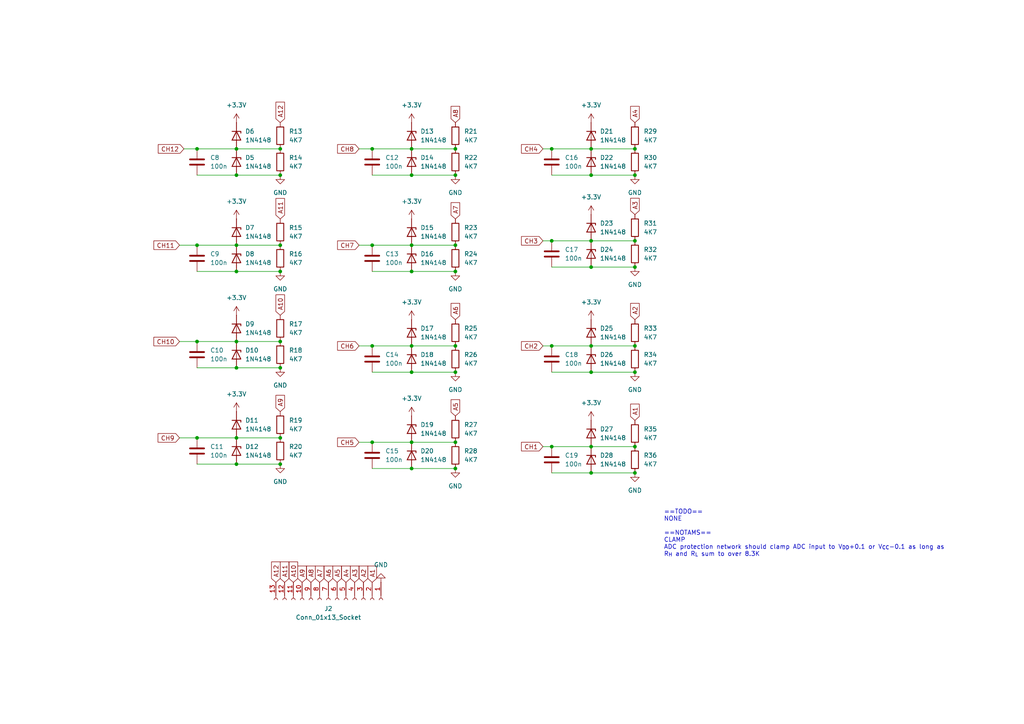
<source format=kicad_sch>
(kicad_sch
	(version 20231120)
	(generator "eeschema")
	(generator_version "8.0")
	(uuid "068b5bf8-ac68-4e44-8a7f-5bc302563747")
	(paper "A4")
	(lib_symbols
		(symbol "Connector:Conn_01x13_Socket"
			(pin_names
				(offset 1.016) hide)
			(exclude_from_sim no)
			(in_bom yes)
			(on_board yes)
			(property "Reference" "J"
				(at 0 17.78 0)
				(effects
					(font
						(size 1.27 1.27)
					)
				)
			)
			(property "Value" "Conn_01x13_Socket"
				(at 0 -17.78 0)
				(effects
					(font
						(size 1.27 1.27)
					)
				)
			)
			(property "Footprint" ""
				(at 0 0 0)
				(effects
					(font
						(size 1.27 1.27)
					)
					(hide yes)
				)
			)
			(property "Datasheet" "~"
				(at 0 0 0)
				(effects
					(font
						(size 1.27 1.27)
					)
					(hide yes)
				)
			)
			(property "Description" "Generic connector, single row, 01x13, script generated"
				(at 0 0 0)
				(effects
					(font
						(size 1.27 1.27)
					)
					(hide yes)
				)
			)
			(property "ki_locked" ""
				(at 0 0 0)
				(effects
					(font
						(size 1.27 1.27)
					)
				)
			)
			(property "ki_keywords" "connector"
				(at 0 0 0)
				(effects
					(font
						(size 1.27 1.27)
					)
					(hide yes)
				)
			)
			(property "ki_fp_filters" "Connector*:*_1x??_*"
				(at 0 0 0)
				(effects
					(font
						(size 1.27 1.27)
					)
					(hide yes)
				)
			)
			(symbol "Conn_01x13_Socket_1_1"
				(arc
					(start 0 -14.732)
					(mid -0.5058 -15.24)
					(end 0 -15.748)
					(stroke
						(width 0.1524)
						(type default)
					)
					(fill
						(type none)
					)
				)
				(arc
					(start 0 -12.192)
					(mid -0.5058 -12.7)
					(end 0 -13.208)
					(stroke
						(width 0.1524)
						(type default)
					)
					(fill
						(type none)
					)
				)
				(arc
					(start 0 -9.652)
					(mid -0.5058 -10.16)
					(end 0 -10.668)
					(stroke
						(width 0.1524)
						(type default)
					)
					(fill
						(type none)
					)
				)
				(arc
					(start 0 -7.112)
					(mid -0.5058 -7.62)
					(end 0 -8.128)
					(stroke
						(width 0.1524)
						(type default)
					)
					(fill
						(type none)
					)
				)
				(arc
					(start 0 -4.572)
					(mid -0.5058 -5.08)
					(end 0 -5.588)
					(stroke
						(width 0.1524)
						(type default)
					)
					(fill
						(type none)
					)
				)
				(arc
					(start 0 -2.032)
					(mid -0.5058 -2.54)
					(end 0 -3.048)
					(stroke
						(width 0.1524)
						(type default)
					)
					(fill
						(type none)
					)
				)
				(polyline
					(pts
						(xy -1.27 -15.24) (xy -0.508 -15.24)
					)
					(stroke
						(width 0.1524)
						(type default)
					)
					(fill
						(type none)
					)
				)
				(polyline
					(pts
						(xy -1.27 -12.7) (xy -0.508 -12.7)
					)
					(stroke
						(width 0.1524)
						(type default)
					)
					(fill
						(type none)
					)
				)
				(polyline
					(pts
						(xy -1.27 -10.16) (xy -0.508 -10.16)
					)
					(stroke
						(width 0.1524)
						(type default)
					)
					(fill
						(type none)
					)
				)
				(polyline
					(pts
						(xy -1.27 -7.62) (xy -0.508 -7.62)
					)
					(stroke
						(width 0.1524)
						(type default)
					)
					(fill
						(type none)
					)
				)
				(polyline
					(pts
						(xy -1.27 -5.08) (xy -0.508 -5.08)
					)
					(stroke
						(width 0.1524)
						(type default)
					)
					(fill
						(type none)
					)
				)
				(polyline
					(pts
						(xy -1.27 -2.54) (xy -0.508 -2.54)
					)
					(stroke
						(width 0.1524)
						(type default)
					)
					(fill
						(type none)
					)
				)
				(polyline
					(pts
						(xy -1.27 0) (xy -0.508 0)
					)
					(stroke
						(width 0.1524)
						(type default)
					)
					(fill
						(type none)
					)
				)
				(polyline
					(pts
						(xy -1.27 2.54) (xy -0.508 2.54)
					)
					(stroke
						(width 0.1524)
						(type default)
					)
					(fill
						(type none)
					)
				)
				(polyline
					(pts
						(xy -1.27 5.08) (xy -0.508 5.08)
					)
					(stroke
						(width 0.1524)
						(type default)
					)
					(fill
						(type none)
					)
				)
				(polyline
					(pts
						(xy -1.27 7.62) (xy -0.508 7.62)
					)
					(stroke
						(width 0.1524)
						(type default)
					)
					(fill
						(type none)
					)
				)
				(polyline
					(pts
						(xy -1.27 10.16) (xy -0.508 10.16)
					)
					(stroke
						(width 0.1524)
						(type default)
					)
					(fill
						(type none)
					)
				)
				(polyline
					(pts
						(xy -1.27 12.7) (xy -0.508 12.7)
					)
					(stroke
						(width 0.1524)
						(type default)
					)
					(fill
						(type none)
					)
				)
				(polyline
					(pts
						(xy -1.27 15.24) (xy -0.508 15.24)
					)
					(stroke
						(width 0.1524)
						(type default)
					)
					(fill
						(type none)
					)
				)
				(arc
					(start 0 0.508)
					(mid -0.5058 0)
					(end 0 -0.508)
					(stroke
						(width 0.1524)
						(type default)
					)
					(fill
						(type none)
					)
				)
				(arc
					(start 0 3.048)
					(mid -0.5058 2.54)
					(end 0 2.032)
					(stroke
						(width 0.1524)
						(type default)
					)
					(fill
						(type none)
					)
				)
				(arc
					(start 0 5.588)
					(mid -0.5058 5.08)
					(end 0 4.572)
					(stroke
						(width 0.1524)
						(type default)
					)
					(fill
						(type none)
					)
				)
				(arc
					(start 0 8.128)
					(mid -0.5058 7.62)
					(end 0 7.112)
					(stroke
						(width 0.1524)
						(type default)
					)
					(fill
						(type none)
					)
				)
				(arc
					(start 0 10.668)
					(mid -0.5058 10.16)
					(end 0 9.652)
					(stroke
						(width 0.1524)
						(type default)
					)
					(fill
						(type none)
					)
				)
				(arc
					(start 0 13.208)
					(mid -0.5058 12.7)
					(end 0 12.192)
					(stroke
						(width 0.1524)
						(type default)
					)
					(fill
						(type none)
					)
				)
				(arc
					(start 0 15.748)
					(mid -0.5058 15.24)
					(end 0 14.732)
					(stroke
						(width 0.1524)
						(type default)
					)
					(fill
						(type none)
					)
				)
				(pin passive line
					(at -5.08 15.24 0)
					(length 3.81)
					(name "Pin_1"
						(effects
							(font
								(size 1.27 1.27)
							)
						)
					)
					(number "1"
						(effects
							(font
								(size 1.27 1.27)
							)
						)
					)
				)
				(pin passive line
					(at -5.08 -7.62 0)
					(length 3.81)
					(name "Pin_10"
						(effects
							(font
								(size 1.27 1.27)
							)
						)
					)
					(number "10"
						(effects
							(font
								(size 1.27 1.27)
							)
						)
					)
				)
				(pin passive line
					(at -5.08 -10.16 0)
					(length 3.81)
					(name "Pin_11"
						(effects
							(font
								(size 1.27 1.27)
							)
						)
					)
					(number "11"
						(effects
							(font
								(size 1.27 1.27)
							)
						)
					)
				)
				(pin passive line
					(at -5.08 -12.7 0)
					(length 3.81)
					(name "Pin_12"
						(effects
							(font
								(size 1.27 1.27)
							)
						)
					)
					(number "12"
						(effects
							(font
								(size 1.27 1.27)
							)
						)
					)
				)
				(pin passive line
					(at -5.08 -15.24 0)
					(length 3.81)
					(name "Pin_13"
						(effects
							(font
								(size 1.27 1.27)
							)
						)
					)
					(number "13"
						(effects
							(font
								(size 1.27 1.27)
							)
						)
					)
				)
				(pin passive line
					(at -5.08 12.7 0)
					(length 3.81)
					(name "Pin_2"
						(effects
							(font
								(size 1.27 1.27)
							)
						)
					)
					(number "2"
						(effects
							(font
								(size 1.27 1.27)
							)
						)
					)
				)
				(pin passive line
					(at -5.08 10.16 0)
					(length 3.81)
					(name "Pin_3"
						(effects
							(font
								(size 1.27 1.27)
							)
						)
					)
					(number "3"
						(effects
							(font
								(size 1.27 1.27)
							)
						)
					)
				)
				(pin passive line
					(at -5.08 7.62 0)
					(length 3.81)
					(name "Pin_4"
						(effects
							(font
								(size 1.27 1.27)
							)
						)
					)
					(number "4"
						(effects
							(font
								(size 1.27 1.27)
							)
						)
					)
				)
				(pin passive line
					(at -5.08 5.08 0)
					(length 3.81)
					(name "Pin_5"
						(effects
							(font
								(size 1.27 1.27)
							)
						)
					)
					(number "5"
						(effects
							(font
								(size 1.27 1.27)
							)
						)
					)
				)
				(pin passive line
					(at -5.08 2.54 0)
					(length 3.81)
					(name "Pin_6"
						(effects
							(font
								(size 1.27 1.27)
							)
						)
					)
					(number "6"
						(effects
							(font
								(size 1.27 1.27)
							)
						)
					)
				)
				(pin passive line
					(at -5.08 0 0)
					(length 3.81)
					(name "Pin_7"
						(effects
							(font
								(size 1.27 1.27)
							)
						)
					)
					(number "7"
						(effects
							(font
								(size 1.27 1.27)
							)
						)
					)
				)
				(pin passive line
					(at -5.08 -2.54 0)
					(length 3.81)
					(name "Pin_8"
						(effects
							(font
								(size 1.27 1.27)
							)
						)
					)
					(number "8"
						(effects
							(font
								(size 1.27 1.27)
							)
						)
					)
				)
				(pin passive line
					(at -5.08 -5.08 0)
					(length 3.81)
					(name "Pin_9"
						(effects
							(font
								(size 1.27 1.27)
							)
						)
					)
					(number "9"
						(effects
							(font
								(size 1.27 1.27)
							)
						)
					)
				)
			)
		)
		(symbol "Device:C"
			(pin_numbers hide)
			(pin_names
				(offset 0.254)
			)
			(exclude_from_sim no)
			(in_bom yes)
			(on_board yes)
			(property "Reference" "C"
				(at 0.635 2.54 0)
				(effects
					(font
						(size 1.27 1.27)
					)
					(justify left)
				)
			)
			(property "Value" "C"
				(at 0.635 -2.54 0)
				(effects
					(font
						(size 1.27 1.27)
					)
					(justify left)
				)
			)
			(property "Footprint" ""
				(at 0.9652 -3.81 0)
				(effects
					(font
						(size 1.27 1.27)
					)
					(hide yes)
				)
			)
			(property "Datasheet" "~"
				(at 0 0 0)
				(effects
					(font
						(size 1.27 1.27)
					)
					(hide yes)
				)
			)
			(property "Description" "Unpolarized capacitor"
				(at 0 0 0)
				(effects
					(font
						(size 1.27 1.27)
					)
					(hide yes)
				)
			)
			(property "ki_keywords" "cap capacitor"
				(at 0 0 0)
				(effects
					(font
						(size 1.27 1.27)
					)
					(hide yes)
				)
			)
			(property "ki_fp_filters" "C_*"
				(at 0 0 0)
				(effects
					(font
						(size 1.27 1.27)
					)
					(hide yes)
				)
			)
			(symbol "C_0_1"
				(polyline
					(pts
						(xy -2.032 -0.762) (xy 2.032 -0.762)
					)
					(stroke
						(width 0.508)
						(type default)
					)
					(fill
						(type none)
					)
				)
				(polyline
					(pts
						(xy -2.032 0.762) (xy 2.032 0.762)
					)
					(stroke
						(width 0.508)
						(type default)
					)
					(fill
						(type none)
					)
				)
			)
			(symbol "C_1_1"
				(pin passive line
					(at 0 3.81 270)
					(length 2.794)
					(name "~"
						(effects
							(font
								(size 1.27 1.27)
							)
						)
					)
					(number "1"
						(effects
							(font
								(size 1.27 1.27)
							)
						)
					)
				)
				(pin passive line
					(at 0 -3.81 90)
					(length 2.794)
					(name "~"
						(effects
							(font
								(size 1.27 1.27)
							)
						)
					)
					(number "2"
						(effects
							(font
								(size 1.27 1.27)
							)
						)
					)
				)
			)
		)
		(symbol "Device:D_Zener"
			(pin_numbers hide)
			(pin_names
				(offset 1.016) hide)
			(exclude_from_sim no)
			(in_bom yes)
			(on_board yes)
			(property "Reference" "D"
				(at 0 2.54 0)
				(effects
					(font
						(size 1.27 1.27)
					)
				)
			)
			(property "Value" "D_Zener"
				(at 0 -2.54 0)
				(effects
					(font
						(size 1.27 1.27)
					)
				)
			)
			(property "Footprint" ""
				(at 0 0 0)
				(effects
					(font
						(size 1.27 1.27)
					)
					(hide yes)
				)
			)
			(property "Datasheet" "~"
				(at 0 0 0)
				(effects
					(font
						(size 1.27 1.27)
					)
					(hide yes)
				)
			)
			(property "Description" "Zener diode"
				(at 0 0 0)
				(effects
					(font
						(size 1.27 1.27)
					)
					(hide yes)
				)
			)
			(property "ki_keywords" "diode"
				(at 0 0 0)
				(effects
					(font
						(size 1.27 1.27)
					)
					(hide yes)
				)
			)
			(property "ki_fp_filters" "TO-???* *_Diode_* *SingleDiode* D_*"
				(at 0 0 0)
				(effects
					(font
						(size 1.27 1.27)
					)
					(hide yes)
				)
			)
			(symbol "D_Zener_0_1"
				(polyline
					(pts
						(xy 1.27 0) (xy -1.27 0)
					)
					(stroke
						(width 0)
						(type default)
					)
					(fill
						(type none)
					)
				)
				(polyline
					(pts
						(xy -1.27 -1.27) (xy -1.27 1.27) (xy -0.762 1.27)
					)
					(stroke
						(width 0.254)
						(type default)
					)
					(fill
						(type none)
					)
				)
				(polyline
					(pts
						(xy 1.27 -1.27) (xy 1.27 1.27) (xy -1.27 0) (xy 1.27 -1.27)
					)
					(stroke
						(width 0.254)
						(type default)
					)
					(fill
						(type none)
					)
				)
			)
			(symbol "D_Zener_1_1"
				(pin passive line
					(at -3.81 0 0)
					(length 2.54)
					(name "K"
						(effects
							(font
								(size 1.27 1.27)
							)
						)
					)
					(number "1"
						(effects
							(font
								(size 1.27 1.27)
							)
						)
					)
				)
				(pin passive line
					(at 3.81 0 180)
					(length 2.54)
					(name "A"
						(effects
							(font
								(size 1.27 1.27)
							)
						)
					)
					(number "2"
						(effects
							(font
								(size 1.27 1.27)
							)
						)
					)
				)
			)
		)
		(symbol "Device:R"
			(pin_numbers hide)
			(pin_names
				(offset 0)
			)
			(exclude_from_sim no)
			(in_bom yes)
			(on_board yes)
			(property "Reference" "R"
				(at 2.032 0 90)
				(effects
					(font
						(size 1.27 1.27)
					)
				)
			)
			(property "Value" "R"
				(at 0 0 90)
				(effects
					(font
						(size 1.27 1.27)
					)
				)
			)
			(property "Footprint" ""
				(at -1.778 0 90)
				(effects
					(font
						(size 1.27 1.27)
					)
					(hide yes)
				)
			)
			(property "Datasheet" "~"
				(at 0 0 0)
				(effects
					(font
						(size 1.27 1.27)
					)
					(hide yes)
				)
			)
			(property "Description" "Resistor"
				(at 0 0 0)
				(effects
					(font
						(size 1.27 1.27)
					)
					(hide yes)
				)
			)
			(property "ki_keywords" "R res resistor"
				(at 0 0 0)
				(effects
					(font
						(size 1.27 1.27)
					)
					(hide yes)
				)
			)
			(property "ki_fp_filters" "R_*"
				(at 0 0 0)
				(effects
					(font
						(size 1.27 1.27)
					)
					(hide yes)
				)
			)
			(symbol "R_0_1"
				(rectangle
					(start -1.016 -2.54)
					(end 1.016 2.54)
					(stroke
						(width 0.254)
						(type default)
					)
					(fill
						(type none)
					)
				)
			)
			(symbol "R_1_1"
				(pin passive line
					(at 0 3.81 270)
					(length 1.27)
					(name "~"
						(effects
							(font
								(size 1.27 1.27)
							)
						)
					)
					(number "1"
						(effects
							(font
								(size 1.27 1.27)
							)
						)
					)
				)
				(pin passive line
					(at 0 -3.81 90)
					(length 1.27)
					(name "~"
						(effects
							(font
								(size 1.27 1.27)
							)
						)
					)
					(number "2"
						(effects
							(font
								(size 1.27 1.27)
							)
						)
					)
				)
			)
		)
		(symbol "power:+3.3V"
			(power)
			(pin_numbers hide)
			(pin_names
				(offset 0) hide)
			(exclude_from_sim no)
			(in_bom yes)
			(on_board yes)
			(property "Reference" "#PWR"
				(at 0 -3.81 0)
				(effects
					(font
						(size 1.27 1.27)
					)
					(hide yes)
				)
			)
			(property "Value" "+3.3V"
				(at 0 3.556 0)
				(effects
					(font
						(size 1.27 1.27)
					)
				)
			)
			(property "Footprint" ""
				(at 0 0 0)
				(effects
					(font
						(size 1.27 1.27)
					)
					(hide yes)
				)
			)
			(property "Datasheet" ""
				(at 0 0 0)
				(effects
					(font
						(size 1.27 1.27)
					)
					(hide yes)
				)
			)
			(property "Description" "Power symbol creates a global label with name \"+3.3V\""
				(at 0 0 0)
				(effects
					(font
						(size 1.27 1.27)
					)
					(hide yes)
				)
			)
			(property "ki_keywords" "global power"
				(at 0 0 0)
				(effects
					(font
						(size 1.27 1.27)
					)
					(hide yes)
				)
			)
			(symbol "+3.3V_0_1"
				(polyline
					(pts
						(xy -0.762 1.27) (xy 0 2.54)
					)
					(stroke
						(width 0)
						(type default)
					)
					(fill
						(type none)
					)
				)
				(polyline
					(pts
						(xy 0 0) (xy 0 2.54)
					)
					(stroke
						(width 0)
						(type default)
					)
					(fill
						(type none)
					)
				)
				(polyline
					(pts
						(xy 0 2.54) (xy 0.762 1.27)
					)
					(stroke
						(width 0)
						(type default)
					)
					(fill
						(type none)
					)
				)
			)
			(symbol "+3.3V_1_1"
				(pin power_in line
					(at 0 0 90)
					(length 0)
					(name "~"
						(effects
							(font
								(size 1.27 1.27)
							)
						)
					)
					(number "1"
						(effects
							(font
								(size 1.27 1.27)
							)
						)
					)
				)
			)
		)
		(symbol "power:GND"
			(power)
			(pin_numbers hide)
			(pin_names
				(offset 0) hide)
			(exclude_from_sim no)
			(in_bom yes)
			(on_board yes)
			(property "Reference" "#PWR"
				(at 0 -6.35 0)
				(effects
					(font
						(size 1.27 1.27)
					)
					(hide yes)
				)
			)
			(property "Value" "GND"
				(at 0 -3.81 0)
				(effects
					(font
						(size 1.27 1.27)
					)
				)
			)
			(property "Footprint" ""
				(at 0 0 0)
				(effects
					(font
						(size 1.27 1.27)
					)
					(hide yes)
				)
			)
			(property "Datasheet" ""
				(at 0 0 0)
				(effects
					(font
						(size 1.27 1.27)
					)
					(hide yes)
				)
			)
			(property "Description" "Power symbol creates a global label with name \"GND\" , ground"
				(at 0 0 0)
				(effects
					(font
						(size 1.27 1.27)
					)
					(hide yes)
				)
			)
			(property "ki_keywords" "global power"
				(at 0 0 0)
				(effects
					(font
						(size 1.27 1.27)
					)
					(hide yes)
				)
			)
			(symbol "GND_0_1"
				(polyline
					(pts
						(xy 0 0) (xy 0 -1.27) (xy 1.27 -1.27) (xy 0 -2.54) (xy -1.27 -1.27) (xy 0 -1.27)
					)
					(stroke
						(width 0)
						(type default)
					)
					(fill
						(type none)
					)
				)
			)
			(symbol "GND_1_1"
				(pin power_in line
					(at 0 0 270)
					(length 0)
					(name "~"
						(effects
							(font
								(size 1.27 1.27)
							)
						)
					)
					(number "1"
						(effects
							(font
								(size 1.27 1.27)
							)
						)
					)
				)
			)
		)
	)
	(junction
		(at 132.08 128.27)
		(diameter 0)
		(color 0 0 0 0)
		(uuid "033c0aa2-2c1c-49b8-8645-e24b7b6c86e6")
	)
	(junction
		(at 184.15 107.95)
		(diameter 0)
		(color 0 0 0 0)
		(uuid "04e9e281-6dfa-4183-ab85-40c0b2641546")
	)
	(junction
		(at 184.15 69.85)
		(diameter 0)
		(color 0 0 0 0)
		(uuid "05477c0c-6bd5-4d57-9b4c-e9c888460c4a")
	)
	(junction
		(at 68.58 127)
		(diameter 0)
		(color 0 0 0 0)
		(uuid "0779930c-3426-4b90-a585-831485597f9a")
	)
	(junction
		(at 171.45 69.85)
		(diameter 0)
		(color 0 0 0 0)
		(uuid "0946e2dd-eb8c-4d04-9458-064168b41c74")
	)
	(junction
		(at 171.45 43.18)
		(diameter 0)
		(color 0 0 0 0)
		(uuid "0f6c34d8-76d3-4760-8cb8-af211ea104de")
	)
	(junction
		(at 171.45 107.95)
		(diameter 0)
		(color 0 0 0 0)
		(uuid "0f7e59cf-ca92-4b83-98b1-884c44828ff4")
	)
	(junction
		(at 107.95 43.18)
		(diameter 0)
		(color 0 0 0 0)
		(uuid "12fc0b3c-4a97-41be-ae53-7889c0c402a1")
	)
	(junction
		(at 132.08 50.8)
		(diameter 0)
		(color 0 0 0 0)
		(uuid "18bf7b99-aaaa-420f-8a6f-9796eba32bf6")
	)
	(junction
		(at 132.08 135.89)
		(diameter 0)
		(color 0 0 0 0)
		(uuid "18eee8ff-6346-4500-82d4-67a4888e77a9")
	)
	(junction
		(at 184.15 50.8)
		(diameter 0)
		(color 0 0 0 0)
		(uuid "2456f5e5-aa77-4854-bfeb-95075a59dfe1")
	)
	(junction
		(at 171.45 100.33)
		(diameter 0)
		(color 0 0 0 0)
		(uuid "2b922450-dac4-4d5d-bd54-f6f00a904186")
	)
	(junction
		(at 119.38 78.74)
		(diameter 0)
		(color 0 0 0 0)
		(uuid "2da875a6-fa70-4163-9b82-a93ff06effee")
	)
	(junction
		(at 119.38 128.27)
		(diameter 0)
		(color 0 0 0 0)
		(uuid "3de0b5ec-abdf-4f81-aed1-d8438dfb722d")
	)
	(junction
		(at 119.38 107.95)
		(diameter 0)
		(color 0 0 0 0)
		(uuid "3fa51ab7-1d3c-4c7b-ac98-aadcaf814c6a")
	)
	(junction
		(at 81.28 50.8)
		(diameter 0)
		(color 0 0 0 0)
		(uuid "43219703-f14c-4949-95a3-a850f6657a80")
	)
	(junction
		(at 57.15 127)
		(diameter 0)
		(color 0 0 0 0)
		(uuid "43b76ed7-8570-4f20-8d12-0a46f5c0cbb5")
	)
	(junction
		(at 171.45 129.54)
		(diameter 0)
		(color 0 0 0 0)
		(uuid "44f36188-c8a4-4a94-9cbd-3c1ee6df9dee")
	)
	(junction
		(at 57.15 43.18)
		(diameter 0)
		(color 0 0 0 0)
		(uuid "46313b7e-888f-4948-95b4-e8a38b6f41c5")
	)
	(junction
		(at 57.15 71.12)
		(diameter 0)
		(color 0 0 0 0)
		(uuid "4a5be667-e9af-459e-b2e4-24890a7067ec")
	)
	(junction
		(at 132.08 43.18)
		(diameter 0)
		(color 0 0 0 0)
		(uuid "4b630687-d4be-40e3-8af4-5c0306dca2e6")
	)
	(junction
		(at 171.45 50.8)
		(diameter 0)
		(color 0 0 0 0)
		(uuid "4cff1e10-4687-4976-86f3-68315482101e")
	)
	(junction
		(at 160.02 43.18)
		(diameter 0)
		(color 0 0 0 0)
		(uuid "5cc9e0c2-e968-4459-9c27-058c73f10a3a")
	)
	(junction
		(at 81.28 106.68)
		(diameter 0)
		(color 0 0 0 0)
		(uuid "5f3cfd8c-3ecc-4c80-840f-bfdf433140ab")
	)
	(junction
		(at 184.15 100.33)
		(diameter 0)
		(color 0 0 0 0)
		(uuid "608103e8-ef31-4d3c-8893-4624fa84c95f")
	)
	(junction
		(at 132.08 107.95)
		(diameter 0)
		(color 0 0 0 0)
		(uuid "63dbfb9e-9f65-430f-b591-6bc7a1cae6ad")
	)
	(junction
		(at 132.08 100.33)
		(diameter 0)
		(color 0 0 0 0)
		(uuid "650e8087-6485-46d2-85f7-5b7660a0d040")
	)
	(junction
		(at 171.45 137.16)
		(diameter 0)
		(color 0 0 0 0)
		(uuid "6a3374b6-2040-4f13-9907-2a0314099446")
	)
	(junction
		(at 160.02 100.33)
		(diameter 0)
		(color 0 0 0 0)
		(uuid "707edc9a-745f-4f1c-b18e-066731cd65a1")
	)
	(junction
		(at 160.02 69.85)
		(diameter 0)
		(color 0 0 0 0)
		(uuid "77136202-a0e1-4ac1-b0c5-70a233944078")
	)
	(junction
		(at 184.15 43.18)
		(diameter 0)
		(color 0 0 0 0)
		(uuid "7a77df4a-533b-4443-8a97-1862ea1aafd3")
	)
	(junction
		(at 68.58 99.06)
		(diameter 0)
		(color 0 0 0 0)
		(uuid "8519bb3b-0373-4297-a5b0-0be50019a62b")
	)
	(junction
		(at 119.38 43.18)
		(diameter 0)
		(color 0 0 0 0)
		(uuid "857359f8-b3d2-4d03-a397-3d782188c383")
	)
	(junction
		(at 81.28 78.74)
		(diameter 0)
		(color 0 0 0 0)
		(uuid "86a6057b-db04-4082-a45f-d56f748f6dfc")
	)
	(junction
		(at 107.95 128.27)
		(diameter 0)
		(color 0 0 0 0)
		(uuid "872c64e8-d482-4a7b-8228-4978b5d395ea")
	)
	(junction
		(at 184.15 137.16)
		(diameter 0)
		(color 0 0 0 0)
		(uuid "87478131-fec6-428d-944f-78b33c344921")
	)
	(junction
		(at 184.15 77.47)
		(diameter 0)
		(color 0 0 0 0)
		(uuid "892b7a30-6d7e-48c5-adb2-67398f862d83")
	)
	(junction
		(at 68.58 134.62)
		(diameter 0)
		(color 0 0 0 0)
		(uuid "89db355f-9a99-4978-85ec-938d891b589c")
	)
	(junction
		(at 68.58 71.12)
		(diameter 0)
		(color 0 0 0 0)
		(uuid "8ed4c1d4-a6ff-4183-86d9-cca43a9cf5d4")
	)
	(junction
		(at 57.15 99.06)
		(diameter 0)
		(color 0 0 0 0)
		(uuid "94058209-a271-44dd-8d01-3d068a0259a5")
	)
	(junction
		(at 119.38 135.89)
		(diameter 0)
		(color 0 0 0 0)
		(uuid "9b65517e-cf08-44c1-b032-3c013fd9e36d")
	)
	(junction
		(at 68.58 43.18)
		(diameter 0)
		(color 0 0 0 0)
		(uuid "9c76b0ea-4c1f-4254-938f-e765b01f8f00")
	)
	(junction
		(at 160.02 129.54)
		(diameter 0)
		(color 0 0 0 0)
		(uuid "a3098698-0781-4e0a-99b8-01e2e9809f7f")
	)
	(junction
		(at 81.28 127)
		(diameter 0)
		(color 0 0 0 0)
		(uuid "a7ab7858-642d-4e18-85bd-595e638de041")
	)
	(junction
		(at 81.28 43.18)
		(diameter 0)
		(color 0 0 0 0)
		(uuid "aa0945b6-ed08-4706-aa90-e28837140395")
	)
	(junction
		(at 81.28 134.62)
		(diameter 0)
		(color 0 0 0 0)
		(uuid "ae3b578b-746e-41ea-a54c-be3651af6eeb")
	)
	(junction
		(at 119.38 71.12)
		(diameter 0)
		(color 0 0 0 0)
		(uuid "afe9ed9d-e93f-44b9-a062-24ee36c6ef9a")
	)
	(junction
		(at 68.58 106.68)
		(diameter 0)
		(color 0 0 0 0)
		(uuid "b15a884d-e5cd-4f2b-83df-0ce6326e9bf3")
	)
	(junction
		(at 107.95 100.33)
		(diameter 0)
		(color 0 0 0 0)
		(uuid "b780005d-ef7a-46dc-bcaf-92b07ed6a682")
	)
	(junction
		(at 184.15 129.54)
		(diameter 0)
		(color 0 0 0 0)
		(uuid "bf916858-3f73-4e40-8bef-69f593cddc11")
	)
	(junction
		(at 81.28 71.12)
		(diameter 0)
		(color 0 0 0 0)
		(uuid "c166f463-e93a-4144-a403-7347360e1802")
	)
	(junction
		(at 132.08 71.12)
		(diameter 0)
		(color 0 0 0 0)
		(uuid "c21ba58c-842c-4bbb-b121-d8db61458ff9")
	)
	(junction
		(at 81.28 99.06)
		(diameter 0)
		(color 0 0 0 0)
		(uuid "c6823b6b-2afe-40bb-b3d2-59e3e181dad4")
	)
	(junction
		(at 68.58 78.74)
		(diameter 0)
		(color 0 0 0 0)
		(uuid "d7f0aa3f-b991-4263-947f-0849d42a0b00")
	)
	(junction
		(at 171.45 77.47)
		(diameter 0)
		(color 0 0 0 0)
		(uuid "d9780568-caa4-4765-b99a-282877022f33")
	)
	(junction
		(at 132.08 78.74)
		(diameter 0)
		(color 0 0 0 0)
		(uuid "e24a1a82-5274-4fbb-98d8-3fc7865f1175")
	)
	(junction
		(at 119.38 50.8)
		(diameter 0)
		(color 0 0 0 0)
		(uuid "e57f3a8c-b670-43f8-bbb4-b18d4f335e63")
	)
	(junction
		(at 68.58 50.8)
		(diameter 0)
		(color 0 0 0 0)
		(uuid "ed37e300-66db-430b-8fd0-c50e98aeb1a2")
	)
	(junction
		(at 119.38 100.33)
		(diameter 0)
		(color 0 0 0 0)
		(uuid "f542cd1a-5969-4baa-9719-576a6a078f09")
	)
	(junction
		(at 107.95 71.12)
		(diameter 0)
		(color 0 0 0 0)
		(uuid "fac1070e-9437-4a80-a048-98fb2bbab72e")
	)
	(wire
		(pts
			(xy 107.95 107.95) (xy 119.38 107.95)
		)
		(stroke
			(width 0)
			(type default)
		)
		(uuid "0697a267-5394-4a5f-9586-146990dd770c")
	)
	(wire
		(pts
			(xy 68.58 99.06) (xy 81.28 99.06)
		)
		(stroke
			(width 0)
			(type default)
		)
		(uuid "0d624319-31c9-4114-87a7-4b18ab020fb1")
	)
	(wire
		(pts
			(xy 160.02 107.95) (xy 171.45 107.95)
		)
		(stroke
			(width 0)
			(type default)
		)
		(uuid "104a797d-7220-4351-a02b-9aeb9a2f6886")
	)
	(wire
		(pts
			(xy 119.38 78.74) (xy 132.08 78.74)
		)
		(stroke
			(width 0)
			(type default)
		)
		(uuid "1204babe-4352-4a6f-b688-9ed3d70e6f9d")
	)
	(wire
		(pts
			(xy 68.58 50.8) (xy 81.28 50.8)
		)
		(stroke
			(width 0)
			(type default)
		)
		(uuid "223d7110-daa1-43fe-9359-2992d5c95f33")
	)
	(wire
		(pts
			(xy 160.02 77.47) (xy 171.45 77.47)
		)
		(stroke
			(width 0)
			(type default)
		)
		(uuid "241a2756-156e-4169-a63b-8dedaa14020f")
	)
	(wire
		(pts
			(xy 160.02 69.85) (xy 171.45 69.85)
		)
		(stroke
			(width 0)
			(type default)
		)
		(uuid "2defc92f-2594-4125-a684-f4d0d6a1ad19")
	)
	(wire
		(pts
			(xy 52.07 127) (xy 57.15 127)
		)
		(stroke
			(width 0)
			(type default)
		)
		(uuid "2f227b10-253f-4999-b80e-994aab9c87ef")
	)
	(wire
		(pts
			(xy 104.14 100.33) (xy 107.95 100.33)
		)
		(stroke
			(width 0)
			(type default)
		)
		(uuid "34cb385c-cfeb-479a-bd45-d5386058d224")
	)
	(wire
		(pts
			(xy 107.95 128.27) (xy 119.38 128.27)
		)
		(stroke
			(width 0)
			(type default)
		)
		(uuid "352e314f-208b-49c8-8da1-517b163d1964")
	)
	(wire
		(pts
			(xy 68.58 134.62) (xy 81.28 134.62)
		)
		(stroke
			(width 0)
			(type default)
		)
		(uuid "417c854b-413d-463e-a403-2b1b9dccde19")
	)
	(wire
		(pts
			(xy 160.02 100.33) (xy 171.45 100.33)
		)
		(stroke
			(width 0)
			(type default)
		)
		(uuid "44fbaed2-2162-4d1f-b7b6-7fdb97abca8f")
	)
	(wire
		(pts
			(xy 107.95 135.89) (xy 119.38 135.89)
		)
		(stroke
			(width 0)
			(type default)
		)
		(uuid "4aa861b7-c9fe-4afb-b28a-07516cc2a91b")
	)
	(wire
		(pts
			(xy 119.38 71.12) (xy 132.08 71.12)
		)
		(stroke
			(width 0)
			(type default)
		)
		(uuid "4af187ad-4a53-4abd-bd22-e143aef7d53c")
	)
	(wire
		(pts
			(xy 171.45 69.85) (xy 184.15 69.85)
		)
		(stroke
			(width 0)
			(type default)
		)
		(uuid "50515148-31c7-4608-96de-311f45cc2033")
	)
	(wire
		(pts
			(xy 107.95 43.18) (xy 119.38 43.18)
		)
		(stroke
			(width 0)
			(type default)
		)
		(uuid "59b359ee-4c75-42d1-89a0-81895a36b13e")
	)
	(wire
		(pts
			(xy 119.38 43.18) (xy 132.08 43.18)
		)
		(stroke
			(width 0)
			(type default)
		)
		(uuid "5fb24bf2-8084-40de-90f7-210387ef9a9c")
	)
	(wire
		(pts
			(xy 107.95 100.33) (xy 119.38 100.33)
		)
		(stroke
			(width 0)
			(type default)
		)
		(uuid "6026bea7-d2d0-47e1-aebc-7754d4f39719")
	)
	(wire
		(pts
			(xy 57.15 106.68) (xy 68.58 106.68)
		)
		(stroke
			(width 0)
			(type default)
		)
		(uuid "63fe74de-9431-4cb3-9700-48b873385122")
	)
	(wire
		(pts
			(xy 52.07 99.06) (xy 57.15 99.06)
		)
		(stroke
			(width 0)
			(type default)
		)
		(uuid "67e18c98-751c-44ed-912c-0e4696975aa1")
	)
	(wire
		(pts
			(xy 171.45 107.95) (xy 184.15 107.95)
		)
		(stroke
			(width 0)
			(type default)
		)
		(uuid "688f8c09-7c07-4dd9-9b9f-f69a52a15a4f")
	)
	(wire
		(pts
			(xy 104.14 43.18) (xy 107.95 43.18)
		)
		(stroke
			(width 0)
			(type default)
		)
		(uuid "6a6faecc-63b8-4fe3-9434-3abfb4c3e00a")
	)
	(wire
		(pts
			(xy 160.02 50.8) (xy 171.45 50.8)
		)
		(stroke
			(width 0)
			(type default)
		)
		(uuid "6b96de3e-062b-4d1b-896f-acb06fa01770")
	)
	(wire
		(pts
			(xy 104.14 128.27) (xy 107.95 128.27)
		)
		(stroke
			(width 0)
			(type default)
		)
		(uuid "6fec97d4-433e-4b58-9ec9-dd9d1e599664")
	)
	(wire
		(pts
			(xy 171.45 77.47) (xy 184.15 77.47)
		)
		(stroke
			(width 0)
			(type default)
		)
		(uuid "7475f9cf-0209-4941-a9d9-3773cb45b88e")
	)
	(wire
		(pts
			(xy 119.38 107.95) (xy 132.08 107.95)
		)
		(stroke
			(width 0)
			(type default)
		)
		(uuid "7688c49b-8a95-4235-a50f-a9b93ae047a7")
	)
	(wire
		(pts
			(xy 52.07 71.12) (xy 57.15 71.12)
		)
		(stroke
			(width 0)
			(type default)
		)
		(uuid "7d6bfa05-c7eb-4e41-8d0b-c8cf860e3c78")
	)
	(wire
		(pts
			(xy 68.58 127) (xy 81.28 127)
		)
		(stroke
			(width 0)
			(type default)
		)
		(uuid "7e1e8820-8dca-4d15-8a58-0eaad6ceb741")
	)
	(wire
		(pts
			(xy 68.58 43.18) (xy 81.28 43.18)
		)
		(stroke
			(width 0)
			(type default)
		)
		(uuid "7e83de2a-32ff-4ccb-9ea9-9899068697c4")
	)
	(wire
		(pts
			(xy 171.45 100.33) (xy 184.15 100.33)
		)
		(stroke
			(width 0)
			(type default)
		)
		(uuid "80dda005-7a29-4b34-b21c-f91eb9cae7c2")
	)
	(wire
		(pts
			(xy 119.38 50.8) (xy 132.08 50.8)
		)
		(stroke
			(width 0)
			(type default)
		)
		(uuid "81e4653c-8ae3-4f48-b44a-23ab22d2317a")
	)
	(wire
		(pts
			(xy 57.15 127) (xy 68.58 127)
		)
		(stroke
			(width 0)
			(type default)
		)
		(uuid "83037f70-d0fb-4661-9a54-d2cf5304ba02")
	)
	(wire
		(pts
			(xy 68.58 78.74) (xy 81.28 78.74)
		)
		(stroke
			(width 0)
			(type default)
		)
		(uuid "83ea8961-f780-4e42-99f7-b0f528da575c")
	)
	(wire
		(pts
			(xy 68.58 71.12) (xy 81.28 71.12)
		)
		(stroke
			(width 0)
			(type default)
		)
		(uuid "853fb3c0-583d-489a-9ce0-59c07e686e72")
	)
	(wire
		(pts
			(xy 57.15 50.8) (xy 68.58 50.8)
		)
		(stroke
			(width 0)
			(type default)
		)
		(uuid "855220a0-5e47-4f27-95d7-48905e9747c6")
	)
	(wire
		(pts
			(xy 57.15 99.06) (xy 68.58 99.06)
		)
		(stroke
			(width 0)
			(type default)
		)
		(uuid "8605db75-7be3-47f6-bd96-de66b8c966af")
	)
	(wire
		(pts
			(xy 160.02 129.54) (xy 171.45 129.54)
		)
		(stroke
			(width 0)
			(type default)
		)
		(uuid "87a1dd9e-b003-4e4a-a41c-e4c0052e609f")
	)
	(wire
		(pts
			(xy 160.02 43.18) (xy 171.45 43.18)
		)
		(stroke
			(width 0)
			(type default)
		)
		(uuid "913b85c8-2132-4aea-a707-4b2a74f47607")
	)
	(wire
		(pts
			(xy 107.95 78.74) (xy 119.38 78.74)
		)
		(stroke
			(width 0)
			(type default)
		)
		(uuid "921c52aa-aace-4b34-8083-b1a52509519b")
	)
	(wire
		(pts
			(xy 157.48 129.54) (xy 160.02 129.54)
		)
		(stroke
			(width 0)
			(type default)
		)
		(uuid "a247fea0-3539-4153-8546-72712cec4fec")
	)
	(wire
		(pts
			(xy 107.95 71.12) (xy 119.38 71.12)
		)
		(stroke
			(width 0)
			(type default)
		)
		(uuid "a2d07375-1c23-4cf6-8bbf-ed692651d55f")
	)
	(wire
		(pts
			(xy 157.48 43.18) (xy 160.02 43.18)
		)
		(stroke
			(width 0)
			(type default)
		)
		(uuid "a31ee0ab-e62c-41c8-b4b9-c9610a421363")
	)
	(wire
		(pts
			(xy 157.48 100.33) (xy 160.02 100.33)
		)
		(stroke
			(width 0)
			(type default)
		)
		(uuid "a408a4e0-059b-4352-b928-cb495978b36e")
	)
	(wire
		(pts
			(xy 171.45 137.16) (xy 184.15 137.16)
		)
		(stroke
			(width 0)
			(type default)
		)
		(uuid "a5ec1963-0665-4e2d-8995-26a24a49a2db")
	)
	(wire
		(pts
			(xy 171.45 43.18) (xy 184.15 43.18)
		)
		(stroke
			(width 0)
			(type default)
		)
		(uuid "afbdfb42-0ad8-4d73-9e68-10a1da441829")
	)
	(wire
		(pts
			(xy 53.34 43.18) (xy 57.15 43.18)
		)
		(stroke
			(width 0)
			(type default)
		)
		(uuid "b0780c21-bc87-447c-94e3-3cfad0d8689f")
	)
	(wire
		(pts
			(xy 157.48 69.85) (xy 160.02 69.85)
		)
		(stroke
			(width 0)
			(type default)
		)
		(uuid "b1337bf1-7e41-4d4b-898e-e36c1944abfd")
	)
	(wire
		(pts
			(xy 171.45 50.8) (xy 184.15 50.8)
		)
		(stroke
			(width 0)
			(type default)
		)
		(uuid "b7c4959a-69d4-4437-b71a-69907d911561")
	)
	(wire
		(pts
			(xy 57.15 43.18) (xy 68.58 43.18)
		)
		(stroke
			(width 0)
			(type default)
		)
		(uuid "bd0b15cb-9fd1-4ae8-bd0f-c1f108077524")
	)
	(wire
		(pts
			(xy 119.38 135.89) (xy 132.08 135.89)
		)
		(stroke
			(width 0)
			(type default)
		)
		(uuid "c28cf352-00a1-43fa-88d9-5899a42f12ae")
	)
	(wire
		(pts
			(xy 104.14 71.12) (xy 107.95 71.12)
		)
		(stroke
			(width 0)
			(type default)
		)
		(uuid "c4ba5a42-7595-40b4-a114-6ec933fd6611")
	)
	(wire
		(pts
			(xy 119.38 100.33) (xy 132.08 100.33)
		)
		(stroke
			(width 0)
			(type default)
		)
		(uuid "cc9e003c-e4fe-44b6-a193-47d1174e3cb6")
	)
	(wire
		(pts
			(xy 57.15 78.74) (xy 68.58 78.74)
		)
		(stroke
			(width 0)
			(type default)
		)
		(uuid "d1c97752-7311-4d21-900e-4e8608ed5942")
	)
	(wire
		(pts
			(xy 119.38 128.27) (xy 132.08 128.27)
		)
		(stroke
			(width 0)
			(type default)
		)
		(uuid "db97ff40-c5e9-4aac-b404-0d12e00f877f")
	)
	(wire
		(pts
			(xy 57.15 134.62) (xy 68.58 134.62)
		)
		(stroke
			(width 0)
			(type default)
		)
		(uuid "dbdc30d2-d257-40cd-9ec7-fb155a15f2a5")
	)
	(wire
		(pts
			(xy 68.58 106.68) (xy 81.28 106.68)
		)
		(stroke
			(width 0)
			(type default)
		)
		(uuid "de7eca48-11e5-499a-8921-91991107c239")
	)
	(wire
		(pts
			(xy 107.95 50.8) (xy 119.38 50.8)
		)
		(stroke
			(width 0)
			(type default)
		)
		(uuid "e5f1db9d-7b00-420c-9267-7fd36ee8a0f6")
	)
	(wire
		(pts
			(xy 57.15 71.12) (xy 68.58 71.12)
		)
		(stroke
			(width 0)
			(type default)
		)
		(uuid "ea4e85e0-07af-4e9f-b858-d545ad0fec59")
	)
	(wire
		(pts
			(xy 160.02 137.16) (xy 171.45 137.16)
		)
		(stroke
			(width 0)
			(type default)
		)
		(uuid "f6dfcd7b-7027-4322-872a-c9477e79b524")
	)
	(wire
		(pts
			(xy 171.45 129.54) (xy 184.15 129.54)
		)
		(stroke
			(width 0)
			(type default)
		)
		(uuid "fa49eaf3-3939-40c4-b785-3cdd788c9a53")
	)
	(text "==TODO==\nNONE\n\n==NOTAMS==\nCLAMP\nADC protection network should clamp ADC input to V_{DD}+0.1 or V_{CC}-0.1 as long as\nR_{H} and R_{L} sum to over 8.3K"
		(exclude_from_sim no)
		(at 192.532 154.686 0)
		(effects
			(font
				(size 1.27 1.27)
			)
			(justify left)
		)
		(uuid "e771d9fa-c03f-47d4-9d0a-10fd24e41503")
	)
	(global_label "CH9"
		(shape input)
		(at 52.07 127 180)
		(fields_autoplaced yes)
		(effects
			(font
				(size 1.27 1.27)
			)
			(justify right)
		)
		(uuid "1173a8a5-af01-4fc6-beb5-2def949bc44e")
		(property "Intersheetrefs" "${INTERSHEET_REFS}"
			(at 45.2748 127 0)
			(effects
				(font
					(size 1.27 1.27)
				)
				(justify right)
				(hide yes)
			)
		)
	)
	(global_label "A4"
		(shape input)
		(at 100.33 168.91 90)
		(fields_autoplaced yes)
		(effects
			(font
				(size 1.27 1.27)
			)
			(justify left)
		)
		(uuid "17431558-d5ea-45ab-911c-75c28157b9dc")
		(property "Intersheetrefs" "${INTERSHEET_REFS}"
			(at 100.33 163.6267 90)
			(effects
				(font
					(size 1.27 1.27)
				)
				(justify left)
				(hide yes)
			)
		)
	)
	(global_label "A5"
		(shape input)
		(at 132.08 120.65 90)
		(fields_autoplaced yes)
		(effects
			(font
				(size 1.27 1.27)
			)
			(justify left)
		)
		(uuid "17cac238-ac01-4662-bf83-7f1907589ea6")
		(property "Intersheetrefs" "${INTERSHEET_REFS}"
			(at 132.08 115.3667 90)
			(effects
				(font
					(size 1.27 1.27)
				)
				(justify left)
				(hide yes)
			)
		)
	)
	(global_label "A7"
		(shape input)
		(at 92.71 168.91 90)
		(fields_autoplaced yes)
		(effects
			(font
				(size 1.27 1.27)
			)
			(justify left)
		)
		(uuid "23db104f-c6aa-48be-a676-4f6a0da82818")
		(property "Intersheetrefs" "${INTERSHEET_REFS}"
			(at 92.71 163.6267 90)
			(effects
				(font
					(size 1.27 1.27)
				)
				(justify left)
				(hide yes)
			)
		)
	)
	(global_label "CH12"
		(shape input)
		(at 53.34 43.18 180)
		(fields_autoplaced yes)
		(effects
			(font
				(size 1.27 1.27)
			)
			(justify right)
		)
		(uuid "424fea93-7397-4b37-88a7-d8684dc548c5")
		(property "Intersheetrefs" "${INTERSHEET_REFS}"
			(at 45.3353 43.18 0)
			(effects
				(font
					(size 1.27 1.27)
				)
				(justify right)
				(hide yes)
			)
		)
	)
	(global_label "CH5"
		(shape input)
		(at 104.14 128.27 180)
		(fields_autoplaced yes)
		(effects
			(font
				(size 1.27 1.27)
			)
			(justify right)
		)
		(uuid "43f51ae5-d83f-41c6-8787-336c518b0a85")
		(property "Intersheetrefs" "${INTERSHEET_REFS}"
			(at 97.3448 128.27 0)
			(effects
				(font
					(size 1.27 1.27)
				)
				(justify right)
				(hide yes)
			)
		)
	)
	(global_label "A1"
		(shape input)
		(at 107.95 168.91 90)
		(fields_autoplaced yes)
		(effects
			(font
				(size 1.27 1.27)
			)
			(justify left)
		)
		(uuid "4a9e9b82-cbcf-4243-909d-ddc3c987096b")
		(property "Intersheetrefs" "${INTERSHEET_REFS}"
			(at 107.95 163.6267 90)
			(effects
				(font
					(size 1.27 1.27)
				)
				(justify left)
				(hide yes)
			)
		)
	)
	(global_label "A8"
		(shape input)
		(at 132.08 35.56 90)
		(fields_autoplaced yes)
		(effects
			(font
				(size 1.27 1.27)
			)
			(justify left)
		)
		(uuid "4d3a8215-15b7-4067-8610-14e5f32ae81a")
		(property "Intersheetrefs" "${INTERSHEET_REFS}"
			(at 132.08 30.2767 90)
			(effects
				(font
					(size 1.27 1.27)
				)
				(justify left)
				(hide yes)
			)
		)
	)
	(global_label "A12"
		(shape input)
		(at 80.01 168.91 90)
		(fields_autoplaced yes)
		(effects
			(font
				(size 1.27 1.27)
			)
			(justify left)
		)
		(uuid "64ef6b61-8daa-4a7f-9764-d6db1b7c28a9")
		(property "Intersheetrefs" "${INTERSHEET_REFS}"
			(at 80.01 162.4172 90)
			(effects
				(font
					(size 1.27 1.27)
				)
				(justify left)
				(hide yes)
			)
		)
	)
	(global_label "A2"
		(shape input)
		(at 105.41 168.91 90)
		(fields_autoplaced yes)
		(effects
			(font
				(size 1.27 1.27)
			)
			(justify left)
		)
		(uuid "6c005145-0c68-48da-978e-ee03693bec56")
		(property "Intersheetrefs" "${INTERSHEET_REFS}"
			(at 105.41 163.6267 90)
			(effects
				(font
					(size 1.27 1.27)
				)
				(justify left)
				(hide yes)
			)
		)
	)
	(global_label "CH4"
		(shape input)
		(at 157.48 43.18 180)
		(fields_autoplaced yes)
		(effects
			(font
				(size 1.27 1.27)
			)
			(justify right)
		)
		(uuid "77014370-c9e8-42b8-8349-fe60d9055ae4")
		(property "Intersheetrefs" "${INTERSHEET_REFS}"
			(at 150.6848 43.18 0)
			(effects
				(font
					(size 1.27 1.27)
				)
				(justify right)
				(hide yes)
			)
		)
	)
	(global_label "CH1"
		(shape input)
		(at 157.48 129.54 180)
		(fields_autoplaced yes)
		(effects
			(font
				(size 1.27 1.27)
			)
			(justify right)
		)
		(uuid "777a8f3c-3e39-4649-a752-0a706c572295")
		(property "Intersheetrefs" "${INTERSHEET_REFS}"
			(at 150.6848 129.54 0)
			(effects
				(font
					(size 1.27 1.27)
				)
				(justify right)
				(hide yes)
			)
		)
	)
	(global_label "A5"
		(shape input)
		(at 97.79 168.91 90)
		(fields_autoplaced yes)
		(effects
			(font
				(size 1.27 1.27)
			)
			(justify left)
		)
		(uuid "79602463-83d7-4231-9c64-07b61dae3cd4")
		(property "Intersheetrefs" "${INTERSHEET_REFS}"
			(at 97.79 163.6267 90)
			(effects
				(font
					(size 1.27 1.27)
				)
				(justify left)
				(hide yes)
			)
		)
	)
	(global_label "A11"
		(shape input)
		(at 81.28 63.5 90)
		(fields_autoplaced yes)
		(effects
			(font
				(size 1.27 1.27)
			)
			(justify left)
		)
		(uuid "805ff6aa-1bbb-48b6-9628-694a89dcee4a")
		(property "Intersheetrefs" "${INTERSHEET_REFS}"
			(at 81.28 57.0072 90)
			(effects
				(font
					(size 1.27 1.27)
				)
				(justify left)
				(hide yes)
			)
		)
	)
	(global_label "A3"
		(shape input)
		(at 102.87 168.91 90)
		(fields_autoplaced yes)
		(effects
			(font
				(size 1.27 1.27)
			)
			(justify left)
		)
		(uuid "855486e4-1858-4c3f-b235-fbf1ea4fb62d")
		(property "Intersheetrefs" "${INTERSHEET_REFS}"
			(at 102.87 163.6267 90)
			(effects
				(font
					(size 1.27 1.27)
				)
				(justify left)
				(hide yes)
			)
		)
	)
	(global_label "A11"
		(shape input)
		(at 82.55 168.91 90)
		(fields_autoplaced yes)
		(effects
			(font
				(size 1.27 1.27)
			)
			(justify left)
		)
		(uuid "8eff8d67-c3e7-430a-a3d5-170eae7601a3")
		(property "Intersheetrefs" "${INTERSHEET_REFS}"
			(at 82.55 162.4172 90)
			(effects
				(font
					(size 1.27 1.27)
				)
				(justify left)
				(hide yes)
			)
		)
	)
	(global_label "A10"
		(shape input)
		(at 81.28 91.44 90)
		(fields_autoplaced yes)
		(effects
			(font
				(size 1.27 1.27)
			)
			(justify left)
		)
		(uuid "904ec790-bcec-4447-ad26-1142fd21f540")
		(property "Intersheetrefs" "${INTERSHEET_REFS}"
			(at 81.28 84.9472 90)
			(effects
				(font
					(size 1.27 1.27)
				)
				(justify left)
				(hide yes)
			)
		)
	)
	(global_label "A9"
		(shape input)
		(at 87.63 168.91 90)
		(fields_autoplaced yes)
		(effects
			(font
				(size 1.27 1.27)
			)
			(justify left)
		)
		(uuid "92ae817f-343d-43c3-b5ac-f7c0be9427d4")
		(property "Intersheetrefs" "${INTERSHEET_REFS}"
			(at 87.63 163.6267 90)
			(effects
				(font
					(size 1.27 1.27)
				)
				(justify left)
				(hide yes)
			)
		)
	)
	(global_label "CH10"
		(shape input)
		(at 52.07 99.06 180)
		(fields_autoplaced yes)
		(effects
			(font
				(size 1.27 1.27)
			)
			(justify right)
		)
		(uuid "9540d7c4-3353-4728-a0ba-4b61f44780d0")
		(property "Intersheetrefs" "${INTERSHEET_REFS}"
			(at 44.0653 99.06 0)
			(effects
				(font
					(size 1.27 1.27)
				)
				(justify right)
				(hide yes)
			)
		)
	)
	(global_label "A10"
		(shape input)
		(at 85.09 168.91 90)
		(fields_autoplaced yes)
		(effects
			(font
				(size 1.27 1.27)
			)
			(justify left)
		)
		(uuid "98108ecb-0d59-4011-a423-a685e96c7748")
		(property "Intersheetrefs" "${INTERSHEET_REFS}"
			(at 85.09 162.4172 90)
			(effects
				(font
					(size 1.27 1.27)
				)
				(justify left)
				(hide yes)
			)
		)
	)
	(global_label "CH6"
		(shape input)
		(at 104.14 100.33 180)
		(fields_autoplaced yes)
		(effects
			(font
				(size 1.27 1.27)
			)
			(justify right)
		)
		(uuid "987d23e5-a8b2-43ce-a8bc-7bbfb66303ee")
		(property "Intersheetrefs" "${INTERSHEET_REFS}"
			(at 97.3448 100.33 0)
			(effects
				(font
					(size 1.27 1.27)
				)
				(justify right)
				(hide yes)
			)
		)
	)
	(global_label "A2"
		(shape input)
		(at 184.15 92.71 90)
		(fields_autoplaced yes)
		(effects
			(font
				(size 1.27 1.27)
			)
			(justify left)
		)
		(uuid "abc16beb-ebd5-432b-b377-c8f518ea0aa4")
		(property "Intersheetrefs" "${INTERSHEET_REFS}"
			(at 184.15 87.4267 90)
			(effects
				(font
					(size 1.27 1.27)
				)
				(justify left)
				(hide yes)
			)
		)
	)
	(global_label "CH2"
		(shape input)
		(at 157.48 100.33 180)
		(fields_autoplaced yes)
		(effects
			(font
				(size 1.27 1.27)
			)
			(justify right)
		)
		(uuid "b5224ad3-61ba-4a72-8dd4-0329ebe75050")
		(property "Intersheetrefs" "${INTERSHEET_REFS}"
			(at 150.6848 100.33 0)
			(effects
				(font
					(size 1.27 1.27)
				)
				(justify right)
				(hide yes)
			)
		)
	)
	(global_label "A3"
		(shape input)
		(at 184.15 62.23 90)
		(fields_autoplaced yes)
		(effects
			(font
				(size 1.27 1.27)
			)
			(justify left)
		)
		(uuid "b54a66d3-491b-4141-9fbb-d6cf738b4578")
		(property "Intersheetrefs" "${INTERSHEET_REFS}"
			(at 184.15 56.9467 90)
			(effects
				(font
					(size 1.27 1.27)
				)
				(justify left)
				(hide yes)
			)
		)
	)
	(global_label "CH11"
		(shape input)
		(at 52.07 71.12 180)
		(fields_autoplaced yes)
		(effects
			(font
				(size 1.27 1.27)
			)
			(justify right)
		)
		(uuid "b97fb686-19bf-4c77-8ba8-514c80e63e51")
		(property "Intersheetrefs" "${INTERSHEET_REFS}"
			(at 44.0653 71.12 0)
			(effects
				(font
					(size 1.27 1.27)
				)
				(justify right)
				(hide yes)
			)
		)
	)
	(global_label "A4"
		(shape input)
		(at 184.15 35.56 90)
		(fields_autoplaced yes)
		(effects
			(font
				(size 1.27 1.27)
			)
			(justify left)
		)
		(uuid "c075c819-4972-40e0-8a02-c7603f77a118")
		(property "Intersheetrefs" "${INTERSHEET_REFS}"
			(at 184.15 30.2767 90)
			(effects
				(font
					(size 1.27 1.27)
				)
				(justify left)
				(hide yes)
			)
		)
	)
	(global_label "A6"
		(shape input)
		(at 95.25 168.91 90)
		(fields_autoplaced yes)
		(effects
			(font
				(size 1.27 1.27)
			)
			(justify left)
		)
		(uuid "c1d345c0-0455-45e2-ab2d-bec9b6156ad7")
		(property "Intersheetrefs" "${INTERSHEET_REFS}"
			(at 95.25 163.6267 90)
			(effects
				(font
					(size 1.27 1.27)
				)
				(justify left)
				(hide yes)
			)
		)
	)
	(global_label "A6"
		(shape input)
		(at 132.08 92.71 90)
		(fields_autoplaced yes)
		(effects
			(font
				(size 1.27 1.27)
			)
			(justify left)
		)
		(uuid "c8e7121a-1a54-4d75-9f30-0ef13bd91778")
		(property "Intersheetrefs" "${INTERSHEET_REFS}"
			(at 132.08 87.4267 90)
			(effects
				(font
					(size 1.27 1.27)
				)
				(justify left)
				(hide yes)
			)
		)
	)
	(global_label "A12"
		(shape input)
		(at 81.28 35.56 90)
		(fields_autoplaced yes)
		(effects
			(font
				(size 1.27 1.27)
			)
			(justify left)
		)
		(uuid "d73831ac-499b-4964-b370-cb550a1aadcf")
		(property "Intersheetrefs" "${INTERSHEET_REFS}"
			(at 81.28 29.0672 90)
			(effects
				(font
					(size 1.27 1.27)
				)
				(justify left)
				(hide yes)
			)
		)
	)
	(global_label "A7"
		(shape input)
		(at 132.08 63.5 90)
		(fields_autoplaced yes)
		(effects
			(font
				(size 1.27 1.27)
			)
			(justify left)
		)
		(uuid "dc5e19e5-01da-4cec-9c6b-f60881fce679")
		(property "Intersheetrefs" "${INTERSHEET_REFS}"
			(at 132.08 58.2167 90)
			(effects
				(font
					(size 1.27 1.27)
				)
				(justify left)
				(hide yes)
			)
		)
	)
	(global_label "A9"
		(shape input)
		(at 81.28 119.38 90)
		(fields_autoplaced yes)
		(effects
			(font
				(size 1.27 1.27)
			)
			(justify left)
		)
		(uuid "dca31c05-2c56-4eb6-8e2d-4f56180ee664")
		(property "Intersheetrefs" "${INTERSHEET_REFS}"
			(at 81.28 114.0967 90)
			(effects
				(font
					(size 1.27 1.27)
				)
				(justify left)
				(hide yes)
			)
		)
	)
	(global_label "CH7"
		(shape input)
		(at 104.14 71.12 180)
		(fields_autoplaced yes)
		(effects
			(font
				(size 1.27 1.27)
			)
			(justify right)
		)
		(uuid "e49846ae-7af9-4256-b347-a98a3c75e47d")
		(property "Intersheetrefs" "${INTERSHEET_REFS}"
			(at 97.3448 71.12 0)
			(effects
				(font
					(size 1.27 1.27)
				)
				(justify right)
				(hide yes)
			)
		)
	)
	(global_label "CH8"
		(shape input)
		(at 104.14 43.18 180)
		(fields_autoplaced yes)
		(effects
			(font
				(size 1.27 1.27)
			)
			(justify right)
		)
		(uuid "e51e2a2b-ab65-46e8-a833-fbec46a7d061")
		(property "Intersheetrefs" "${INTERSHEET_REFS}"
			(at 97.3448 43.18 0)
			(effects
				(font
					(size 1.27 1.27)
				)
				(justify right)
				(hide yes)
			)
		)
	)
	(global_label "A1"
		(shape input)
		(at 184.15 121.92 90)
		(fields_autoplaced yes)
		(effects
			(font
				(size 1.27 1.27)
			)
			(justify left)
		)
		(uuid "e74c8517-6d83-4276-87fc-966a81ef452d")
		(property "Intersheetrefs" "${INTERSHEET_REFS}"
			(at 184.15 116.6367 90)
			(effects
				(font
					(size 1.27 1.27)
				)
				(justify left)
				(hide yes)
			)
		)
	)
	(global_label "A8"
		(shape input)
		(at 90.17 168.91 90)
		(fields_autoplaced yes)
		(effects
			(font
				(size 1.27 1.27)
			)
			(justify left)
		)
		(uuid "e7b1cf03-6d88-403d-ae8b-1994eb91c030")
		(property "Intersheetrefs" "${INTERSHEET_REFS}"
			(at 90.17 163.6267 90)
			(effects
				(font
					(size 1.27 1.27)
				)
				(justify left)
				(hide yes)
			)
		)
	)
	(global_label "CH3"
		(shape input)
		(at 157.48 69.85 180)
		(fields_autoplaced yes)
		(effects
			(font
				(size 1.27 1.27)
			)
			(justify right)
		)
		(uuid "fb2bdd23-ade1-4d00-ac4f-10e5a3b4c015")
		(property "Intersheetrefs" "${INTERSHEET_REFS}"
			(at 150.6848 69.85 0)
			(effects
				(font
					(size 1.27 1.27)
				)
				(justify right)
				(hide yes)
			)
		)
	)
	(symbol
		(lib_id "Device:C")
		(at 160.02 73.66 0)
		(unit 1)
		(exclude_from_sim no)
		(in_bom yes)
		(on_board yes)
		(dnp no)
		(fields_autoplaced yes)
		(uuid "020f9f75-6315-4c47-9b0b-5d28fe71efd9")
		(property "Reference" "C17"
			(at 163.83 72.3899 0)
			(effects
				(font
					(size 1.27 1.27)
				)
				(justify left)
			)
		)
		(property "Value" "100n"
			(at 163.83 74.9299 0)
			(effects
				(font
					(size 1.27 1.27)
				)
				(justify left)
			)
		)
		(property "Footprint" "Capacitor_SMD:C_0603_1608Metric"
			(at 160.9852 77.47 0)
			(effects
				(font
					(size 1.27 1.27)
				)
				(hide yes)
			)
		)
		(property "Datasheet" "~"
			(at 160.02 73.66 0)
			(effects
				(font
					(size 1.27 1.27)
				)
				(hide yes)
			)
		)
		(property "Description" "Unpolarized capacitor"
			(at 160.02 73.66 0)
			(effects
				(font
					(size 1.27 1.27)
				)
				(hide yes)
			)
		)
		(pin "1"
			(uuid "72119084-2227-4e62-86d0-0f8180ac072c")
		)
		(pin "2"
			(uuid "80c67e6f-a3fb-43de-9828-d01ddc663f23")
		)
		(instances
			(project "modvolt"
				(path "/2323f1e2-9577-4118-b908-c70c0bd96db3/58113ad1-78c0-4d26-90bf-42b1577ad8d8"
					(reference "C17")
					(unit 1)
				)
			)
		)
	)
	(symbol
		(lib_id "Device:D_Zener")
		(at 171.45 46.99 270)
		(unit 1)
		(exclude_from_sim no)
		(in_bom yes)
		(on_board yes)
		(dnp no)
		(fields_autoplaced yes)
		(uuid "097e2492-3c81-4c4e-bc17-4ac13716c383")
		(property "Reference" "D22"
			(at 173.99 45.7199 90)
			(effects
				(font
					(size 1.27 1.27)
				)
				(justify left)
			)
		)
		(property "Value" "1N4148"
			(at 173.99 48.2599 90)
			(effects
				(font
					(size 1.27 1.27)
				)
				(justify left)
			)
		)
		(property "Footprint" "Diode_SMD:D_SOD-323"
			(at 171.45 46.99 0)
			(effects
				(font
					(size 1.27 1.27)
				)
				(hide yes)
			)
		)
		(property "Datasheet" "~"
			(at 171.45 46.99 0)
			(effects
				(font
					(size 1.27 1.27)
				)
				(hide yes)
			)
		)
		(property "Description" "Zener diode"
			(at 171.45 46.99 0)
			(effects
				(font
					(size 1.27 1.27)
				)
				(hide yes)
			)
		)
		(pin "2"
			(uuid "4d1de97d-4011-40e3-a3c0-4faf41edf3ed")
		)
		(pin "1"
			(uuid "95d530bb-b088-4f0b-8c9e-2ea0844f6571")
		)
		(instances
			(project "modvolt"
				(path "/2323f1e2-9577-4118-b908-c70c0bd96db3/58113ad1-78c0-4d26-90bf-42b1577ad8d8"
					(reference "D22")
					(unit 1)
				)
			)
		)
	)
	(symbol
		(lib_id "Device:R")
		(at 81.28 123.19 0)
		(unit 1)
		(exclude_from_sim no)
		(in_bom yes)
		(on_board yes)
		(dnp no)
		(fields_autoplaced yes)
		(uuid "0ca9308e-181c-42ee-a159-793c945c1dc3")
		(property "Reference" "R19"
			(at 83.82 121.9199 0)
			(effects
				(font
					(size 1.27 1.27)
				)
				(justify left)
			)
		)
		(property "Value" "4K7"
			(at 83.82 124.4599 0)
			(effects
				(font
					(size 1.27 1.27)
				)
				(justify left)
			)
		)
		(property "Footprint" "Resistor_SMD:R_0603_1608Metric"
			(at 79.502 123.19 90)
			(effects
				(font
					(size 1.27 1.27)
				)
				(hide yes)
			)
		)
		(property "Datasheet" "~"
			(at 81.28 123.19 0)
			(effects
				(font
					(size 1.27 1.27)
				)
				(hide yes)
			)
		)
		(property "Description" "Resistor"
			(at 81.28 123.19 0)
			(effects
				(font
					(size 1.27 1.27)
				)
				(hide yes)
			)
		)
		(pin "2"
			(uuid "6be14eff-a9a7-4557-8174-f0b5be342351")
		)
		(pin "1"
			(uuid "1d47b0f5-0516-4b71-9533-5cec467c1039")
		)
		(instances
			(project "modvolt"
				(path "/2323f1e2-9577-4118-b908-c70c0bd96db3/58113ad1-78c0-4d26-90bf-42b1577ad8d8"
					(reference "R19")
					(unit 1)
				)
			)
		)
	)
	(symbol
		(lib_id "power:+3.3V")
		(at 119.38 63.5 0)
		(unit 1)
		(exclude_from_sim no)
		(in_bom yes)
		(on_board yes)
		(dnp no)
		(fields_autoplaced yes)
		(uuid "1609a047-f6bb-417d-bbd0-46e47c54d1b9")
		(property "Reference" "#PWR051"
			(at 119.38 67.31 0)
			(effects
				(font
					(size 1.27 1.27)
				)
				(hide yes)
			)
		)
		(property "Value" "+3.3V"
			(at 119.38 58.42 0)
			(effects
				(font
					(size 1.27 1.27)
				)
			)
		)
		(property "Footprint" ""
			(at 119.38 63.5 0)
			(effects
				(font
					(size 1.27 1.27)
				)
				(hide yes)
			)
		)
		(property "Datasheet" ""
			(at 119.38 63.5 0)
			(effects
				(font
					(size 1.27 1.27)
				)
				(hide yes)
			)
		)
		(property "Description" "Power symbol creates a global label with name \"+3.3V\""
			(at 119.38 63.5 0)
			(effects
				(font
					(size 1.27 1.27)
				)
				(hide yes)
			)
		)
		(pin "1"
			(uuid "1c8421bf-99d3-47eb-8a6e-eafe81231fb5")
		)
		(instances
			(project "modvolt"
				(path "/2323f1e2-9577-4118-b908-c70c0bd96db3/58113ad1-78c0-4d26-90bf-42b1577ad8d8"
					(reference "#PWR051")
					(unit 1)
				)
			)
		)
	)
	(symbol
		(lib_id "Device:D_Zener")
		(at 119.38 104.14 270)
		(unit 1)
		(exclude_from_sim no)
		(in_bom yes)
		(on_board yes)
		(dnp no)
		(fields_autoplaced yes)
		(uuid "1ceafe54-0111-4e71-bf89-3402364f9ad7")
		(property "Reference" "D18"
			(at 121.92 102.8699 90)
			(effects
				(font
					(size 1.27 1.27)
				)
				(justify left)
			)
		)
		(property "Value" "1N4148"
			(at 121.92 105.4099 90)
			(effects
				(font
					(size 1.27 1.27)
				)
				(justify left)
			)
		)
		(property "Footprint" "Diode_SMD:D_SOD-323"
			(at 119.38 104.14 0)
			(effects
				(font
					(size 1.27 1.27)
				)
				(hide yes)
			)
		)
		(property "Datasheet" "~"
			(at 119.38 104.14 0)
			(effects
				(font
					(size 1.27 1.27)
				)
				(hide yes)
			)
		)
		(property "Description" "Zener diode"
			(at 119.38 104.14 0)
			(effects
				(font
					(size 1.27 1.27)
				)
				(hide yes)
			)
		)
		(pin "2"
			(uuid "342c7d94-7f78-419c-842e-d6b7f09d50fd")
		)
		(pin "1"
			(uuid "3145a0ca-88a1-41e9-b3d5-6843692b3749")
		)
		(instances
			(project "modvolt"
				(path "/2323f1e2-9577-4118-b908-c70c0bd96db3/58113ad1-78c0-4d26-90bf-42b1577ad8d8"
					(reference "D18")
					(unit 1)
				)
			)
		)
	)
	(symbol
		(lib_id "power:+3.3V")
		(at 68.58 63.5 0)
		(unit 1)
		(exclude_from_sim no)
		(in_bom yes)
		(on_board yes)
		(dnp no)
		(fields_autoplaced yes)
		(uuid "1db28b61-63b7-43a0-aee3-8d6caaf1b586")
		(property "Reference" "#PWR043"
			(at 68.58 67.31 0)
			(effects
				(font
					(size 1.27 1.27)
				)
				(hide yes)
			)
		)
		(property "Value" "+3.3V"
			(at 68.58 58.42 0)
			(effects
				(font
					(size 1.27 1.27)
				)
			)
		)
		(property "Footprint" ""
			(at 68.58 63.5 0)
			(effects
				(font
					(size 1.27 1.27)
				)
				(hide yes)
			)
		)
		(property "Datasheet" ""
			(at 68.58 63.5 0)
			(effects
				(font
					(size 1.27 1.27)
				)
				(hide yes)
			)
		)
		(property "Description" "Power symbol creates a global label with name \"+3.3V\""
			(at 68.58 63.5 0)
			(effects
				(font
					(size 1.27 1.27)
				)
				(hide yes)
			)
		)
		(pin "1"
			(uuid "f764a5ed-187a-4bd9-a885-ce39b02bdd67")
		)
		(instances
			(project "modvolt"
				(path "/2323f1e2-9577-4118-b908-c70c0bd96db3/58113ad1-78c0-4d26-90bf-42b1577ad8d8"
					(reference "#PWR043")
					(unit 1)
				)
			)
		)
	)
	(symbol
		(lib_id "power:+3.3V")
		(at 171.45 35.56 0)
		(unit 1)
		(exclude_from_sim no)
		(in_bom yes)
		(on_board yes)
		(dnp no)
		(fields_autoplaced yes)
		(uuid "1ee76c8a-fc84-4931-b7b2-44d945f38ae0")
		(property "Reference" "#PWR057"
			(at 171.45 39.37 0)
			(effects
				(font
					(size 1.27 1.27)
				)
				(hide yes)
			)
		)
		(property "Value" "+3.3V"
			(at 171.45 30.48 0)
			(effects
				(font
					(size 1.27 1.27)
				)
			)
		)
		(property "Footprint" ""
			(at 171.45 35.56 0)
			(effects
				(font
					(size 1.27 1.27)
				)
				(hide yes)
			)
		)
		(property "Datasheet" ""
			(at 171.45 35.56 0)
			(effects
				(font
					(size 1.27 1.27)
				)
				(hide yes)
			)
		)
		(property "Description" "Power symbol creates a global label with name \"+3.3V\""
			(at 171.45 35.56 0)
			(effects
				(font
					(size 1.27 1.27)
				)
				(hide yes)
			)
		)
		(pin "1"
			(uuid "8b53226b-9948-40af-bcdb-51c2a3c91f58")
		)
		(instances
			(project "modvolt"
				(path "/2323f1e2-9577-4118-b908-c70c0bd96db3/58113ad1-78c0-4d26-90bf-42b1577ad8d8"
					(reference "#PWR057")
					(unit 1)
				)
			)
		)
	)
	(symbol
		(lib_id "Device:R")
		(at 132.08 74.93 0)
		(unit 1)
		(exclude_from_sim no)
		(in_bom yes)
		(on_board yes)
		(dnp no)
		(fields_autoplaced yes)
		(uuid "1f7c3c72-67d3-440d-8753-6ea85a499bae")
		(property "Reference" "R24"
			(at 134.62 73.6599 0)
			(effects
				(font
					(size 1.27 1.27)
				)
				(justify left)
			)
		)
		(property "Value" "4K7"
			(at 134.62 76.1999 0)
			(effects
				(font
					(size 1.27 1.27)
				)
				(justify left)
			)
		)
		(property "Footprint" "Resistor_SMD:R_0603_1608Metric"
			(at 130.302 74.93 90)
			(effects
				(font
					(size 1.27 1.27)
				)
				(hide yes)
			)
		)
		(property "Datasheet" "~"
			(at 132.08 74.93 0)
			(effects
				(font
					(size 1.27 1.27)
				)
				(hide yes)
			)
		)
		(property "Description" "Resistor"
			(at 132.08 74.93 0)
			(effects
				(font
					(size 1.27 1.27)
				)
				(hide yes)
			)
		)
		(pin "2"
			(uuid "b9190ad4-a09c-4c6d-9970-479e2f966088")
		)
		(pin "1"
			(uuid "e161ec56-dca5-4c35-bd50-46208652bc56")
		)
		(instances
			(project "modvolt"
				(path "/2323f1e2-9577-4118-b908-c70c0bd96db3/58113ad1-78c0-4d26-90bf-42b1577ad8d8"
					(reference "R24")
					(unit 1)
				)
			)
		)
	)
	(symbol
		(lib_id "Device:R")
		(at 81.28 130.81 0)
		(unit 1)
		(exclude_from_sim no)
		(in_bom yes)
		(on_board yes)
		(dnp no)
		(fields_autoplaced yes)
		(uuid "2352fd35-cbc9-4eb3-addb-46a5d084dfd2")
		(property "Reference" "R20"
			(at 83.82 129.5399 0)
			(effects
				(font
					(size 1.27 1.27)
				)
				(justify left)
			)
		)
		(property "Value" "4K7"
			(at 83.82 132.0799 0)
			(effects
				(font
					(size 1.27 1.27)
				)
				(justify left)
			)
		)
		(property "Footprint" "Resistor_SMD:R_0603_1608Metric"
			(at 79.502 130.81 90)
			(effects
				(font
					(size 1.27 1.27)
				)
				(hide yes)
			)
		)
		(property "Datasheet" "~"
			(at 81.28 130.81 0)
			(effects
				(font
					(size 1.27 1.27)
				)
				(hide yes)
			)
		)
		(property "Description" "Resistor"
			(at 81.28 130.81 0)
			(effects
				(font
					(size 1.27 1.27)
				)
				(hide yes)
			)
		)
		(pin "2"
			(uuid "f4609774-8511-495a-883f-401acd0a4170")
		)
		(pin "1"
			(uuid "f6421532-f2b4-4a92-b201-512900588558")
		)
		(instances
			(project "modvolt"
				(path "/2323f1e2-9577-4118-b908-c70c0bd96db3/58113ad1-78c0-4d26-90bf-42b1577ad8d8"
					(reference "R20")
					(unit 1)
				)
			)
		)
	)
	(symbol
		(lib_id "Device:D_Zener")
		(at 119.38 124.46 270)
		(unit 1)
		(exclude_from_sim no)
		(in_bom yes)
		(on_board yes)
		(dnp no)
		(fields_autoplaced yes)
		(uuid "250de47a-614a-458d-b83a-de98ec6ed81e")
		(property "Reference" "D19"
			(at 121.92 123.1899 90)
			(effects
				(font
					(size 1.27 1.27)
				)
				(justify left)
			)
		)
		(property "Value" "1N4148"
			(at 121.92 125.7299 90)
			(effects
				(font
					(size 1.27 1.27)
				)
				(justify left)
			)
		)
		(property "Footprint" "Diode_SMD:D_SOD-323"
			(at 119.38 124.46 0)
			(effects
				(font
					(size 1.27 1.27)
				)
				(hide yes)
			)
		)
		(property "Datasheet" "~"
			(at 119.38 124.46 0)
			(effects
				(font
					(size 1.27 1.27)
				)
				(hide yes)
			)
		)
		(property "Description" "Zener diode"
			(at 119.38 124.46 0)
			(effects
				(font
					(size 1.27 1.27)
				)
				(hide yes)
			)
		)
		(pin "2"
			(uuid "fa4c41b0-9153-42a4-a489-bd34039fd86a")
		)
		(pin "1"
			(uuid "8699cb5e-64a2-4b6d-9162-24200ec7dc4e")
		)
		(instances
			(project "modvolt"
				(path "/2323f1e2-9577-4118-b908-c70c0bd96db3/58113ad1-78c0-4d26-90bf-42b1577ad8d8"
					(reference "D19")
					(unit 1)
				)
			)
		)
	)
	(symbol
		(lib_id "power:GND")
		(at 184.15 107.95 0)
		(unit 1)
		(exclude_from_sim no)
		(in_bom yes)
		(on_board yes)
		(dnp no)
		(fields_autoplaced yes)
		(uuid "27de431a-1bfc-43f6-99d2-5f0297d89cad")
		(property "Reference" "#PWR062"
			(at 184.15 114.3 0)
			(effects
				(font
					(size 1.27 1.27)
				)
				(hide yes)
			)
		)
		(property "Value" "GND"
			(at 184.15 113.03 0)
			(effects
				(font
					(size 1.27 1.27)
				)
			)
		)
		(property "Footprint" ""
			(at 184.15 107.95 0)
			(effects
				(font
					(size 1.27 1.27)
				)
				(hide yes)
			)
		)
		(property "Datasheet" ""
			(at 184.15 107.95 0)
			(effects
				(font
					(size 1.27 1.27)
				)
				(hide yes)
			)
		)
		(property "Description" "Power symbol creates a global label with name \"GND\" , ground"
			(at 184.15 107.95 0)
			(effects
				(font
					(size 1.27 1.27)
				)
				(hide yes)
			)
		)
		(pin "1"
			(uuid "0b641c5a-383d-4147-9c4d-beac9aaa4a12")
		)
		(instances
			(project "modvolt"
				(path "/2323f1e2-9577-4118-b908-c70c0bd96db3/58113ad1-78c0-4d26-90bf-42b1577ad8d8"
					(reference "#PWR062")
					(unit 1)
				)
			)
		)
	)
	(symbol
		(lib_id "power:GND")
		(at 81.28 134.62 0)
		(unit 1)
		(exclude_from_sim no)
		(in_bom yes)
		(on_board yes)
		(dnp no)
		(fields_autoplaced yes)
		(uuid "2a47a248-1987-4dff-978b-2e6899ca84fc")
		(property "Reference" "#PWR048"
			(at 81.28 140.97 0)
			(effects
				(font
					(size 1.27 1.27)
				)
				(hide yes)
			)
		)
		(property "Value" "GND"
			(at 81.28 139.7 0)
			(effects
				(font
					(size 1.27 1.27)
				)
			)
		)
		(property "Footprint" ""
			(at 81.28 134.62 0)
			(effects
				(font
					(size 1.27 1.27)
				)
				(hide yes)
			)
		)
		(property "Datasheet" ""
			(at 81.28 134.62 0)
			(effects
				(font
					(size 1.27 1.27)
				)
				(hide yes)
			)
		)
		(property "Description" "Power symbol creates a global label with name \"GND\" , ground"
			(at 81.28 134.62 0)
			(effects
				(font
					(size 1.27 1.27)
				)
				(hide yes)
			)
		)
		(pin "1"
			(uuid "9fb9b8ef-a71d-4855-a84f-c50f4761152a")
		)
		(instances
			(project "modvolt"
				(path "/2323f1e2-9577-4118-b908-c70c0bd96db3/58113ad1-78c0-4d26-90bf-42b1577ad8d8"
					(reference "#PWR048")
					(unit 1)
				)
			)
		)
	)
	(symbol
		(lib_id "Device:R")
		(at 184.15 96.52 0)
		(unit 1)
		(exclude_from_sim no)
		(in_bom yes)
		(on_board yes)
		(dnp no)
		(fields_autoplaced yes)
		(uuid "2bf9fc08-ae8b-4702-bb73-3bb53016d10b")
		(property "Reference" "R33"
			(at 186.69 95.2499 0)
			(effects
				(font
					(size 1.27 1.27)
				)
				(justify left)
			)
		)
		(property "Value" "4K7"
			(at 186.69 97.7899 0)
			(effects
				(font
					(size 1.27 1.27)
				)
				(justify left)
			)
		)
		(property "Footprint" "Resistor_SMD:R_0603_1608Metric"
			(at 182.372 96.52 90)
			(effects
				(font
					(size 1.27 1.27)
				)
				(hide yes)
			)
		)
		(property "Datasheet" "~"
			(at 184.15 96.52 0)
			(effects
				(font
					(size 1.27 1.27)
				)
				(hide yes)
			)
		)
		(property "Description" "Resistor"
			(at 184.15 96.52 0)
			(effects
				(font
					(size 1.27 1.27)
				)
				(hide yes)
			)
		)
		(pin "2"
			(uuid "a2ad36c1-4aff-4e36-af49-64355af607ba")
		)
		(pin "1"
			(uuid "9010e5a0-652e-4b9a-a279-7e3a14cc6bbb")
		)
		(instances
			(project "modvolt"
				(path "/2323f1e2-9577-4118-b908-c70c0bd96db3/58113ad1-78c0-4d26-90bf-42b1577ad8d8"
					(reference "R33")
					(unit 1)
				)
			)
		)
	)
	(symbol
		(lib_id "power:GND")
		(at 132.08 78.74 0)
		(unit 1)
		(exclude_from_sim no)
		(in_bom yes)
		(on_board yes)
		(dnp no)
		(fields_autoplaced yes)
		(uuid "2f0903d8-14b8-4d2f-9e50-c87fbf3e7cfc")
		(property "Reference" "#PWR052"
			(at 132.08 85.09 0)
			(effects
				(font
					(size 1.27 1.27)
				)
				(hide yes)
			)
		)
		(property "Value" "GND"
			(at 132.08 83.82 0)
			(effects
				(font
					(size 1.27 1.27)
				)
			)
		)
		(property "Footprint" ""
			(at 132.08 78.74 0)
			(effects
				(font
					(size 1.27 1.27)
				)
				(hide yes)
			)
		)
		(property "Datasheet" ""
			(at 132.08 78.74 0)
			(effects
				(font
					(size 1.27 1.27)
				)
				(hide yes)
			)
		)
		(property "Description" "Power symbol creates a global label with name \"GND\" , ground"
			(at 132.08 78.74 0)
			(effects
				(font
					(size 1.27 1.27)
				)
				(hide yes)
			)
		)
		(pin "1"
			(uuid "f85a41e0-11e5-4ba7-a1a0-e1589d50c7a6")
		)
		(instances
			(project "modvolt"
				(path "/2323f1e2-9577-4118-b908-c70c0bd96db3/58113ad1-78c0-4d26-90bf-42b1577ad8d8"
					(reference "#PWR052")
					(unit 1)
				)
			)
		)
	)
	(symbol
		(lib_id "Device:R")
		(at 132.08 124.46 0)
		(unit 1)
		(exclude_from_sim no)
		(in_bom yes)
		(on_board yes)
		(dnp no)
		(fields_autoplaced yes)
		(uuid "306bcc32-0c3f-496d-a8f7-3eba3bc0c1b9")
		(property "Reference" "R27"
			(at 134.62 123.1899 0)
			(effects
				(font
					(size 1.27 1.27)
				)
				(justify left)
			)
		)
		(property "Value" "4K7"
			(at 134.62 125.7299 0)
			(effects
				(font
					(size 1.27 1.27)
				)
				(justify left)
			)
		)
		(property "Footprint" "Resistor_SMD:R_0603_1608Metric"
			(at 130.302 124.46 90)
			(effects
				(font
					(size 1.27 1.27)
				)
				(hide yes)
			)
		)
		(property "Datasheet" "~"
			(at 132.08 124.46 0)
			(effects
				(font
					(size 1.27 1.27)
				)
				(hide yes)
			)
		)
		(property "Description" "Resistor"
			(at 132.08 124.46 0)
			(effects
				(font
					(size 1.27 1.27)
				)
				(hide yes)
			)
		)
		(pin "2"
			(uuid "c77f8815-2857-490f-aa13-fc16c87b0c54")
		)
		(pin "1"
			(uuid "0251cf2b-6ba8-4da6-94d5-087549abd9e0")
		)
		(instances
			(project "modvolt"
				(path "/2323f1e2-9577-4118-b908-c70c0bd96db3/58113ad1-78c0-4d26-90bf-42b1577ad8d8"
					(reference "R27")
					(unit 1)
				)
			)
		)
	)
	(symbol
		(lib_id "Device:C")
		(at 107.95 46.99 0)
		(unit 1)
		(exclude_from_sim no)
		(in_bom yes)
		(on_board yes)
		(dnp no)
		(fields_autoplaced yes)
		(uuid "320128ca-3ade-4e77-9cec-f0e13f4161da")
		(property "Reference" "C12"
			(at 111.76 45.7199 0)
			(effects
				(font
					(size 1.27 1.27)
				)
				(justify left)
			)
		)
		(property "Value" "100n"
			(at 111.76 48.2599 0)
			(effects
				(font
					(size 1.27 1.27)
				)
				(justify left)
			)
		)
		(property "Footprint" "Capacitor_SMD:C_0603_1608Metric"
			(at 108.9152 50.8 0)
			(effects
				(font
					(size 1.27 1.27)
				)
				(hide yes)
			)
		)
		(property "Datasheet" "~"
			(at 107.95 46.99 0)
			(effects
				(font
					(size 1.27 1.27)
				)
				(hide yes)
			)
		)
		(property "Description" "Unpolarized capacitor"
			(at 107.95 46.99 0)
			(effects
				(font
					(size 1.27 1.27)
				)
				(hide yes)
			)
		)
		(pin "1"
			(uuid "03974ff9-cccb-4533-bd51-80ef600b26f2")
		)
		(pin "2"
			(uuid "d2dcead4-e79f-4a1f-acbd-d7212297dc06")
		)
		(instances
			(project "modvolt"
				(path "/2323f1e2-9577-4118-b908-c70c0bd96db3/58113ad1-78c0-4d26-90bf-42b1577ad8d8"
					(reference "C12")
					(unit 1)
				)
			)
		)
	)
	(symbol
		(lib_id "power:GND")
		(at 184.15 77.47 0)
		(unit 1)
		(exclude_from_sim no)
		(in_bom yes)
		(on_board yes)
		(dnp no)
		(fields_autoplaced yes)
		(uuid "3418d226-52e3-4b5a-bcde-034272cb89f7")
		(property "Reference" "#PWR060"
			(at 184.15 83.82 0)
			(effects
				(font
					(size 1.27 1.27)
				)
				(hide yes)
			)
		)
		(property "Value" "GND"
			(at 184.15 82.55 0)
			(effects
				(font
					(size 1.27 1.27)
				)
			)
		)
		(property "Footprint" ""
			(at 184.15 77.47 0)
			(effects
				(font
					(size 1.27 1.27)
				)
				(hide yes)
			)
		)
		(property "Datasheet" ""
			(at 184.15 77.47 0)
			(effects
				(font
					(size 1.27 1.27)
				)
				(hide yes)
			)
		)
		(property "Description" "Power symbol creates a global label with name \"GND\" , ground"
			(at 184.15 77.47 0)
			(effects
				(font
					(size 1.27 1.27)
				)
				(hide yes)
			)
		)
		(pin "1"
			(uuid "490d08d0-257c-40fe-b379-b3806e354d1e")
		)
		(instances
			(project "modvolt"
				(path "/2323f1e2-9577-4118-b908-c70c0bd96db3/58113ad1-78c0-4d26-90bf-42b1577ad8d8"
					(reference "#PWR060")
					(unit 1)
				)
			)
		)
	)
	(symbol
		(lib_id "Device:R")
		(at 81.28 74.93 0)
		(unit 1)
		(exclude_from_sim no)
		(in_bom yes)
		(on_board yes)
		(dnp no)
		(fields_autoplaced yes)
		(uuid "348ad6d8-a6f3-4c3e-9944-988335ceb688")
		(property "Reference" "R16"
			(at 83.82 73.6599 0)
			(effects
				(font
					(size 1.27 1.27)
				)
				(justify left)
			)
		)
		(property "Value" "4K7"
			(at 83.82 76.1999 0)
			(effects
				(font
					(size 1.27 1.27)
				)
				(justify left)
			)
		)
		(property "Footprint" "Resistor_SMD:R_0603_1608Metric"
			(at 79.502 74.93 90)
			(effects
				(font
					(size 1.27 1.27)
				)
				(hide yes)
			)
		)
		(property "Datasheet" "~"
			(at 81.28 74.93 0)
			(effects
				(font
					(size 1.27 1.27)
				)
				(hide yes)
			)
		)
		(property "Description" "Resistor"
			(at 81.28 74.93 0)
			(effects
				(font
					(size 1.27 1.27)
				)
				(hide yes)
			)
		)
		(pin "2"
			(uuid "26d5cbd1-d9b1-4c42-99a9-b4b38c7e7cc4")
		)
		(pin "1"
			(uuid "0dd6ca75-6fd1-4d35-805b-4b5e027c7006")
		)
		(instances
			(project "modvolt"
				(path "/2323f1e2-9577-4118-b908-c70c0bd96db3/58113ad1-78c0-4d26-90bf-42b1577ad8d8"
					(reference "R16")
					(unit 1)
				)
			)
		)
	)
	(symbol
		(lib_id "Device:R")
		(at 81.28 39.37 0)
		(unit 1)
		(exclude_from_sim no)
		(in_bom yes)
		(on_board yes)
		(dnp no)
		(fields_autoplaced yes)
		(uuid "3718ea0d-5014-40f3-ae9d-2549ddb42ec1")
		(property "Reference" "R13"
			(at 83.82 38.0999 0)
			(effects
				(font
					(size 1.27 1.27)
				)
				(justify left)
			)
		)
		(property "Value" "4K7"
			(at 83.82 40.6399 0)
			(effects
				(font
					(size 1.27 1.27)
				)
				(justify left)
			)
		)
		(property "Footprint" "Resistor_SMD:R_0603_1608Metric"
			(at 79.502 39.37 90)
			(effects
				(font
					(size 1.27 1.27)
				)
				(hide yes)
			)
		)
		(property "Datasheet" "~"
			(at 81.28 39.37 0)
			(effects
				(font
					(size 1.27 1.27)
				)
				(hide yes)
			)
		)
		(property "Description" "Resistor"
			(at 81.28 39.37 0)
			(effects
				(font
					(size 1.27 1.27)
				)
				(hide yes)
			)
		)
		(pin "2"
			(uuid "8fd5559b-644a-48de-92ad-835924a88d11")
		)
		(pin "1"
			(uuid "b75880d7-7252-44d3-b0cd-c441b8668362")
		)
		(instances
			(project "modvolt"
				(path "/2323f1e2-9577-4118-b908-c70c0bd96db3/58113ad1-78c0-4d26-90bf-42b1577ad8d8"
					(reference "R13")
					(unit 1)
				)
			)
		)
	)
	(symbol
		(lib_id "Device:D_Zener")
		(at 119.38 74.93 270)
		(unit 1)
		(exclude_from_sim no)
		(in_bom yes)
		(on_board yes)
		(dnp no)
		(fields_autoplaced yes)
		(uuid "378d5ac7-ca9a-4900-b864-46b2d9dfcdc2")
		(property "Reference" "D16"
			(at 121.92 73.6599 90)
			(effects
				(font
					(size 1.27 1.27)
				)
				(justify left)
			)
		)
		(property "Value" "1N4148"
			(at 121.92 76.1999 90)
			(effects
				(font
					(size 1.27 1.27)
				)
				(justify left)
			)
		)
		(property "Footprint" "Diode_SMD:D_SOD-323"
			(at 119.38 74.93 0)
			(effects
				(font
					(size 1.27 1.27)
				)
				(hide yes)
			)
		)
		(property "Datasheet" "~"
			(at 119.38 74.93 0)
			(effects
				(font
					(size 1.27 1.27)
				)
				(hide yes)
			)
		)
		(property "Description" "Zener diode"
			(at 119.38 74.93 0)
			(effects
				(font
					(size 1.27 1.27)
				)
				(hide yes)
			)
		)
		(pin "2"
			(uuid "897a1314-bb68-4b29-8d9d-7976cc74ba16")
		)
		(pin "1"
			(uuid "3e2d6c74-3d13-4305-9290-03e369f1ea86")
		)
		(instances
			(project "modvolt"
				(path "/2323f1e2-9577-4118-b908-c70c0bd96db3/58113ad1-78c0-4d26-90bf-42b1577ad8d8"
					(reference "D16")
					(unit 1)
				)
			)
		)
	)
	(symbol
		(lib_id "Device:C")
		(at 107.95 74.93 0)
		(unit 1)
		(exclude_from_sim no)
		(in_bom yes)
		(on_board yes)
		(dnp no)
		(fields_autoplaced yes)
		(uuid "3f3f33c4-06a7-452f-9e76-b12728935afa")
		(property "Reference" "C13"
			(at 111.76 73.6599 0)
			(effects
				(font
					(size 1.27 1.27)
				)
				(justify left)
			)
		)
		(property "Value" "100n"
			(at 111.76 76.1999 0)
			(effects
				(font
					(size 1.27 1.27)
				)
				(justify left)
			)
		)
		(property "Footprint" "Capacitor_SMD:C_0603_1608Metric"
			(at 108.9152 78.74 0)
			(effects
				(font
					(size 1.27 1.27)
				)
				(hide yes)
			)
		)
		(property "Datasheet" "~"
			(at 107.95 74.93 0)
			(effects
				(font
					(size 1.27 1.27)
				)
				(hide yes)
			)
		)
		(property "Description" "Unpolarized capacitor"
			(at 107.95 74.93 0)
			(effects
				(font
					(size 1.27 1.27)
				)
				(hide yes)
			)
		)
		(pin "1"
			(uuid "311d4a1b-b8ac-44c7-bcf5-43be6d744181")
		)
		(pin "2"
			(uuid "a195a2fe-2c28-401f-8258-69bc29ce5326")
		)
		(instances
			(project "modvolt"
				(path "/2323f1e2-9577-4118-b908-c70c0bd96db3/58113ad1-78c0-4d26-90bf-42b1577ad8d8"
					(reference "C13")
					(unit 1)
				)
			)
		)
	)
	(symbol
		(lib_id "Device:D_Zener")
		(at 171.45 104.14 270)
		(unit 1)
		(exclude_from_sim no)
		(in_bom yes)
		(on_board yes)
		(dnp no)
		(fields_autoplaced yes)
		(uuid "42667d09-ca11-479d-a349-94c488b5dd1f")
		(property "Reference" "D26"
			(at 173.99 102.8699 90)
			(effects
				(font
					(size 1.27 1.27)
				)
				(justify left)
			)
		)
		(property "Value" "1N4148"
			(at 173.99 105.4099 90)
			(effects
				(font
					(size 1.27 1.27)
				)
				(justify left)
			)
		)
		(property "Footprint" "Diode_SMD:D_SOD-323"
			(at 171.45 104.14 0)
			(effects
				(font
					(size 1.27 1.27)
				)
				(hide yes)
			)
		)
		(property "Datasheet" "~"
			(at 171.45 104.14 0)
			(effects
				(font
					(size 1.27 1.27)
				)
				(hide yes)
			)
		)
		(property "Description" "Zener diode"
			(at 171.45 104.14 0)
			(effects
				(font
					(size 1.27 1.27)
				)
				(hide yes)
			)
		)
		(pin "2"
			(uuid "812b9127-8e99-432d-aa95-f186c99c0c6d")
		)
		(pin "1"
			(uuid "b1ecd8aa-ae7f-4683-b12b-9432b96424e2")
		)
		(instances
			(project "modvolt"
				(path "/2323f1e2-9577-4118-b908-c70c0bd96db3/58113ad1-78c0-4d26-90bf-42b1577ad8d8"
					(reference "D26")
					(unit 1)
				)
			)
		)
	)
	(symbol
		(lib_id "Device:D_Zener")
		(at 68.58 95.25 270)
		(unit 1)
		(exclude_from_sim no)
		(in_bom yes)
		(on_board yes)
		(dnp no)
		(fields_autoplaced yes)
		(uuid "427ea844-1ef2-41f1-8fd5-882afeab71f4")
		(property "Reference" "D9"
			(at 71.12 93.9799 90)
			(effects
				(font
					(size 1.27 1.27)
				)
				(justify left)
			)
		)
		(property "Value" "1N4148"
			(at 71.12 96.5199 90)
			(effects
				(font
					(size 1.27 1.27)
				)
				(justify left)
			)
		)
		(property "Footprint" "Diode_SMD:D_SOD-323"
			(at 68.58 95.25 0)
			(effects
				(font
					(size 1.27 1.27)
				)
				(hide yes)
			)
		)
		(property "Datasheet" "~"
			(at 68.58 95.25 0)
			(effects
				(font
					(size 1.27 1.27)
				)
				(hide yes)
			)
		)
		(property "Description" "Zener diode"
			(at 68.58 95.25 0)
			(effects
				(font
					(size 1.27 1.27)
				)
				(hide yes)
			)
		)
		(pin "2"
			(uuid "85d4de7b-a8c0-44a3-b28b-cbdcd3562de2")
		)
		(pin "1"
			(uuid "6664d760-8980-4d8d-9282-2142de5eaf0b")
		)
		(instances
			(project "modvolt"
				(path "/2323f1e2-9577-4118-b908-c70c0bd96db3/58113ad1-78c0-4d26-90bf-42b1577ad8d8"
					(reference "D9")
					(unit 1)
				)
			)
		)
	)
	(symbol
		(lib_id "Device:D_Zener")
		(at 119.38 132.08 270)
		(unit 1)
		(exclude_from_sim no)
		(in_bom yes)
		(on_board yes)
		(dnp no)
		(fields_autoplaced yes)
		(uuid "45ad717c-8445-4d2d-baed-a96069847f43")
		(property "Reference" "D20"
			(at 121.92 130.8099 90)
			(effects
				(font
					(size 1.27 1.27)
				)
				(justify left)
			)
		)
		(property "Value" "1N4148"
			(at 121.92 133.3499 90)
			(effects
				(font
					(size 1.27 1.27)
				)
				(justify left)
			)
		)
		(property "Footprint" "Diode_SMD:D_SOD-323"
			(at 119.38 132.08 0)
			(effects
				(font
					(size 1.27 1.27)
				)
				(hide yes)
			)
		)
		(property "Datasheet" "~"
			(at 119.38 132.08 0)
			(effects
				(font
					(size 1.27 1.27)
				)
				(hide yes)
			)
		)
		(property "Description" "Zener diode"
			(at 119.38 132.08 0)
			(effects
				(font
					(size 1.27 1.27)
				)
				(hide yes)
			)
		)
		(pin "2"
			(uuid "1417f14b-e0a1-4cda-8710-cc4e54863ce1")
		)
		(pin "1"
			(uuid "f8841936-8977-442c-8ef4-01076ecdad0b")
		)
		(instances
			(project "modvolt"
				(path "/2323f1e2-9577-4118-b908-c70c0bd96db3/58113ad1-78c0-4d26-90bf-42b1577ad8d8"
					(reference "D20")
					(unit 1)
				)
			)
		)
	)
	(symbol
		(lib_id "Device:R")
		(at 184.15 133.35 0)
		(unit 1)
		(exclude_from_sim no)
		(in_bom yes)
		(on_board yes)
		(dnp no)
		(fields_autoplaced yes)
		(uuid "4749290a-e09a-4f8e-ade5-a9b25b67fec9")
		(property "Reference" "R36"
			(at 186.69 132.0799 0)
			(effects
				(font
					(size 1.27 1.27)
				)
				(justify left)
			)
		)
		(property "Value" "4K7"
			(at 186.69 134.6199 0)
			(effects
				(font
					(size 1.27 1.27)
				)
				(justify left)
			)
		)
		(property "Footprint" "Resistor_SMD:R_0603_1608Metric"
			(at 182.372 133.35 90)
			(effects
				(font
					(size 1.27 1.27)
				)
				(hide yes)
			)
		)
		(property "Datasheet" "~"
			(at 184.15 133.35 0)
			(effects
				(font
					(size 1.27 1.27)
				)
				(hide yes)
			)
		)
		(property "Description" "Resistor"
			(at 184.15 133.35 0)
			(effects
				(font
					(size 1.27 1.27)
				)
				(hide yes)
			)
		)
		(pin "2"
			(uuid "0f694153-a59a-4068-8533-757218121af8")
		)
		(pin "1"
			(uuid "36933469-2367-4e3b-8fef-5f2d282f2a15")
		)
		(instances
			(project "modvolt"
				(path "/2323f1e2-9577-4118-b908-c70c0bd96db3/58113ad1-78c0-4d26-90bf-42b1577ad8d8"
					(reference "R36")
					(unit 1)
				)
			)
		)
	)
	(symbol
		(lib_id "Device:R")
		(at 132.08 39.37 0)
		(unit 1)
		(exclude_from_sim no)
		(in_bom yes)
		(on_board yes)
		(dnp no)
		(fields_autoplaced yes)
		(uuid "4a766288-51b9-48f3-a675-a587a9d0c6ad")
		(property "Reference" "R21"
			(at 134.62 38.0999 0)
			(effects
				(font
					(size 1.27 1.27)
				)
				(justify left)
			)
		)
		(property "Value" "4K7"
			(at 134.62 40.6399 0)
			(effects
				(font
					(size 1.27 1.27)
				)
				(justify left)
			)
		)
		(property "Footprint" "Resistor_SMD:R_0603_1608Metric"
			(at 130.302 39.37 90)
			(effects
				(font
					(size 1.27 1.27)
				)
				(hide yes)
			)
		)
		(property "Datasheet" "~"
			(at 132.08 39.37 0)
			(effects
				(font
					(size 1.27 1.27)
				)
				(hide yes)
			)
		)
		(property "Description" "Resistor"
			(at 132.08 39.37 0)
			(effects
				(font
					(size 1.27 1.27)
				)
				(hide yes)
			)
		)
		(pin "2"
			(uuid "7d794a07-7a49-430a-a616-8a965e4f0bda")
		)
		(pin "1"
			(uuid "d3d43e0e-60fb-407f-8288-b958369b6a30")
		)
		(instances
			(project "modvolt"
				(path "/2323f1e2-9577-4118-b908-c70c0bd96db3/58113ad1-78c0-4d26-90bf-42b1577ad8d8"
					(reference "R21")
					(unit 1)
				)
			)
		)
	)
	(symbol
		(lib_id "Device:D_Zener")
		(at 68.58 46.99 270)
		(unit 1)
		(exclude_from_sim no)
		(in_bom yes)
		(on_board yes)
		(dnp no)
		(fields_autoplaced yes)
		(uuid "4a95fa10-4260-4f26-b51d-0dfef5924d32")
		(property "Reference" "D5"
			(at 71.12 45.7199 90)
			(effects
				(font
					(size 1.27 1.27)
				)
				(justify left)
			)
		)
		(property "Value" "1N4148"
			(at 71.12 48.2599 90)
			(effects
				(font
					(size 1.27 1.27)
				)
				(justify left)
			)
		)
		(property "Footprint" "Diode_SMD:D_SOD-323"
			(at 68.58 46.99 0)
			(effects
				(font
					(size 1.27 1.27)
				)
				(hide yes)
			)
		)
		(property "Datasheet" "~"
			(at 68.58 46.99 0)
			(effects
				(font
					(size 1.27 1.27)
				)
				(hide yes)
			)
		)
		(property "Description" "Zener diode"
			(at 68.58 46.99 0)
			(effects
				(font
					(size 1.27 1.27)
				)
				(hide yes)
			)
		)
		(pin "2"
			(uuid "a04a1a2e-650e-480c-b200-351ff4fa735a")
		)
		(pin "1"
			(uuid "22f9a12b-6113-4284-9007-ae95c695f153")
		)
		(instances
			(project ""
				(path "/2323f1e2-9577-4118-b908-c70c0bd96db3/58113ad1-78c0-4d26-90bf-42b1577ad8d8"
					(reference "D5")
					(unit 1)
				)
			)
		)
	)
	(symbol
		(lib_id "power:GND")
		(at 81.28 106.68 0)
		(unit 1)
		(exclude_from_sim no)
		(in_bom yes)
		(on_board yes)
		(dnp no)
		(fields_autoplaced yes)
		(uuid "4af89ab0-9f42-4b31-a1f6-5bcafff8f4db")
		(property "Reference" "#PWR046"
			(at 81.28 113.03 0)
			(effects
				(font
					(size 1.27 1.27)
				)
				(hide yes)
			)
		)
		(property "Value" "GND"
			(at 81.28 111.76 0)
			(effects
				(font
					(size 1.27 1.27)
				)
			)
		)
		(property "Footprint" ""
			(at 81.28 106.68 0)
			(effects
				(font
					(size 1.27 1.27)
				)
				(hide yes)
			)
		)
		(property "Datasheet" ""
			(at 81.28 106.68 0)
			(effects
				(font
					(size 1.27 1.27)
				)
				(hide yes)
			)
		)
		(property "Description" "Power symbol creates a global label with name \"GND\" , ground"
			(at 81.28 106.68 0)
			(effects
				(font
					(size 1.27 1.27)
				)
				(hide yes)
			)
		)
		(pin "1"
			(uuid "c6c48429-3f2e-42e1-9f01-35a2dfab8d33")
		)
		(instances
			(project "modvolt"
				(path "/2323f1e2-9577-4118-b908-c70c0bd96db3/58113ad1-78c0-4d26-90bf-42b1577ad8d8"
					(reference "#PWR046")
					(unit 1)
				)
			)
		)
	)
	(symbol
		(lib_id "power:+3.3V")
		(at 171.45 121.92 0)
		(unit 1)
		(exclude_from_sim no)
		(in_bom yes)
		(on_board yes)
		(dnp no)
		(fields_autoplaced yes)
		(uuid "4c8135b4-7912-4301-b9eb-9033f8329698")
		(property "Reference" "#PWR063"
			(at 171.45 125.73 0)
			(effects
				(font
					(size 1.27 1.27)
				)
				(hide yes)
			)
		)
		(property "Value" "+3.3V"
			(at 171.45 116.84 0)
			(effects
				(font
					(size 1.27 1.27)
				)
			)
		)
		(property "Footprint" ""
			(at 171.45 121.92 0)
			(effects
				(font
					(size 1.27 1.27)
				)
				(hide yes)
			)
		)
		(property "Datasheet" ""
			(at 171.45 121.92 0)
			(effects
				(font
					(size 1.27 1.27)
				)
				(hide yes)
			)
		)
		(property "Description" "Power symbol creates a global label with name \"+3.3V\""
			(at 171.45 121.92 0)
			(effects
				(font
					(size 1.27 1.27)
				)
				(hide yes)
			)
		)
		(pin "1"
			(uuid "a075e87e-c496-4d3c-ba46-67524899b798")
		)
		(instances
			(project "modvolt"
				(path "/2323f1e2-9577-4118-b908-c70c0bd96db3/58113ad1-78c0-4d26-90bf-42b1577ad8d8"
					(reference "#PWR063")
					(unit 1)
				)
			)
		)
	)
	(symbol
		(lib_id "Device:R")
		(at 132.08 46.99 0)
		(unit 1)
		(exclude_from_sim no)
		(in_bom yes)
		(on_board yes)
		(dnp no)
		(fields_autoplaced yes)
		(uuid "4d2d888a-e486-4f5f-8ccb-bb12712109c7")
		(property "Reference" "R22"
			(at 134.62 45.7199 0)
			(effects
				(font
					(size 1.27 1.27)
				)
				(justify left)
			)
		)
		(property "Value" "4K7"
			(at 134.62 48.2599 0)
			(effects
				(font
					(size 1.27 1.27)
				)
				(justify left)
			)
		)
		(property "Footprint" "Resistor_SMD:R_0603_1608Metric"
			(at 130.302 46.99 90)
			(effects
				(font
					(size 1.27 1.27)
				)
				(hide yes)
			)
		)
		(property "Datasheet" "~"
			(at 132.08 46.99 0)
			(effects
				(font
					(size 1.27 1.27)
				)
				(hide yes)
			)
		)
		(property "Description" "Resistor"
			(at 132.08 46.99 0)
			(effects
				(font
					(size 1.27 1.27)
				)
				(hide yes)
			)
		)
		(pin "2"
			(uuid "e35ecd75-5702-4352-8c49-b9948a77ee4f")
		)
		(pin "1"
			(uuid "ac78a5b2-14cd-429f-9499-b9cc819c1945")
		)
		(instances
			(project "modvolt"
				(path "/2323f1e2-9577-4118-b908-c70c0bd96db3/58113ad1-78c0-4d26-90bf-42b1577ad8d8"
					(reference "R22")
					(unit 1)
				)
			)
		)
	)
	(symbol
		(lib_id "Device:R")
		(at 81.28 95.25 0)
		(unit 1)
		(exclude_from_sim no)
		(in_bom yes)
		(on_board yes)
		(dnp no)
		(fields_autoplaced yes)
		(uuid "5231c0d3-2bcd-43ee-999d-4f37f8abdd59")
		(property "Reference" "R17"
			(at 83.82 93.9799 0)
			(effects
				(font
					(size 1.27 1.27)
				)
				(justify left)
			)
		)
		(property "Value" "4K7"
			(at 83.82 96.5199 0)
			(effects
				(font
					(size 1.27 1.27)
				)
				(justify left)
			)
		)
		(property "Footprint" "Resistor_SMD:R_0603_1608Metric"
			(at 79.502 95.25 90)
			(effects
				(font
					(size 1.27 1.27)
				)
				(hide yes)
			)
		)
		(property "Datasheet" "~"
			(at 81.28 95.25 0)
			(effects
				(font
					(size 1.27 1.27)
				)
				(hide yes)
			)
		)
		(property "Description" "Resistor"
			(at 81.28 95.25 0)
			(effects
				(font
					(size 1.27 1.27)
				)
				(hide yes)
			)
		)
		(pin "2"
			(uuid "bd3aa906-be97-43fd-a651-6e999187c178")
		)
		(pin "1"
			(uuid "e92cfcb6-7dc9-44a5-a4ce-55a8652a870c")
		)
		(instances
			(project "modvolt"
				(path "/2323f1e2-9577-4118-b908-c70c0bd96db3/58113ad1-78c0-4d26-90bf-42b1577ad8d8"
					(reference "R17")
					(unit 1)
				)
			)
		)
	)
	(symbol
		(lib_id "power:GND")
		(at 132.08 50.8 0)
		(unit 1)
		(exclude_from_sim no)
		(in_bom yes)
		(on_board yes)
		(dnp no)
		(fields_autoplaced yes)
		(uuid "58ff0327-143d-4e48-8604-82f1c43099d7")
		(property "Reference" "#PWR050"
			(at 132.08 57.15 0)
			(effects
				(font
					(size 1.27 1.27)
				)
				(hide yes)
			)
		)
		(property "Value" "GND"
			(at 132.08 55.88 0)
			(effects
				(font
					(size 1.27 1.27)
				)
			)
		)
		(property "Footprint" ""
			(at 132.08 50.8 0)
			(effects
				(font
					(size 1.27 1.27)
				)
				(hide yes)
			)
		)
		(property "Datasheet" ""
			(at 132.08 50.8 0)
			(effects
				(font
					(size 1.27 1.27)
				)
				(hide yes)
			)
		)
		(property "Description" "Power symbol creates a global label with name \"GND\" , ground"
			(at 132.08 50.8 0)
			(effects
				(font
					(size 1.27 1.27)
				)
				(hide yes)
			)
		)
		(pin "1"
			(uuid "1fb816d5-f036-4d2f-9468-815744e51a04")
		)
		(instances
			(project "modvolt"
				(path "/2323f1e2-9577-4118-b908-c70c0bd96db3/58113ad1-78c0-4d26-90bf-42b1577ad8d8"
					(reference "#PWR050")
					(unit 1)
				)
			)
		)
	)
	(symbol
		(lib_id "power:GND")
		(at 132.08 107.95 0)
		(unit 1)
		(exclude_from_sim no)
		(in_bom yes)
		(on_board yes)
		(dnp no)
		(fields_autoplaced yes)
		(uuid "5b2c75d2-62cc-4b54-8655-40707bd6e613")
		(property "Reference" "#PWR054"
			(at 132.08 114.3 0)
			(effects
				(font
					(size 1.27 1.27)
				)
				(hide yes)
			)
		)
		(property "Value" "GND"
			(at 132.08 113.03 0)
			(effects
				(font
					(size 1.27 1.27)
				)
			)
		)
		(property "Footprint" ""
			(at 132.08 107.95 0)
			(effects
				(font
					(size 1.27 1.27)
				)
				(hide yes)
			)
		)
		(property "Datasheet" ""
			(at 132.08 107.95 0)
			(effects
				(font
					(size 1.27 1.27)
				)
				(hide yes)
			)
		)
		(property "Description" "Power symbol creates a global label with name \"GND\" , ground"
			(at 132.08 107.95 0)
			(effects
				(font
					(size 1.27 1.27)
				)
				(hide yes)
			)
		)
		(pin "1"
			(uuid "0e359ab6-2731-4e83-82d2-d7772f98275c")
		)
		(instances
			(project "modvolt"
				(path "/2323f1e2-9577-4118-b908-c70c0bd96db3/58113ad1-78c0-4d26-90bf-42b1577ad8d8"
					(reference "#PWR054")
					(unit 1)
				)
			)
		)
	)
	(symbol
		(lib_id "Device:D_Zener")
		(at 171.45 66.04 270)
		(unit 1)
		(exclude_from_sim no)
		(in_bom yes)
		(on_board yes)
		(dnp no)
		(fields_autoplaced yes)
		(uuid "5b728f05-7ecd-4bd9-ac8a-f0a5131e2f07")
		(property "Reference" "D23"
			(at 173.99 64.7699 90)
			(effects
				(font
					(size 1.27 1.27)
				)
				(justify left)
			)
		)
		(property "Value" "1N4148"
			(at 173.99 67.3099 90)
			(effects
				(font
					(size 1.27 1.27)
				)
				(justify left)
			)
		)
		(property "Footprint" "Diode_SMD:D_SOD-323"
			(at 171.45 66.04 0)
			(effects
				(font
					(size 1.27 1.27)
				)
				(hide yes)
			)
		)
		(property "Datasheet" "~"
			(at 171.45 66.04 0)
			(effects
				(font
					(size 1.27 1.27)
				)
				(hide yes)
			)
		)
		(property "Description" "Zener diode"
			(at 171.45 66.04 0)
			(effects
				(font
					(size 1.27 1.27)
				)
				(hide yes)
			)
		)
		(pin "2"
			(uuid "aa58edd5-c10c-453c-bd35-445491a1a62e")
		)
		(pin "1"
			(uuid "2ceda704-4440-4abe-859d-962869df41f6")
		)
		(instances
			(project "modvolt"
				(path "/2323f1e2-9577-4118-b908-c70c0bd96db3/58113ad1-78c0-4d26-90bf-42b1577ad8d8"
					(reference "D23")
					(unit 1)
				)
			)
		)
	)
	(symbol
		(lib_id "Device:R")
		(at 81.28 67.31 0)
		(unit 1)
		(exclude_from_sim no)
		(in_bom yes)
		(on_board yes)
		(dnp no)
		(fields_autoplaced yes)
		(uuid "5eaff94d-ecc9-4144-8c96-8fcd5c9d1d31")
		(property "Reference" "R15"
			(at 83.82 66.0399 0)
			(effects
				(font
					(size 1.27 1.27)
				)
				(justify left)
			)
		)
		(property "Value" "4K7"
			(at 83.82 68.5799 0)
			(effects
				(font
					(size 1.27 1.27)
				)
				(justify left)
			)
		)
		(property "Footprint" "Resistor_SMD:R_0603_1608Metric"
			(at 79.502 67.31 90)
			(effects
				(font
					(size 1.27 1.27)
				)
				(hide yes)
			)
		)
		(property "Datasheet" "~"
			(at 81.28 67.31 0)
			(effects
				(font
					(size 1.27 1.27)
				)
				(hide yes)
			)
		)
		(property "Description" "Resistor"
			(at 81.28 67.31 0)
			(effects
				(font
					(size 1.27 1.27)
				)
				(hide yes)
			)
		)
		(pin "2"
			(uuid "27b9a9af-ae95-4873-ac56-5e2cf817ead3")
		)
		(pin "1"
			(uuid "4c1bd5c2-e326-4bdc-b3af-f92279fb0673")
		)
		(instances
			(project "modvolt"
				(path "/2323f1e2-9577-4118-b908-c70c0bd96db3/58113ad1-78c0-4d26-90bf-42b1577ad8d8"
					(reference "R15")
					(unit 1)
				)
			)
		)
	)
	(symbol
		(lib_id "Device:R")
		(at 184.15 66.04 0)
		(unit 1)
		(exclude_from_sim no)
		(in_bom yes)
		(on_board yes)
		(dnp no)
		(fields_autoplaced yes)
		(uuid "622d6ff5-206c-480a-98e7-7150d8e6f3c6")
		(property "Reference" "R31"
			(at 186.69 64.7699 0)
			(effects
				(font
					(size 1.27 1.27)
				)
				(justify left)
			)
		)
		(property "Value" "4K7"
			(at 186.69 67.3099 0)
			(effects
				(font
					(size 1.27 1.27)
				)
				(justify left)
			)
		)
		(property "Footprint" "Resistor_SMD:R_0603_1608Metric"
			(at 182.372 66.04 90)
			(effects
				(font
					(size 1.27 1.27)
				)
				(hide yes)
			)
		)
		(property "Datasheet" "~"
			(at 184.15 66.04 0)
			(effects
				(font
					(size 1.27 1.27)
				)
				(hide yes)
			)
		)
		(property "Description" "Resistor"
			(at 184.15 66.04 0)
			(effects
				(font
					(size 1.27 1.27)
				)
				(hide yes)
			)
		)
		(pin "2"
			(uuid "416d7f12-cbb1-454c-87c6-bb6e33d9aee9")
		)
		(pin "1"
			(uuid "7962cb79-333c-4a90-adda-ea9fc1ee3f97")
		)
		(instances
			(project "modvolt"
				(path "/2323f1e2-9577-4118-b908-c70c0bd96db3/58113ad1-78c0-4d26-90bf-42b1577ad8d8"
					(reference "R31")
					(unit 1)
				)
			)
		)
	)
	(symbol
		(lib_id "Device:R")
		(at 81.28 46.99 0)
		(unit 1)
		(exclude_from_sim no)
		(in_bom yes)
		(on_board yes)
		(dnp no)
		(fields_autoplaced yes)
		(uuid "63be6fce-3023-4b79-8d89-3f4bf5d63727")
		(property "Reference" "R14"
			(at 83.82 45.7199 0)
			(effects
				(font
					(size 1.27 1.27)
				)
				(justify left)
			)
		)
		(property "Value" "4K7"
			(at 83.82 48.2599 0)
			(effects
				(font
					(size 1.27 1.27)
				)
				(justify left)
			)
		)
		(property "Footprint" "Resistor_SMD:R_0603_1608Metric"
			(at 79.502 46.99 90)
			(effects
				(font
					(size 1.27 1.27)
				)
				(hide yes)
			)
		)
		(property "Datasheet" "~"
			(at 81.28 46.99 0)
			(effects
				(font
					(size 1.27 1.27)
				)
				(hide yes)
			)
		)
		(property "Description" "Resistor"
			(at 81.28 46.99 0)
			(effects
				(font
					(size 1.27 1.27)
				)
				(hide yes)
			)
		)
		(pin "2"
			(uuid "a8f09ed4-3c9b-4147-9c9d-ef1d91e3daa9")
		)
		(pin "1"
			(uuid "daf491c7-5f82-4da3-9e58-1da8b9b4635b")
		)
		(instances
			(project "modvolt"
				(path "/2323f1e2-9577-4118-b908-c70c0bd96db3/58113ad1-78c0-4d26-90bf-42b1577ad8d8"
					(reference "R14")
					(unit 1)
				)
			)
		)
	)
	(symbol
		(lib_id "Device:C")
		(at 57.15 74.93 0)
		(unit 1)
		(exclude_from_sim no)
		(in_bom yes)
		(on_board yes)
		(dnp no)
		(fields_autoplaced yes)
		(uuid "64fe05e3-7510-42c8-ab2c-024e519ebfd0")
		(property "Reference" "C9"
			(at 60.96 73.6599 0)
			(effects
				(font
					(size 1.27 1.27)
				)
				(justify left)
			)
		)
		(property "Value" "100n"
			(at 60.96 76.1999 0)
			(effects
				(font
					(size 1.27 1.27)
				)
				(justify left)
			)
		)
		(property "Footprint" "Capacitor_SMD:C_0603_1608Metric"
			(at 58.1152 78.74 0)
			(effects
				(font
					(size 1.27 1.27)
				)
				(hide yes)
			)
		)
		(property "Datasheet" "~"
			(at 57.15 74.93 0)
			(effects
				(font
					(size 1.27 1.27)
				)
				(hide yes)
			)
		)
		(property "Description" "Unpolarized capacitor"
			(at 57.15 74.93 0)
			(effects
				(font
					(size 1.27 1.27)
				)
				(hide yes)
			)
		)
		(pin "1"
			(uuid "84fcf5a8-ed24-43f0-bbc5-bbdb9090ee9f")
		)
		(pin "2"
			(uuid "41bda9ef-4a5a-45bb-a062-a195fe5a65ee")
		)
		(instances
			(project "modvolt"
				(path "/2323f1e2-9577-4118-b908-c70c0bd96db3/58113ad1-78c0-4d26-90bf-42b1577ad8d8"
					(reference "C9")
					(unit 1)
				)
			)
		)
	)
	(symbol
		(lib_id "Device:D_Zener")
		(at 171.45 73.66 270)
		(unit 1)
		(exclude_from_sim no)
		(in_bom yes)
		(on_board yes)
		(dnp no)
		(fields_autoplaced yes)
		(uuid "6a0e238a-4d47-49ee-a286-8dacd189d866")
		(property "Reference" "D24"
			(at 173.99 72.3899 90)
			(effects
				(font
					(size 1.27 1.27)
				)
				(justify left)
			)
		)
		(property "Value" "1N4148"
			(at 173.99 74.9299 90)
			(effects
				(font
					(size 1.27 1.27)
				)
				(justify left)
			)
		)
		(property "Footprint" "Diode_SMD:D_SOD-323"
			(at 171.45 73.66 0)
			(effects
				(font
					(size 1.27 1.27)
				)
				(hide yes)
			)
		)
		(property "Datasheet" "~"
			(at 171.45 73.66 0)
			(effects
				(font
					(size 1.27 1.27)
				)
				(hide yes)
			)
		)
		(property "Description" "Zener diode"
			(at 171.45 73.66 0)
			(effects
				(font
					(size 1.27 1.27)
				)
				(hide yes)
			)
		)
		(pin "2"
			(uuid "a71ac0fd-de04-44f1-8f87-5a97cb16f03a")
		)
		(pin "1"
			(uuid "55911f4a-8755-47b8-9da1-dabc87d2cccd")
		)
		(instances
			(project "modvolt"
				(path "/2323f1e2-9577-4118-b908-c70c0bd96db3/58113ad1-78c0-4d26-90bf-42b1577ad8d8"
					(reference "D24")
					(unit 1)
				)
			)
		)
	)
	(symbol
		(lib_id "Device:D_Zener")
		(at 68.58 123.19 270)
		(unit 1)
		(exclude_from_sim no)
		(in_bom yes)
		(on_board yes)
		(dnp no)
		(fields_autoplaced yes)
		(uuid "6d661d52-3c86-4df3-8648-b947de94d185")
		(property "Reference" "D11"
			(at 71.12 121.9199 90)
			(effects
				(font
					(size 1.27 1.27)
				)
				(justify left)
			)
		)
		(property "Value" "1N4148"
			(at 71.12 124.4599 90)
			(effects
				(font
					(size 1.27 1.27)
				)
				(justify left)
			)
		)
		(property "Footprint" "Diode_SMD:D_SOD-323"
			(at 68.58 123.19 0)
			(effects
				(font
					(size 1.27 1.27)
				)
				(hide yes)
			)
		)
		(property "Datasheet" "~"
			(at 68.58 123.19 0)
			(effects
				(font
					(size 1.27 1.27)
				)
				(hide yes)
			)
		)
		(property "Description" "Zener diode"
			(at 68.58 123.19 0)
			(effects
				(font
					(size 1.27 1.27)
				)
				(hide yes)
			)
		)
		(pin "2"
			(uuid "a8650973-1b49-4ab7-8db8-3a37d7e25518")
		)
		(pin "1"
			(uuid "9be48bd7-c2be-477e-b9a2-84e06f349d77")
		)
		(instances
			(project "modvolt"
				(path "/2323f1e2-9577-4118-b908-c70c0bd96db3/58113ad1-78c0-4d26-90bf-42b1577ad8d8"
					(reference "D11")
					(unit 1)
				)
			)
		)
	)
	(symbol
		(lib_id "Device:C")
		(at 160.02 104.14 0)
		(unit 1)
		(exclude_from_sim no)
		(in_bom yes)
		(on_board yes)
		(dnp no)
		(fields_autoplaced yes)
		(uuid "6e70d1b5-bc50-47d4-9061-ae52cb2bf183")
		(property "Reference" "C18"
			(at 163.83 102.8699 0)
			(effects
				(font
					(size 1.27 1.27)
				)
				(justify left)
			)
		)
		(property "Value" "100n"
			(at 163.83 105.4099 0)
			(effects
				(font
					(size 1.27 1.27)
				)
				(justify left)
			)
		)
		(property "Footprint" "Capacitor_SMD:C_0603_1608Metric"
			(at 160.9852 107.95 0)
			(effects
				(font
					(size 1.27 1.27)
				)
				(hide yes)
			)
		)
		(property "Datasheet" "~"
			(at 160.02 104.14 0)
			(effects
				(font
					(size 1.27 1.27)
				)
				(hide yes)
			)
		)
		(property "Description" "Unpolarized capacitor"
			(at 160.02 104.14 0)
			(effects
				(font
					(size 1.27 1.27)
				)
				(hide yes)
			)
		)
		(pin "1"
			(uuid "7a8c60af-97a0-4dcd-8bba-10fc15c338c4")
		)
		(pin "2"
			(uuid "84506629-72cc-4c0a-a73f-82652df2d697")
		)
		(instances
			(project "modvolt"
				(path "/2323f1e2-9577-4118-b908-c70c0bd96db3/58113ad1-78c0-4d26-90bf-42b1577ad8d8"
					(reference "C18")
					(unit 1)
				)
			)
		)
	)
	(symbol
		(lib_id "Device:D_Zener")
		(at 68.58 39.37 270)
		(unit 1)
		(exclude_from_sim no)
		(in_bom yes)
		(on_board yes)
		(dnp no)
		(fields_autoplaced yes)
		(uuid "6f757a7e-93b1-4587-ac5f-054b8c904f75")
		(property "Reference" "D6"
			(at 71.12 38.0999 90)
			(effects
				(font
					(size 1.27 1.27)
				)
				(justify left)
			)
		)
		(property "Value" "1N4148"
			(at 71.12 40.6399 90)
			(effects
				(font
					(size 1.27 1.27)
				)
				(justify left)
			)
		)
		(property "Footprint" "Diode_SMD:D_SOD-323"
			(at 68.58 39.37 0)
			(effects
				(font
					(size 1.27 1.27)
				)
				(hide yes)
			)
		)
		(property "Datasheet" "~"
			(at 68.58 39.37 0)
			(effects
				(font
					(size 1.27 1.27)
				)
				(hide yes)
			)
		)
		(property "Description" "Zener diode"
			(at 68.58 39.37 0)
			(effects
				(font
					(size 1.27 1.27)
				)
				(hide yes)
			)
		)
		(pin "2"
			(uuid "c4666660-bb73-4821-ad4d-57a8a79c9ccc")
		)
		(pin "1"
			(uuid "3290d089-f047-43cd-9704-f38bff256a5e")
		)
		(instances
			(project "modvolt"
				(path "/2323f1e2-9577-4118-b908-c70c0bd96db3/58113ad1-78c0-4d26-90bf-42b1577ad8d8"
					(reference "D6")
					(unit 1)
				)
			)
		)
	)
	(symbol
		(lib_id "Device:R")
		(at 184.15 46.99 0)
		(unit 1)
		(exclude_from_sim no)
		(in_bom yes)
		(on_board yes)
		(dnp no)
		(fields_autoplaced yes)
		(uuid "725fe6b6-b750-41f8-a12f-ff8c8a28c237")
		(property "Reference" "R30"
			(at 186.69 45.7199 0)
			(effects
				(font
					(size 1.27 1.27)
				)
				(justify left)
			)
		)
		(property "Value" "4K7"
			(at 186.69 48.2599 0)
			(effects
				(font
					(size 1.27 1.27)
				)
				(justify left)
			)
		)
		(property "Footprint" "Resistor_SMD:R_0603_1608Metric"
			(at 182.372 46.99 90)
			(effects
				(font
					(size 1.27 1.27)
				)
				(hide yes)
			)
		)
		(property "Datasheet" "~"
			(at 184.15 46.99 0)
			(effects
				(font
					(size 1.27 1.27)
				)
				(hide yes)
			)
		)
		(property "Description" "Resistor"
			(at 184.15 46.99 0)
			(effects
				(font
					(size 1.27 1.27)
				)
				(hide yes)
			)
		)
		(pin "2"
			(uuid "06b8565e-e7b3-41dd-8f54-02890bd7b9e6")
		)
		(pin "1"
			(uuid "03faf158-d7d7-493b-87cc-687387df493e")
		)
		(instances
			(project "modvolt"
				(path "/2323f1e2-9577-4118-b908-c70c0bd96db3/58113ad1-78c0-4d26-90bf-42b1577ad8d8"
					(reference "R30")
					(unit 1)
				)
			)
		)
	)
	(symbol
		(lib_id "power:+3.3V")
		(at 119.38 92.71 0)
		(unit 1)
		(exclude_from_sim no)
		(in_bom yes)
		(on_board yes)
		(dnp no)
		(fields_autoplaced yes)
		(uuid "74e46d30-91d1-476f-a47a-47e9cddb7139")
		(property "Reference" "#PWR053"
			(at 119.38 96.52 0)
			(effects
				(font
					(size 1.27 1.27)
				)
				(hide yes)
			)
		)
		(property "Value" "+3.3V"
			(at 119.38 87.63 0)
			(effects
				(font
					(size 1.27 1.27)
				)
			)
		)
		(property "Footprint" ""
			(at 119.38 92.71 0)
			(effects
				(font
					(size 1.27 1.27)
				)
				(hide yes)
			)
		)
		(property "Datasheet" ""
			(at 119.38 92.71 0)
			(effects
				(font
					(size 1.27 1.27)
				)
				(hide yes)
			)
		)
		(property "Description" "Power symbol creates a global label with name \"+3.3V\""
			(at 119.38 92.71 0)
			(effects
				(font
					(size 1.27 1.27)
				)
				(hide yes)
			)
		)
		(pin "1"
			(uuid "80b365f5-5c2b-4b4b-b57c-26b30b44cbf4")
		)
		(instances
			(project "modvolt"
				(path "/2323f1e2-9577-4118-b908-c70c0bd96db3/58113ad1-78c0-4d26-90bf-42b1577ad8d8"
					(reference "#PWR053")
					(unit 1)
				)
			)
		)
	)
	(symbol
		(lib_id "Device:C")
		(at 160.02 133.35 0)
		(unit 1)
		(exclude_from_sim no)
		(in_bom yes)
		(on_board yes)
		(dnp no)
		(fields_autoplaced yes)
		(uuid "7b77e6d1-7826-4997-ba3d-70d9078883f7")
		(property "Reference" "C19"
			(at 163.83 132.0799 0)
			(effects
				(font
					(size 1.27 1.27)
				)
				(justify left)
			)
		)
		(property "Value" "100n"
			(at 163.83 134.6199 0)
			(effects
				(font
					(size 1.27 1.27)
				)
				(justify left)
			)
		)
		(property "Footprint" "Capacitor_SMD:C_0603_1608Metric"
			(at 160.9852 137.16 0)
			(effects
				(font
					(size 1.27 1.27)
				)
				(hide yes)
			)
		)
		(property "Datasheet" "~"
			(at 160.02 133.35 0)
			(effects
				(font
					(size 1.27 1.27)
				)
				(hide yes)
			)
		)
		(property "Description" "Unpolarized capacitor"
			(at 160.02 133.35 0)
			(effects
				(font
					(size 1.27 1.27)
				)
				(hide yes)
			)
		)
		(pin "1"
			(uuid "bb4b9bde-39fe-4d31-879a-c62921c62392")
		)
		(pin "2"
			(uuid "aff6618e-08e2-47c5-8323-6b0ae6ffc387")
		)
		(instances
			(project "modvolt"
				(path "/2323f1e2-9577-4118-b908-c70c0bd96db3/58113ad1-78c0-4d26-90bf-42b1577ad8d8"
					(reference "C19")
					(unit 1)
				)
			)
		)
	)
	(symbol
		(lib_id "Device:R")
		(at 132.08 67.31 0)
		(unit 1)
		(exclude_from_sim no)
		(in_bom yes)
		(on_board yes)
		(dnp no)
		(fields_autoplaced yes)
		(uuid "7e625880-146f-442b-b386-a02a2f3d580d")
		(property "Reference" "R23"
			(at 134.62 66.0399 0)
			(effects
				(font
					(size 1.27 1.27)
				)
				(justify left)
			)
		)
		(property "Value" "4K7"
			(at 134.62 68.5799 0)
			(effects
				(font
					(size 1.27 1.27)
				)
				(justify left)
			)
		)
		(property "Footprint" "Resistor_SMD:R_0603_1608Metric"
			(at 130.302 67.31 90)
			(effects
				(font
					(size 1.27 1.27)
				)
				(hide yes)
			)
		)
		(property "Datasheet" "~"
			(at 132.08 67.31 0)
			(effects
				(font
					(size 1.27 1.27)
				)
				(hide yes)
			)
		)
		(property "Description" "Resistor"
			(at 132.08 67.31 0)
			(effects
				(font
					(size 1.27 1.27)
				)
				(hide yes)
			)
		)
		(pin "2"
			(uuid "d242c433-e02c-4f49-998f-e4b1b556c3b0")
		)
		(pin "1"
			(uuid "1383709b-8c81-44a1-a7b6-63525f0f0596")
		)
		(instances
			(project "modvolt"
				(path "/2323f1e2-9577-4118-b908-c70c0bd96db3/58113ad1-78c0-4d26-90bf-42b1577ad8d8"
					(reference "R23")
					(unit 1)
				)
			)
		)
	)
	(symbol
		(lib_id "Device:C")
		(at 57.15 102.87 0)
		(unit 1)
		(exclude_from_sim no)
		(in_bom yes)
		(on_board yes)
		(dnp no)
		(fields_autoplaced yes)
		(uuid "828b1c9c-8c21-49dd-aadd-238746ccdb1c")
		(property "Reference" "C10"
			(at 60.96 101.5999 0)
			(effects
				(font
					(size 1.27 1.27)
				)
				(justify left)
			)
		)
		(property "Value" "100n"
			(at 60.96 104.1399 0)
			(effects
				(font
					(size 1.27 1.27)
				)
				(justify left)
			)
		)
		(property "Footprint" "Capacitor_SMD:C_0603_1608Metric"
			(at 58.1152 106.68 0)
			(effects
				(font
					(size 1.27 1.27)
				)
				(hide yes)
			)
		)
		(property "Datasheet" "~"
			(at 57.15 102.87 0)
			(effects
				(font
					(size 1.27 1.27)
				)
				(hide yes)
			)
		)
		(property "Description" "Unpolarized capacitor"
			(at 57.15 102.87 0)
			(effects
				(font
					(size 1.27 1.27)
				)
				(hide yes)
			)
		)
		(pin "1"
			(uuid "6984f872-b9b2-402e-a00b-b1c137057c8d")
		)
		(pin "2"
			(uuid "6f987cd4-0776-4197-ba94-ca5e1b59f1fb")
		)
		(instances
			(project "modvolt"
				(path "/2323f1e2-9577-4118-b908-c70c0bd96db3/58113ad1-78c0-4d26-90bf-42b1577ad8d8"
					(reference "C10")
					(unit 1)
				)
			)
		)
	)
	(symbol
		(lib_id "power:+3.3V")
		(at 119.38 120.65 0)
		(unit 1)
		(exclude_from_sim no)
		(in_bom yes)
		(on_board yes)
		(dnp no)
		(fields_autoplaced yes)
		(uuid "84e818c4-5b6b-4742-9386-55b175fffdcc")
		(property "Reference" "#PWR055"
			(at 119.38 124.46 0)
			(effects
				(font
					(size 1.27 1.27)
				)
				(hide yes)
			)
		)
		(property "Value" "+3.3V"
			(at 119.38 115.57 0)
			(effects
				(font
					(size 1.27 1.27)
				)
			)
		)
		(property "Footprint" ""
			(at 119.38 120.65 0)
			(effects
				(font
					(size 1.27 1.27)
				)
				(hide yes)
			)
		)
		(property "Datasheet" ""
			(at 119.38 120.65 0)
			(effects
				(font
					(size 1.27 1.27)
				)
				(hide yes)
			)
		)
		(property "Description" "Power symbol creates a global label with name \"+3.3V\""
			(at 119.38 120.65 0)
			(effects
				(font
					(size 1.27 1.27)
				)
				(hide yes)
			)
		)
		(pin "1"
			(uuid "9a8b91c8-37e6-495b-b736-c2c0e6d85d21")
		)
		(instances
			(project "modvolt"
				(path "/2323f1e2-9577-4118-b908-c70c0bd96db3/58113ad1-78c0-4d26-90bf-42b1577ad8d8"
					(reference "#PWR055")
					(unit 1)
				)
			)
		)
	)
	(symbol
		(lib_id "Connector:Conn_01x13_Socket")
		(at 95.25 173.99 270)
		(unit 1)
		(exclude_from_sim no)
		(in_bom yes)
		(on_board yes)
		(dnp no)
		(fields_autoplaced yes)
		(uuid "863a9d27-abd6-4428-a2e4-d999a89eaafb")
		(property "Reference" "J2"
			(at 95.25 176.53 90)
			(effects
				(font
					(size 1.27 1.27)
				)
			)
		)
		(property "Value" "Conn_01x13_Socket"
			(at 95.25 179.07 90)
			(effects
				(font
					(size 1.27 1.27)
				)
			)
		)
		(property "Footprint" "Connector_Phoenix_MC_HighVoltage:PhoenixContact_MC_1,5_12-G-5.08_1x12_P5.08mm_Horizontal"
			(at 95.25 173.99 0)
			(effects
				(font
					(size 1.27 1.27)
				)
				(hide yes)
			)
		)
		(property "Datasheet" "~"
			(at 95.25 173.99 0)
			(effects
				(font
					(size 1.27 1.27)
				)
				(hide yes)
			)
		)
		(property "Description" "Generic connector, single row, 01x13, script generated"
			(at 95.25 173.99 0)
			(effects
				(font
					(size 1.27 1.27)
				)
				(hide yes)
			)
		)
		(pin "5"
			(uuid "7be4f9fd-46ec-4055-8abc-41e5f3717c85")
		)
		(pin "7"
			(uuid "9b2fc2b4-a646-4093-8f44-ca66d32836a0")
		)
		(pin "13"
			(uuid "891c0236-da08-420f-a28c-f0ef91376b84")
		)
		(pin "11"
			(uuid "216ae1b5-db42-4a59-b1d2-2661879978b8")
		)
		(pin "10"
			(uuid "91b54265-a3b0-411e-beb1-215c2cad5fff")
		)
		(pin "3"
			(uuid "ef9534d7-2225-4f15-95cb-3d93f326f166")
		)
		(pin "8"
			(uuid "541b255b-dbdf-4e68-a3a9-11c4f853b43f")
		)
		(pin "12"
			(uuid "3b18bfbf-611a-4782-ab10-0bdfc3b5dd1f")
		)
		(pin "2"
			(uuid "01ec0c8e-256a-4388-bfa4-f3573bca9231")
		)
		(pin "6"
			(uuid "d3950b86-0338-4b95-9232-f5f142f4f7ed")
		)
		(pin "9"
			(uuid "6bebe767-9fa3-4bf3-8825-5afc59f6c1c1")
		)
		(pin "1"
			(uuid "f58fe839-3d0c-4b94-8b45-2f909f0c258c")
		)
		(pin "4"
			(uuid "a5e8682e-ccb9-4351-8352-68aeb279c765")
		)
		(instances
			(project ""
				(path "/2323f1e2-9577-4118-b908-c70c0bd96db3/58113ad1-78c0-4d26-90bf-42b1577ad8d8"
					(reference "J2")
					(unit 1)
				)
			)
		)
	)
	(symbol
		(lib_id "Device:C")
		(at 107.95 104.14 0)
		(unit 1)
		(exclude_from_sim no)
		(in_bom yes)
		(on_board yes)
		(dnp no)
		(fields_autoplaced yes)
		(uuid "8ba0ec5f-a3df-4a9e-a2e8-a5b5b23fb4b3")
		(property "Reference" "C14"
			(at 111.76 102.8699 0)
			(effects
				(font
					(size 1.27 1.27)
				)
				(justify left)
			)
		)
		(property "Value" "100n"
			(at 111.76 105.4099 0)
			(effects
				(font
					(size 1.27 1.27)
				)
				(justify left)
			)
		)
		(property "Footprint" "Capacitor_SMD:C_0603_1608Metric"
			(at 108.9152 107.95 0)
			(effects
				(font
					(size 1.27 1.27)
				)
				(hide yes)
			)
		)
		(property "Datasheet" "~"
			(at 107.95 104.14 0)
			(effects
				(font
					(size 1.27 1.27)
				)
				(hide yes)
			)
		)
		(property "Description" "Unpolarized capacitor"
			(at 107.95 104.14 0)
			(effects
				(font
					(size 1.27 1.27)
				)
				(hide yes)
			)
		)
		(pin "1"
			(uuid "7ba4308d-a57f-466c-997f-429265ece4dc")
		)
		(pin "2"
			(uuid "98a189e2-66bb-4201-9d9f-0a9ff66ee888")
		)
		(instances
			(project "modvolt"
				(path "/2323f1e2-9577-4118-b908-c70c0bd96db3/58113ad1-78c0-4d26-90bf-42b1577ad8d8"
					(reference "C14")
					(unit 1)
				)
			)
		)
	)
	(symbol
		(lib_id "power:+3.3V")
		(at 171.45 62.23 0)
		(unit 1)
		(exclude_from_sim no)
		(in_bom yes)
		(on_board yes)
		(dnp no)
		(fields_autoplaced yes)
		(uuid "8f0687ad-b8cf-4402-bf1b-4a69cb4b064d")
		(property "Reference" "#PWR059"
			(at 171.45 66.04 0)
			(effects
				(font
					(size 1.27 1.27)
				)
				(hide yes)
			)
		)
		(property "Value" "+3.3V"
			(at 171.45 57.15 0)
			(effects
				(font
					(size 1.27 1.27)
				)
			)
		)
		(property "Footprint" ""
			(at 171.45 62.23 0)
			(effects
				(font
					(size 1.27 1.27)
				)
				(hide yes)
			)
		)
		(property "Datasheet" ""
			(at 171.45 62.23 0)
			(effects
				(font
					(size 1.27 1.27)
				)
				(hide yes)
			)
		)
		(property "Description" "Power symbol creates a global label with name \"+3.3V\""
			(at 171.45 62.23 0)
			(effects
				(font
					(size 1.27 1.27)
				)
				(hide yes)
			)
		)
		(pin "1"
			(uuid "0726fbca-e939-4cd4-b3ca-dd01e1d4bdeb")
		)
		(instances
			(project "modvolt"
				(path "/2323f1e2-9577-4118-b908-c70c0bd96db3/58113ad1-78c0-4d26-90bf-42b1577ad8d8"
					(reference "#PWR059")
					(unit 1)
				)
			)
		)
	)
	(symbol
		(lib_id "Device:C")
		(at 160.02 46.99 0)
		(unit 1)
		(exclude_from_sim no)
		(in_bom yes)
		(on_board yes)
		(dnp no)
		(fields_autoplaced yes)
		(uuid "8f4f02c9-6d27-47c9-8ea0-be6b06a490a8")
		(property "Reference" "C16"
			(at 163.83 45.7199 0)
			(effects
				(font
					(size 1.27 1.27)
				)
				(justify left)
			)
		)
		(property "Value" "100n"
			(at 163.83 48.2599 0)
			(effects
				(font
					(size 1.27 1.27)
				)
				(justify left)
			)
		)
		(property "Footprint" "Capacitor_SMD:C_0603_1608Metric"
			(at 160.9852 50.8 0)
			(effects
				(font
					(size 1.27 1.27)
				)
				(hide yes)
			)
		)
		(property "Datasheet" "~"
			(at 160.02 46.99 0)
			(effects
				(font
					(size 1.27 1.27)
				)
				(hide yes)
			)
		)
		(property "Description" "Unpolarized capacitor"
			(at 160.02 46.99 0)
			(effects
				(font
					(size 1.27 1.27)
				)
				(hide yes)
			)
		)
		(pin "1"
			(uuid "de9eaa9d-132b-4785-a14c-ee8e7a19f121")
		)
		(pin "2"
			(uuid "1b7ff40c-7457-46ad-b18a-43a80ead7edc")
		)
		(instances
			(project "modvolt"
				(path "/2323f1e2-9577-4118-b908-c70c0bd96db3/58113ad1-78c0-4d26-90bf-42b1577ad8d8"
					(reference "C16")
					(unit 1)
				)
			)
		)
	)
	(symbol
		(lib_id "Device:C")
		(at 57.15 46.99 0)
		(unit 1)
		(exclude_from_sim no)
		(in_bom yes)
		(on_board yes)
		(dnp no)
		(fields_autoplaced yes)
		(uuid "950f5fdb-fc56-4b27-835c-ff853183eec5")
		(property "Reference" "C8"
			(at 60.96 45.7199 0)
			(effects
				(font
					(size 1.27 1.27)
				)
				(justify left)
			)
		)
		(property "Value" "100n"
			(at 60.96 48.2599 0)
			(effects
				(font
					(size 1.27 1.27)
				)
				(justify left)
			)
		)
		(property "Footprint" "Capacitor_SMD:C_0603_1608Metric"
			(at 58.1152 50.8 0)
			(effects
				(font
					(size 1.27 1.27)
				)
				(hide yes)
			)
		)
		(property "Datasheet" "~"
			(at 57.15 46.99 0)
			(effects
				(font
					(size 1.27 1.27)
				)
				(hide yes)
			)
		)
		(property "Description" "Unpolarized capacitor"
			(at 57.15 46.99 0)
			(effects
				(font
					(size 1.27 1.27)
				)
				(hide yes)
			)
		)
		(pin "1"
			(uuid "7cfce0bd-ceae-4dcc-800f-fc968e0fb794")
		)
		(pin "2"
			(uuid "2b8ab601-9e45-496f-8a1b-63488e0e189c")
		)
		(instances
			(project ""
				(path "/2323f1e2-9577-4118-b908-c70c0bd96db3/58113ad1-78c0-4d26-90bf-42b1577ad8d8"
					(reference "C8")
					(unit 1)
				)
			)
		)
	)
	(symbol
		(lib_id "power:GND")
		(at 184.15 137.16 0)
		(unit 1)
		(exclude_from_sim no)
		(in_bom yes)
		(on_board yes)
		(dnp no)
		(fields_autoplaced yes)
		(uuid "9a91cf99-4b64-48ba-99de-2700513c3127")
		(property "Reference" "#PWR064"
			(at 184.15 143.51 0)
			(effects
				(font
					(size 1.27 1.27)
				)
				(hide yes)
			)
		)
		(property "Value" "GND"
			(at 184.15 142.24 0)
			(effects
				(font
					(size 1.27 1.27)
				)
			)
		)
		(property "Footprint" ""
			(at 184.15 137.16 0)
			(effects
				(font
					(size 1.27 1.27)
				)
				(hide yes)
			)
		)
		(property "Datasheet" ""
			(at 184.15 137.16 0)
			(effects
				(font
					(size 1.27 1.27)
				)
				(hide yes)
			)
		)
		(property "Description" "Power symbol creates a global label with name \"GND\" , ground"
			(at 184.15 137.16 0)
			(effects
				(font
					(size 1.27 1.27)
				)
				(hide yes)
			)
		)
		(pin "1"
			(uuid "428d8128-0201-4c4a-b48c-c84973c85779")
		)
		(instances
			(project "modvolt"
				(path "/2323f1e2-9577-4118-b908-c70c0bd96db3/58113ad1-78c0-4d26-90bf-42b1577ad8d8"
					(reference "#PWR064")
					(unit 1)
				)
			)
		)
	)
	(symbol
		(lib_id "power:GND")
		(at 81.28 50.8 0)
		(unit 1)
		(exclude_from_sim no)
		(in_bom yes)
		(on_board yes)
		(dnp no)
		(fields_autoplaced yes)
		(uuid "9b89f81d-becc-49de-b7af-48f224383fb4")
		(property "Reference" "#PWR041"
			(at 81.28 57.15 0)
			(effects
				(font
					(size 1.27 1.27)
				)
				(hide yes)
			)
		)
		(property "Value" "GND"
			(at 81.28 55.88 0)
			(effects
				(font
					(size 1.27 1.27)
				)
			)
		)
		(property "Footprint" ""
			(at 81.28 50.8 0)
			(effects
				(font
					(size 1.27 1.27)
				)
				(hide yes)
			)
		)
		(property "Datasheet" ""
			(at 81.28 50.8 0)
			(effects
				(font
					(size 1.27 1.27)
				)
				(hide yes)
			)
		)
		(property "Description" "Power symbol creates a global label with name \"GND\" , ground"
			(at 81.28 50.8 0)
			(effects
				(font
					(size 1.27 1.27)
				)
				(hide yes)
			)
		)
		(pin "1"
			(uuid "cb4bbfd6-9f2f-49f9-b070-a8728ee01db6")
		)
		(instances
			(project ""
				(path "/2323f1e2-9577-4118-b908-c70c0bd96db3/58113ad1-78c0-4d26-90bf-42b1577ad8d8"
					(reference "#PWR041")
					(unit 1)
				)
			)
		)
	)
	(symbol
		(lib_id "Device:D_Zener")
		(at 171.45 133.35 270)
		(unit 1)
		(exclude_from_sim no)
		(in_bom yes)
		(on_board yes)
		(dnp no)
		(fields_autoplaced yes)
		(uuid "9f9ee9f4-72ca-4517-8d1a-708d88d19ac4")
		(property "Reference" "D28"
			(at 173.99 132.0799 90)
			(effects
				(font
					(size 1.27 1.27)
				)
				(justify left)
			)
		)
		(property "Value" "1N4148"
			(at 173.99 134.6199 90)
			(effects
				(font
					(size 1.27 1.27)
				)
				(justify left)
			)
		)
		(property "Footprint" "Diode_SMD:D_SOD-323"
			(at 171.45 133.35 0)
			(effects
				(font
					(size 1.27 1.27)
				)
				(hide yes)
			)
		)
		(property "Datasheet" "~"
			(at 171.45 133.35 0)
			(effects
				(font
					(size 1.27 1.27)
				)
				(hide yes)
			)
		)
		(property "Description" "Zener diode"
			(at 171.45 133.35 0)
			(effects
				(font
					(size 1.27 1.27)
				)
				(hide yes)
			)
		)
		(pin "2"
			(uuid "f0a8fb8f-8995-42ac-9db7-c549217a279f")
		)
		(pin "1"
			(uuid "bf5604e9-8ff1-4867-b304-fbf01d0e3e01")
		)
		(instances
			(project "modvolt"
				(path "/2323f1e2-9577-4118-b908-c70c0bd96db3/58113ad1-78c0-4d26-90bf-42b1577ad8d8"
					(reference "D28")
					(unit 1)
				)
			)
		)
	)
	(symbol
		(lib_id "power:+3.3V")
		(at 119.38 35.56 0)
		(unit 1)
		(exclude_from_sim no)
		(in_bom yes)
		(on_board yes)
		(dnp no)
		(fields_autoplaced yes)
		(uuid "a14c9dc8-fdfc-4b7e-9e2f-9758021a6df4")
		(property "Reference" "#PWR049"
			(at 119.38 39.37 0)
			(effects
				(font
					(size 1.27 1.27)
				)
				(hide yes)
			)
		)
		(property "Value" "+3.3V"
			(at 119.38 30.48 0)
			(effects
				(font
					(size 1.27 1.27)
				)
			)
		)
		(property "Footprint" ""
			(at 119.38 35.56 0)
			(effects
				(font
					(size 1.27 1.27)
				)
				(hide yes)
			)
		)
		(property "Datasheet" ""
			(at 119.38 35.56 0)
			(effects
				(font
					(size 1.27 1.27)
				)
				(hide yes)
			)
		)
		(property "Description" "Power symbol creates a global label with name \"+3.3V\""
			(at 119.38 35.56 0)
			(effects
				(font
					(size 1.27 1.27)
				)
				(hide yes)
			)
		)
		(pin "1"
			(uuid "e063379b-c96c-4ab9-b967-0e343c3be277")
		)
		(instances
			(project "modvolt"
				(path "/2323f1e2-9577-4118-b908-c70c0bd96db3/58113ad1-78c0-4d26-90bf-42b1577ad8d8"
					(reference "#PWR049")
					(unit 1)
				)
			)
		)
	)
	(symbol
		(lib_id "Device:D_Zener")
		(at 68.58 102.87 270)
		(unit 1)
		(exclude_from_sim no)
		(in_bom yes)
		(on_board yes)
		(dnp no)
		(fields_autoplaced yes)
		(uuid "a1b1c243-2e6c-437e-b074-2a804862f0b5")
		(property "Reference" "D10"
			(at 71.12 101.5999 90)
			(effects
				(font
					(size 1.27 1.27)
				)
				(justify left)
			)
		)
		(property "Value" "1N4148"
			(at 71.12 104.1399 90)
			(effects
				(font
					(size 1.27 1.27)
				)
				(justify left)
			)
		)
		(property "Footprint" "Diode_SMD:D_SOD-323"
			(at 68.58 102.87 0)
			(effects
				(font
					(size 1.27 1.27)
				)
				(hide yes)
			)
		)
		(property "Datasheet" "~"
			(at 68.58 102.87 0)
			(effects
				(font
					(size 1.27 1.27)
				)
				(hide yes)
			)
		)
		(property "Description" "Zener diode"
			(at 68.58 102.87 0)
			(effects
				(font
					(size 1.27 1.27)
				)
				(hide yes)
			)
		)
		(pin "2"
			(uuid "6ffa6eb1-3e4a-4abc-af90-f76f92045322")
		)
		(pin "1"
			(uuid "6a956828-2482-4288-9765-7dc9554dcb6b")
		)
		(instances
			(project "modvolt"
				(path "/2323f1e2-9577-4118-b908-c70c0bd96db3/58113ad1-78c0-4d26-90bf-42b1577ad8d8"
					(reference "D10")
					(unit 1)
				)
			)
		)
	)
	(symbol
		(lib_id "Device:D_Zener")
		(at 171.45 125.73 270)
		(unit 1)
		(exclude_from_sim no)
		(in_bom yes)
		(on_board yes)
		(dnp no)
		(fields_autoplaced yes)
		(uuid "a51313f3-2a48-4169-9ae3-1873b147f03b")
		(property "Reference" "D27"
			(at 173.99 124.4599 90)
			(effects
				(font
					(size 1.27 1.27)
				)
				(justify left)
			)
		)
		(property "Value" "1N4148"
			(at 173.99 126.9999 90)
			(effects
				(font
					(size 1.27 1.27)
				)
				(justify left)
			)
		)
		(property "Footprint" "Diode_SMD:D_SOD-323"
			(at 171.45 125.73 0)
			(effects
				(font
					(size 1.27 1.27)
				)
				(hide yes)
			)
		)
		(property "Datasheet" "~"
			(at 171.45 125.73 0)
			(effects
				(font
					(size 1.27 1.27)
				)
				(hide yes)
			)
		)
		(property "Description" "Zener diode"
			(at 171.45 125.73 0)
			(effects
				(font
					(size 1.27 1.27)
				)
				(hide yes)
			)
		)
		(pin "2"
			(uuid "95669c39-d6c3-4626-a92a-0822c1ba4292")
		)
		(pin "1"
			(uuid "b175ac88-b766-498b-b069-4a83b2eea6de")
		)
		(instances
			(project "modvolt"
				(path "/2323f1e2-9577-4118-b908-c70c0bd96db3/58113ad1-78c0-4d26-90bf-42b1577ad8d8"
					(reference "D27")
					(unit 1)
				)
			)
		)
	)
	(symbol
		(lib_id "Device:D_Zener")
		(at 119.38 39.37 270)
		(unit 1)
		(exclude_from_sim no)
		(in_bom yes)
		(on_board yes)
		(dnp no)
		(fields_autoplaced yes)
		(uuid "a8583dc8-c5a2-41b7-a9e1-58c780280eaf")
		(property "Reference" "D13"
			(at 121.92 38.0999 90)
			(effects
				(font
					(size 1.27 1.27)
				)
				(justify left)
			)
		)
		(property "Value" "1N4148"
			(at 121.92 40.6399 90)
			(effects
				(font
					(size 1.27 1.27)
				)
				(justify left)
			)
		)
		(property "Footprint" "Diode_SMD:D_SOD-323"
			(at 119.38 39.37 0)
			(effects
				(font
					(size 1.27 1.27)
				)
				(hide yes)
			)
		)
		(property "Datasheet" "~"
			(at 119.38 39.37 0)
			(effects
				(font
					(size 1.27 1.27)
				)
				(hide yes)
			)
		)
		(property "Description" "Zener diode"
			(at 119.38 39.37 0)
			(effects
				(font
					(size 1.27 1.27)
				)
				(hide yes)
			)
		)
		(pin "2"
			(uuid "ab5d4277-3a9d-4ee3-a833-2c297b304b9c")
		)
		(pin "1"
			(uuid "87eefaba-ff78-4c5f-b111-2ee2d062eb17")
		)
		(instances
			(project "modvolt"
				(path "/2323f1e2-9577-4118-b908-c70c0bd96db3/58113ad1-78c0-4d26-90bf-42b1577ad8d8"
					(reference "D13")
					(unit 1)
				)
			)
		)
	)
	(symbol
		(lib_id "power:+3.3V")
		(at 68.58 35.56 0)
		(unit 1)
		(exclude_from_sim no)
		(in_bom yes)
		(on_board yes)
		(dnp no)
		(fields_autoplaced yes)
		(uuid "b0d665d0-b8ee-468a-8ce6-f55accbf25d7")
		(property "Reference" "#PWR042"
			(at 68.58 39.37 0)
			(effects
				(font
					(size 1.27 1.27)
				)
				(hide yes)
			)
		)
		(property "Value" "+3.3V"
			(at 68.58 30.48 0)
			(effects
				(font
					(size 1.27 1.27)
				)
			)
		)
		(property "Footprint" ""
			(at 68.58 35.56 0)
			(effects
				(font
					(size 1.27 1.27)
				)
				(hide yes)
			)
		)
		(property "Datasheet" ""
			(at 68.58 35.56 0)
			(effects
				(font
					(size 1.27 1.27)
				)
				(hide yes)
			)
		)
		(property "Description" "Power symbol creates a global label with name \"+3.3V\""
			(at 68.58 35.56 0)
			(effects
				(font
					(size 1.27 1.27)
				)
				(hide yes)
			)
		)
		(pin "1"
			(uuid "2bb7d7dc-b16c-4048-8056-a873e384ac36")
		)
		(instances
			(project ""
				(path "/2323f1e2-9577-4118-b908-c70c0bd96db3/58113ad1-78c0-4d26-90bf-42b1577ad8d8"
					(reference "#PWR042")
					(unit 1)
				)
			)
		)
	)
	(symbol
		(lib_id "power:+3.3V")
		(at 68.58 91.44 0)
		(unit 1)
		(exclude_from_sim no)
		(in_bom yes)
		(on_board yes)
		(dnp no)
		(fields_autoplaced yes)
		(uuid "b21ca519-0ce4-42ff-b3d1-5ad997f7f9cd")
		(property "Reference" "#PWR045"
			(at 68.58 95.25 0)
			(effects
				(font
					(size 1.27 1.27)
				)
				(hide yes)
			)
		)
		(property "Value" "+3.3V"
			(at 68.58 86.36 0)
			(effects
				(font
					(size 1.27 1.27)
				)
			)
		)
		(property "Footprint" ""
			(at 68.58 91.44 0)
			(effects
				(font
					(size 1.27 1.27)
				)
				(hide yes)
			)
		)
		(property "Datasheet" ""
			(at 68.58 91.44 0)
			(effects
				(font
					(size 1.27 1.27)
				)
				(hide yes)
			)
		)
		(property "Description" "Power symbol creates a global label with name \"+3.3V\""
			(at 68.58 91.44 0)
			(effects
				(font
					(size 1.27 1.27)
				)
				(hide yes)
			)
		)
		(pin "1"
			(uuid "51dbd845-80e6-4eff-a397-4e9f5ba1324c")
		)
		(instances
			(project "modvolt"
				(path "/2323f1e2-9577-4118-b908-c70c0bd96db3/58113ad1-78c0-4d26-90bf-42b1577ad8d8"
					(reference "#PWR045")
					(unit 1)
				)
			)
		)
	)
	(symbol
		(lib_id "Device:R")
		(at 184.15 125.73 0)
		(unit 1)
		(exclude_from_sim no)
		(in_bom yes)
		(on_board yes)
		(dnp no)
		(fields_autoplaced yes)
		(uuid "bbec636d-d0b8-4215-b167-f3f0ef1a4fa5")
		(property "Reference" "R35"
			(at 186.69 124.4599 0)
			(effects
				(font
					(size 1.27 1.27)
				)
				(justify left)
			)
		)
		(property "Value" "4K7"
			(at 186.69 126.9999 0)
			(effects
				(font
					(size 1.27 1.27)
				)
				(justify left)
			)
		)
		(property "Footprint" "Resistor_SMD:R_0603_1608Metric"
			(at 182.372 125.73 90)
			(effects
				(font
					(size 1.27 1.27)
				)
				(hide yes)
			)
		)
		(property "Datasheet" "~"
			(at 184.15 125.73 0)
			(effects
				(font
					(size 1.27 1.27)
				)
				(hide yes)
			)
		)
		(property "Description" "Resistor"
			(at 184.15 125.73 0)
			(effects
				(font
					(size 1.27 1.27)
				)
				(hide yes)
			)
		)
		(pin "2"
			(uuid "aec7763e-fe9b-49d4-8a8c-f0b04a18b118")
		)
		(pin "1"
			(uuid "95102149-6f73-452b-b07e-f9199f315725")
		)
		(instances
			(project "modvolt"
				(path "/2323f1e2-9577-4118-b908-c70c0bd96db3/58113ad1-78c0-4d26-90bf-42b1577ad8d8"
					(reference "R35")
					(unit 1)
				)
			)
		)
	)
	(symbol
		(lib_id "Device:R")
		(at 81.28 102.87 0)
		(unit 1)
		(exclude_from_sim no)
		(in_bom yes)
		(on_board yes)
		(dnp no)
		(fields_autoplaced yes)
		(uuid "bc213dc1-e724-496a-ab2c-105b330058f8")
		(property "Reference" "R18"
			(at 83.82 101.5999 0)
			(effects
				(font
					(size 1.27 1.27)
				)
				(justify left)
			)
		)
		(property "Value" "4K7"
			(at 83.82 104.1399 0)
			(effects
				(font
					(size 1.27 1.27)
				)
				(justify left)
			)
		)
		(property "Footprint" "Resistor_SMD:R_0603_1608Metric"
			(at 79.502 102.87 90)
			(effects
				(font
					(size 1.27 1.27)
				)
				(hide yes)
			)
		)
		(property "Datasheet" "~"
			(at 81.28 102.87 0)
			(effects
				(font
					(size 1.27 1.27)
				)
				(hide yes)
			)
		)
		(property "Description" "Resistor"
			(at 81.28 102.87 0)
			(effects
				(font
					(size 1.27 1.27)
				)
				(hide yes)
			)
		)
		(pin "2"
			(uuid "a09beea4-66d7-4f48-8958-35cf0fbeab83")
		)
		(pin "1"
			(uuid "6b6dabe3-1e42-4931-a127-a8871dd79513")
		)
		(instances
			(project "modvolt"
				(path "/2323f1e2-9577-4118-b908-c70c0bd96db3/58113ad1-78c0-4d26-90bf-42b1577ad8d8"
					(reference "R18")
					(unit 1)
				)
			)
		)
	)
	(symbol
		(lib_id "Device:D_Zener")
		(at 171.45 96.52 270)
		(unit 1)
		(exclude_from_sim no)
		(in_bom yes)
		(on_board yes)
		(dnp no)
		(fields_autoplaced yes)
		(uuid "bcd9bd6b-e0ea-4677-954a-3f6d53a2fe9e")
		(property "Reference" "D25"
			(at 173.99 95.2499 90)
			(effects
				(font
					(size 1.27 1.27)
				)
				(justify left)
			)
		)
		(property "Value" "1N4148"
			(at 173.99 97.7899 90)
			(effects
				(font
					(size 1.27 1.27)
				)
				(justify left)
			)
		)
		(property "Footprint" "Diode_SMD:D_SOD-323"
			(at 171.45 96.52 0)
			(effects
				(font
					(size 1.27 1.27)
				)
				(hide yes)
			)
		)
		(property "Datasheet" "~"
			(at 171.45 96.52 0)
			(effects
				(font
					(size 1.27 1.27)
				)
				(hide yes)
			)
		)
		(property "Description" "Zener diode"
			(at 171.45 96.52 0)
			(effects
				(font
					(size 1.27 1.27)
				)
				(hide yes)
			)
		)
		(pin "2"
			(uuid "b8ed6b9b-269b-4881-94b3-651d6db717b9")
		)
		(pin "1"
			(uuid "1b8e2710-a298-43d5-acbe-86f0546b9d93")
		)
		(instances
			(project "modvolt"
				(path "/2323f1e2-9577-4118-b908-c70c0bd96db3/58113ad1-78c0-4d26-90bf-42b1577ad8d8"
					(reference "D25")
					(unit 1)
				)
			)
		)
	)
	(symbol
		(lib_id "power:GND")
		(at 81.28 78.74 0)
		(unit 1)
		(exclude_from_sim no)
		(in_bom yes)
		(on_board yes)
		(dnp no)
		(fields_autoplaced yes)
		(uuid "befc3573-e3e9-44b7-a1e8-4169a778487e")
		(property "Reference" "#PWR044"
			(at 81.28 85.09 0)
			(effects
				(font
					(size 1.27 1.27)
				)
				(hide yes)
			)
		)
		(property "Value" "GND"
			(at 81.28 83.82 0)
			(effects
				(font
					(size 1.27 1.27)
				)
			)
		)
		(property "Footprint" ""
			(at 81.28 78.74 0)
			(effects
				(font
					(size 1.27 1.27)
				)
				(hide yes)
			)
		)
		(property "Datasheet" ""
			(at 81.28 78.74 0)
			(effects
				(font
					(size 1.27 1.27)
				)
				(hide yes)
			)
		)
		(property "Description" "Power symbol creates a global label with name \"GND\" , ground"
			(at 81.28 78.74 0)
			(effects
				(font
					(size 1.27 1.27)
				)
				(hide yes)
			)
		)
		(pin "1"
			(uuid "11a69071-fd4a-47cc-970a-dd7090f10ac5")
		)
		(instances
			(project "modvolt"
				(path "/2323f1e2-9577-4118-b908-c70c0bd96db3/58113ad1-78c0-4d26-90bf-42b1577ad8d8"
					(reference "#PWR044")
					(unit 1)
				)
			)
		)
	)
	(symbol
		(lib_id "power:+3.3V")
		(at 171.45 92.71 0)
		(unit 1)
		(exclude_from_sim no)
		(in_bom yes)
		(on_board yes)
		(dnp no)
		(fields_autoplaced yes)
		(uuid "bfb08598-a243-41eb-b4a7-d9d8b29f8d74")
		(property "Reference" "#PWR061"
			(at 171.45 96.52 0)
			(effects
				(font
					(size 1.27 1.27)
				)
				(hide yes)
			)
		)
		(property "Value" "+3.3V"
			(at 171.45 87.63 0)
			(effects
				(font
					(size 1.27 1.27)
				)
			)
		)
		(property "Footprint" ""
			(at 171.45 92.71 0)
			(effects
				(font
					(size 1.27 1.27)
				)
				(hide yes)
			)
		)
		(property "Datasheet" ""
			(at 171.45 92.71 0)
			(effects
				(font
					(size 1.27 1.27)
				)
				(hide yes)
			)
		)
		(property "Description" "Power symbol creates a global label with name \"+3.3V\""
			(at 171.45 92.71 0)
			(effects
				(font
					(size 1.27 1.27)
				)
				(hide yes)
			)
		)
		(pin "1"
			(uuid "439781f6-a4ab-4ebd-b0e7-e1f9e4aaf963")
		)
		(instances
			(project "modvolt"
				(path "/2323f1e2-9577-4118-b908-c70c0bd96db3/58113ad1-78c0-4d26-90bf-42b1577ad8d8"
					(reference "#PWR061")
					(unit 1)
				)
			)
		)
	)
	(symbol
		(lib_id "Device:R")
		(at 132.08 132.08 0)
		(unit 1)
		(exclude_from_sim no)
		(in_bom yes)
		(on_board yes)
		(dnp no)
		(fields_autoplaced yes)
		(uuid "c4c023c3-c583-4d82-91e7-09fdf1d0d615")
		(property "Reference" "R28"
			(at 134.62 130.8099 0)
			(effects
				(font
					(size 1.27 1.27)
				)
				(justify left)
			)
		)
		(property "Value" "4K7"
			(at 134.62 133.3499 0)
			(effects
				(font
					(size 1.27 1.27)
				)
				(justify left)
			)
		)
		(property "Footprint" "Resistor_SMD:R_0603_1608Metric"
			(at 130.302 132.08 90)
			(effects
				(font
					(size 1.27 1.27)
				)
				(hide yes)
			)
		)
		(property "Datasheet" "~"
			(at 132.08 132.08 0)
			(effects
				(font
					(size 1.27 1.27)
				)
				(hide yes)
			)
		)
		(property "Description" "Resistor"
			(at 132.08 132.08 0)
			(effects
				(font
					(size 1.27 1.27)
				)
				(hide yes)
			)
		)
		(pin "2"
			(uuid "e1b7e6c8-1392-44b7-a0bf-f47dc24c0117")
		)
		(pin "1"
			(uuid "6717325a-53c0-4b69-9b80-d73173965f25")
		)
		(instances
			(project "modvolt"
				(path "/2323f1e2-9577-4118-b908-c70c0bd96db3/58113ad1-78c0-4d26-90bf-42b1577ad8d8"
					(reference "R28")
					(unit 1)
				)
			)
		)
	)
	(symbol
		(lib_id "power:+3.3V")
		(at 68.58 119.38 0)
		(unit 1)
		(exclude_from_sim no)
		(in_bom yes)
		(on_board yes)
		(dnp no)
		(fields_autoplaced yes)
		(uuid "c635c06a-e29d-408a-96c0-30333212ceaf")
		(property "Reference" "#PWR047"
			(at 68.58 123.19 0)
			(effects
				(font
					(size 1.27 1.27)
				)
				(hide yes)
			)
		)
		(property "Value" "+3.3V"
			(at 68.58 114.3 0)
			(effects
				(font
					(size 1.27 1.27)
				)
			)
		)
		(property "Footprint" ""
			(at 68.58 119.38 0)
			(effects
				(font
					(size 1.27 1.27)
				)
				(hide yes)
			)
		)
		(property "Datasheet" ""
			(at 68.58 119.38 0)
			(effects
				(font
					(size 1.27 1.27)
				)
				(hide yes)
			)
		)
		(property "Description" "Power symbol creates a global label with name \"+3.3V\""
			(at 68.58 119.38 0)
			(effects
				(font
					(size 1.27 1.27)
				)
				(hide yes)
			)
		)
		(pin "1"
			(uuid "2476e706-1f03-47b8-890a-04e30ebfdecc")
		)
		(instances
			(project "modvolt"
				(path "/2323f1e2-9577-4118-b908-c70c0bd96db3/58113ad1-78c0-4d26-90bf-42b1577ad8d8"
					(reference "#PWR047")
					(unit 1)
				)
			)
		)
	)
	(symbol
		(lib_id "power:GND")
		(at 184.15 50.8 0)
		(unit 1)
		(exclude_from_sim no)
		(in_bom yes)
		(on_board yes)
		(dnp no)
		(fields_autoplaced yes)
		(uuid "ccd3d921-8b9c-489d-925f-2e28410e99a6")
		(property "Reference" "#PWR058"
			(at 184.15 57.15 0)
			(effects
				(font
					(size 1.27 1.27)
				)
				(hide yes)
			)
		)
		(property "Value" "GND"
			(at 184.15 55.88 0)
			(effects
				(font
					(size 1.27 1.27)
				)
			)
		)
		(property "Footprint" ""
			(at 184.15 50.8 0)
			(effects
				(font
					(size 1.27 1.27)
				)
				(hide yes)
			)
		)
		(property "Datasheet" ""
			(at 184.15 50.8 0)
			(effects
				(font
					(size 1.27 1.27)
				)
				(hide yes)
			)
		)
		(property "Description" "Power symbol creates a global label with name \"GND\" , ground"
			(at 184.15 50.8 0)
			(effects
				(font
					(size 1.27 1.27)
				)
				(hide yes)
			)
		)
		(pin "1"
			(uuid "f97bbaf8-af76-404d-8e11-9b8654e149b3")
		)
		(instances
			(project "modvolt"
				(path "/2323f1e2-9577-4118-b908-c70c0bd96db3/58113ad1-78c0-4d26-90bf-42b1577ad8d8"
					(reference "#PWR058")
					(unit 1)
				)
			)
		)
	)
	(symbol
		(lib_id "power:GND")
		(at 132.08 135.89 0)
		(unit 1)
		(exclude_from_sim no)
		(in_bom yes)
		(on_board yes)
		(dnp no)
		(fields_autoplaced yes)
		(uuid "cfd4e45a-84da-4667-bc4f-66f20a0c30a2")
		(property "Reference" "#PWR056"
			(at 132.08 142.24 0)
			(effects
				(font
					(size 1.27 1.27)
				)
				(hide yes)
			)
		)
		(property "Value" "GND"
			(at 132.08 140.97 0)
			(effects
				(font
					(size 1.27 1.27)
				)
			)
		)
		(property "Footprint" ""
			(at 132.08 135.89 0)
			(effects
				(font
					(size 1.27 1.27)
				)
				(hide yes)
			)
		)
		(property "Datasheet" ""
			(at 132.08 135.89 0)
			(effects
				(font
					(size 1.27 1.27)
				)
				(hide yes)
			)
		)
		(property "Description" "Power symbol creates a global label with name \"GND\" , ground"
			(at 132.08 135.89 0)
			(effects
				(font
					(size 1.27 1.27)
				)
				(hide yes)
			)
		)
		(pin "1"
			(uuid "15235e2f-19fb-44fc-9360-3a25bfa72042")
		)
		(instances
			(project "modvolt"
				(path "/2323f1e2-9577-4118-b908-c70c0bd96db3/58113ad1-78c0-4d26-90bf-42b1577ad8d8"
					(reference "#PWR056")
					(unit 1)
				)
			)
		)
	)
	(symbol
		(lib_id "Device:R")
		(at 184.15 73.66 0)
		(unit 1)
		(exclude_from_sim no)
		(in_bom yes)
		(on_board yes)
		(dnp no)
		(fields_autoplaced yes)
		(uuid "d0e527f8-5463-4fee-b127-9523abd8a34e")
		(property "Reference" "R32"
			(at 186.69 72.3899 0)
			(effects
				(font
					(size 1.27 1.27)
				)
				(justify left)
			)
		)
		(property "Value" "4K7"
			(at 186.69 74.9299 0)
			(effects
				(font
					(size 1.27 1.27)
				)
				(justify left)
			)
		)
		(property "Footprint" "Resistor_SMD:R_0603_1608Metric"
			(at 182.372 73.66 90)
			(effects
				(font
					(size 1.27 1.27)
				)
				(hide yes)
			)
		)
		(property "Datasheet" "~"
			(at 184.15 73.66 0)
			(effects
				(font
					(size 1.27 1.27)
				)
				(hide yes)
			)
		)
		(property "Description" "Resistor"
			(at 184.15 73.66 0)
			(effects
				(font
					(size 1.27 1.27)
				)
				(hide yes)
			)
		)
		(pin "2"
			(uuid "2c40fc45-d043-4e78-aeb3-5de4fbe3c498")
		)
		(pin "1"
			(uuid "d77664c4-6e44-4c77-9fc8-7446dcb6336d")
		)
		(instances
			(project "modvolt"
				(path "/2323f1e2-9577-4118-b908-c70c0bd96db3/58113ad1-78c0-4d26-90bf-42b1577ad8d8"
					(reference "R32")
					(unit 1)
				)
			)
		)
	)
	(symbol
		(lib_id "Device:D_Zener")
		(at 68.58 67.31 270)
		(unit 1)
		(exclude_from_sim no)
		(in_bom yes)
		(on_board yes)
		(dnp no)
		(fields_autoplaced yes)
		(uuid "d1fbfafb-3e88-45d6-a5c9-ae5335363b99")
		(property "Reference" "D7"
			(at 71.12 66.0399 90)
			(effects
				(font
					(size 1.27 1.27)
				)
				(justify left)
			)
		)
		(property "Value" "1N4148"
			(at 71.12 68.5799 90)
			(effects
				(font
					(size 1.27 1.27)
				)
				(justify left)
			)
		)
		(property "Footprint" "Diode_SMD:D_SOD-323"
			(at 68.58 67.31 0)
			(effects
				(font
					(size 1.27 1.27)
				)
				(hide yes)
			)
		)
		(property "Datasheet" "~"
			(at 68.58 67.31 0)
			(effects
				(font
					(size 1.27 1.27)
				)
				(hide yes)
			)
		)
		(property "Description" "Zener diode"
			(at 68.58 67.31 0)
			(effects
				(font
					(size 1.27 1.27)
				)
				(hide yes)
			)
		)
		(pin "2"
			(uuid "5b427ccd-bc69-487b-9bb9-f76a47dbd710")
		)
		(pin "1"
			(uuid "40e36883-4345-4a9a-aa7b-b166b25ab592")
		)
		(instances
			(project "modvolt"
				(path "/2323f1e2-9577-4118-b908-c70c0bd96db3/58113ad1-78c0-4d26-90bf-42b1577ad8d8"
					(reference "D7")
					(unit 1)
				)
			)
		)
	)
	(symbol
		(lib_id "Device:C")
		(at 107.95 132.08 0)
		(unit 1)
		(exclude_from_sim no)
		(in_bom yes)
		(on_board yes)
		(dnp no)
		(fields_autoplaced yes)
		(uuid "d3eb6ce5-5752-43cc-a637-c97087191534")
		(property "Reference" "C15"
			(at 111.76 130.8099 0)
			(effects
				(font
					(size 1.27 1.27)
				)
				(justify left)
			)
		)
		(property "Value" "100n"
			(at 111.76 133.3499 0)
			(effects
				(font
					(size 1.27 1.27)
				)
				(justify left)
			)
		)
		(property "Footprint" "Capacitor_SMD:C_0603_1608Metric"
			(at 108.9152 135.89 0)
			(effects
				(font
					(size 1.27 1.27)
				)
				(hide yes)
			)
		)
		(property "Datasheet" "~"
			(at 107.95 132.08 0)
			(effects
				(font
					(size 1.27 1.27)
				)
				(hide yes)
			)
		)
		(property "Description" "Unpolarized capacitor"
			(at 107.95 132.08 0)
			(effects
				(font
					(size 1.27 1.27)
				)
				(hide yes)
			)
		)
		(pin "1"
			(uuid "f82650e7-ad67-4376-9227-1215007afdab")
		)
		(pin "2"
			(uuid "63db3d11-52c8-49ac-999e-eaf873e700c7")
		)
		(instances
			(project "modvolt"
				(path "/2323f1e2-9577-4118-b908-c70c0bd96db3/58113ad1-78c0-4d26-90bf-42b1577ad8d8"
					(reference "C15")
					(unit 1)
				)
			)
		)
	)
	(symbol
		(lib_id "Device:D_Zener")
		(at 119.38 96.52 270)
		(unit 1)
		(exclude_from_sim no)
		(in_bom yes)
		(on_board yes)
		(dnp no)
		(fields_autoplaced yes)
		(uuid "d5ca0ebc-cd3d-431a-b843-092514c338bd")
		(property "Reference" "D17"
			(at 121.92 95.2499 90)
			(effects
				(font
					(size 1.27 1.27)
				)
				(justify left)
			)
		)
		(property "Value" "1N4148"
			(at 121.92 97.7899 90)
			(effects
				(font
					(size 1.27 1.27)
				)
				(justify left)
			)
		)
		(property "Footprint" "Diode_SMD:D_SOD-323"
			(at 119.38 96.52 0)
			(effects
				(font
					(size 1.27 1.27)
				)
				(hide yes)
			)
		)
		(property "Datasheet" "~"
			(at 119.38 96.52 0)
			(effects
				(font
					(size 1.27 1.27)
				)
				(hide yes)
			)
		)
		(property "Description" "Zener diode"
			(at 119.38 96.52 0)
			(effects
				(font
					(size 1.27 1.27)
				)
				(hide yes)
			)
		)
		(pin "2"
			(uuid "b217358e-4946-4da5-bd9d-789ac3d6c8d5")
		)
		(pin "1"
			(uuid "eae82ee4-23f2-462b-95eb-95db9db42085")
		)
		(instances
			(project "modvolt"
				(path "/2323f1e2-9577-4118-b908-c70c0bd96db3/58113ad1-78c0-4d26-90bf-42b1577ad8d8"
					(reference "D17")
					(unit 1)
				)
			)
		)
	)
	(symbol
		(lib_id "Device:D_Zener")
		(at 68.58 74.93 270)
		(unit 1)
		(exclude_from_sim no)
		(in_bom yes)
		(on_board yes)
		(dnp no)
		(fields_autoplaced yes)
		(uuid "d7f5ccee-da75-4de9-b873-8e467facd58c")
		(property "Reference" "D8"
			(at 71.12 73.6599 90)
			(effects
				(font
					(size 1.27 1.27)
				)
				(justify left)
			)
		)
		(property "Value" "1N4148"
			(at 71.12 76.1999 90)
			(effects
				(font
					(size 1.27 1.27)
				)
				(justify left)
			)
		)
		(property "Footprint" "Diode_SMD:D_SOD-323"
			(at 68.58 74.93 0)
			(effects
				(font
					(size 1.27 1.27)
				)
				(hide yes)
			)
		)
		(property "Datasheet" "~"
			(at 68.58 74.93 0)
			(effects
				(font
					(size 1.27 1.27)
				)
				(hide yes)
			)
		)
		(property "Description" "Zener diode"
			(at 68.58 74.93 0)
			(effects
				(font
					(size 1.27 1.27)
				)
				(hide yes)
			)
		)
		(pin "2"
			(uuid "cf194be1-4c41-4ba5-8933-4db920688e66")
		)
		(pin "1"
			(uuid "d32d8ec8-390b-408c-9fef-019481922363")
		)
		(instances
			(project "modvolt"
				(path "/2323f1e2-9577-4118-b908-c70c0bd96db3/58113ad1-78c0-4d26-90bf-42b1577ad8d8"
					(reference "D8")
					(unit 1)
				)
			)
		)
	)
	(symbol
		(lib_id "Device:R")
		(at 132.08 104.14 0)
		(unit 1)
		(exclude_from_sim no)
		(in_bom yes)
		(on_board yes)
		(dnp no)
		(fields_autoplaced yes)
		(uuid "dafe3024-77c0-4991-9ff7-e28b631167de")
		(property "Reference" "R26"
			(at 134.62 102.8699 0)
			(effects
				(font
					(size 1.27 1.27)
				)
				(justify left)
			)
		)
		(property "Value" "4K7"
			(at 134.62 105.4099 0)
			(effects
				(font
					(size 1.27 1.27)
				)
				(justify left)
			)
		)
		(property "Footprint" "Resistor_SMD:R_0603_1608Metric"
			(at 130.302 104.14 90)
			(effects
				(font
					(size 1.27 1.27)
				)
				(hide yes)
			)
		)
		(property "Datasheet" "~"
			(at 132.08 104.14 0)
			(effects
				(font
					(size 1.27 1.27)
				)
				(hide yes)
			)
		)
		(property "Description" "Resistor"
			(at 132.08 104.14 0)
			(effects
				(font
					(size 1.27 1.27)
				)
				(hide yes)
			)
		)
		(pin "2"
			(uuid "2d142d2c-bebf-48b9-a28f-561d36d0084f")
		)
		(pin "1"
			(uuid "793c2b95-39f2-4698-834e-f04e348e1bd7")
		)
		(instances
			(project "modvolt"
				(path "/2323f1e2-9577-4118-b908-c70c0bd96db3/58113ad1-78c0-4d26-90bf-42b1577ad8d8"
					(reference "R26")
					(unit 1)
				)
			)
		)
	)
	(symbol
		(lib_id "Device:R")
		(at 184.15 39.37 0)
		(unit 1)
		(exclude_from_sim no)
		(in_bom yes)
		(on_board yes)
		(dnp no)
		(fields_autoplaced yes)
		(uuid "e1040f1d-6e25-4487-932f-5c5a7b799026")
		(property "Reference" "R29"
			(at 186.69 38.0999 0)
			(effects
				(font
					(size 1.27 1.27)
				)
				(justify left)
			)
		)
		(property "Value" "4K7"
			(at 186.69 40.6399 0)
			(effects
				(font
					(size 1.27 1.27)
				)
				(justify left)
			)
		)
		(property "Footprint" "Resistor_SMD:R_0603_1608Metric"
			(at 182.372 39.37 90)
			(effects
				(font
					(size 1.27 1.27)
				)
				(hide yes)
			)
		)
		(property "Datasheet" "~"
			(at 184.15 39.37 0)
			(effects
				(font
					(size 1.27 1.27)
				)
				(hide yes)
			)
		)
		(property "Description" "Resistor"
			(at 184.15 39.37 0)
			(effects
				(font
					(size 1.27 1.27)
				)
				(hide yes)
			)
		)
		(pin "2"
			(uuid "075ff279-57ad-433f-87d1-15c7cbbf2f87")
		)
		(pin "1"
			(uuid "a2dd0fe2-3539-41a4-a2a9-63920c1565b6")
		)
		(instances
			(project "modvolt"
				(path "/2323f1e2-9577-4118-b908-c70c0bd96db3/58113ad1-78c0-4d26-90bf-42b1577ad8d8"
					(reference "R29")
					(unit 1)
				)
			)
		)
	)
	(symbol
		(lib_id "Device:R")
		(at 184.15 104.14 0)
		(unit 1)
		(exclude_from_sim no)
		(in_bom yes)
		(on_board yes)
		(dnp no)
		(fields_autoplaced yes)
		(uuid "e63e6530-e5ce-4e2a-bba5-ee5d345d6295")
		(property "Reference" "R34"
			(at 186.69 102.8699 0)
			(effects
				(font
					(size 1.27 1.27)
				)
				(justify left)
			)
		)
		(property "Value" "4K7"
			(at 186.69 105.4099 0)
			(effects
				(font
					(size 1.27 1.27)
				)
				(justify left)
			)
		)
		(property "Footprint" "Resistor_SMD:R_0603_1608Metric"
			(at 182.372 104.14 90)
			(effects
				(font
					(size 1.27 1.27)
				)
				(hide yes)
			)
		)
		(property "Datasheet" "~"
			(at 184.15 104.14 0)
			(effects
				(font
					(size 1.27 1.27)
				)
				(hide yes)
			)
		)
		(property "Description" "Resistor"
			(at 184.15 104.14 0)
			(effects
				(font
					(size 1.27 1.27)
				)
				(hide yes)
			)
		)
		(pin "2"
			(uuid "5cfdfecf-b85b-4951-89df-7ec6af937f98")
		)
		(pin "1"
			(uuid "522110df-0b0f-4640-9cfd-50d5b79fb98d")
		)
		(instances
			(project "modvolt"
				(path "/2323f1e2-9577-4118-b908-c70c0bd96db3/58113ad1-78c0-4d26-90bf-42b1577ad8d8"
					(reference "R34")
					(unit 1)
				)
			)
		)
	)
	(symbol
		(lib_id "Device:D_Zener")
		(at 171.45 39.37 270)
		(unit 1)
		(exclude_from_sim no)
		(in_bom yes)
		(on_board yes)
		(dnp no)
		(fields_autoplaced yes)
		(uuid "eab9dc20-7434-4a0a-b3a5-df65f1b1e14b")
		(property "Reference" "D21"
			(at 173.99 38.0999 90)
			(effects
				(font
					(size 1.27 1.27)
				)
				(justify left)
			)
		)
		(property "Value" "1N4148"
			(at 173.99 40.6399 90)
			(effects
				(font
					(size 1.27 1.27)
				)
				(justify left)
			)
		)
		(property "Footprint" "Diode_SMD:D_SOD-323"
			(at 171.45 39.37 0)
			(effects
				(font
					(size 1.27 1.27)
				)
				(hide yes)
			)
		)
		(property "Datasheet" "~"
			(at 171.45 39.37 0)
			(effects
				(font
					(size 1.27 1.27)
				)
				(hide yes)
			)
		)
		(property "Description" "Zener diode"
			(at 171.45 39.37 0)
			(effects
				(font
					(size 1.27 1.27)
				)
				(hide yes)
			)
		)
		(pin "2"
			(uuid "1c7c36c5-0fbf-4755-ab7e-3d5d070ece5c")
		)
		(pin "1"
			(uuid "df723b19-ba19-4274-8052-c81cb54a42e3")
		)
		(instances
			(project "modvolt"
				(path "/2323f1e2-9577-4118-b908-c70c0bd96db3/58113ad1-78c0-4d26-90bf-42b1577ad8d8"
					(reference "D21")
					(unit 1)
				)
			)
		)
	)
	(symbol
		(lib_id "power:GND")
		(at 110.49 168.91 180)
		(unit 1)
		(exclude_from_sim no)
		(in_bom yes)
		(on_board yes)
		(dnp no)
		(fields_autoplaced yes)
		(uuid "eddf89c3-631b-43c7-a582-d7c69f570fa5")
		(property "Reference" "#PWR065"
			(at 110.49 162.56 0)
			(effects
				(font
					(size 1.27 1.27)
				)
				(hide yes)
			)
		)
		(property "Value" "GND"
			(at 110.49 163.83 0)
			(effects
				(font
					(size 1.27 1.27)
				)
			)
		)
		(property "Footprint" ""
			(at 110.49 168.91 0)
			(effects
				(font
					(size 1.27 1.27)
				)
				(hide yes)
			)
		)
		(property "Datasheet" ""
			(at 110.49 168.91 0)
			(effects
				(font
					(size 1.27 1.27)
				)
				(hide yes)
			)
		)
		(property "Description" "Power symbol creates a global label with name \"GND\" , ground"
			(at 110.49 168.91 0)
			(effects
				(font
					(size 1.27 1.27)
				)
				(hide yes)
			)
		)
		(pin "1"
			(uuid "f22623ce-0fa8-469d-b895-f6ff28ee338b")
		)
		(instances
			(project "modvolt"
				(path "/2323f1e2-9577-4118-b908-c70c0bd96db3/58113ad1-78c0-4d26-90bf-42b1577ad8d8"
					(reference "#PWR065")
					(unit 1)
				)
			)
		)
	)
	(symbol
		(lib_id "Device:R")
		(at 132.08 96.52 0)
		(unit 1)
		(exclude_from_sim no)
		(in_bom yes)
		(on_board yes)
		(dnp no)
		(fields_autoplaced yes)
		(uuid "ede0c4e1-2bb9-4796-a838-3d8068435f84")
		(property "Reference" "R25"
			(at 134.62 95.2499 0)
			(effects
				(font
					(size 1.27 1.27)
				)
				(justify left)
			)
		)
		(property "Value" "4K7"
			(at 134.62 97.7899 0)
			(effects
				(font
					(size 1.27 1.27)
				)
				(justify left)
			)
		)
		(property "Footprint" "Resistor_SMD:R_0603_1608Metric"
			(at 130.302 96.52 90)
			(effects
				(font
					(size 1.27 1.27)
				)
				(hide yes)
			)
		)
		(property "Datasheet" "~"
			(at 132.08 96.52 0)
			(effects
				(font
					(size 1.27 1.27)
				)
				(hide yes)
			)
		)
		(property "Description" "Resistor"
			(at 132.08 96.52 0)
			(effects
				(font
					(size 1.27 1.27)
				)
				(hide yes)
			)
		)
		(pin "2"
			(uuid "e12ce8b4-a77a-4b13-aa3d-7566ec3405ea")
		)
		(pin "1"
			(uuid "243b334a-0b7b-4a4f-98ed-4d077031c166")
		)
		(instances
			(project "modvolt"
				(path "/2323f1e2-9577-4118-b908-c70c0bd96db3/58113ad1-78c0-4d26-90bf-42b1577ad8d8"
					(reference "R25")
					(unit 1)
				)
			)
		)
	)
	(symbol
		(lib_id "Device:D_Zener")
		(at 119.38 67.31 270)
		(unit 1)
		(exclude_from_sim no)
		(in_bom yes)
		(on_board yes)
		(dnp no)
		(fields_autoplaced yes)
		(uuid "f840d319-47c0-469d-85f8-830b92ead450")
		(property "Reference" "D15"
			(at 121.92 66.0399 90)
			(effects
				(font
					(size 1.27 1.27)
				)
				(justify left)
			)
		)
		(property "Value" "1N4148"
			(at 121.92 68.5799 90)
			(effects
				(font
					(size 1.27 1.27)
				)
				(justify left)
			)
		)
		(property "Footprint" "Diode_SMD:D_SOD-323"
			(at 119.38 67.31 0)
			(effects
				(font
					(size 1.27 1.27)
				)
				(hide yes)
			)
		)
		(property "Datasheet" "~"
			(at 119.38 67.31 0)
			(effects
				(font
					(size 1.27 1.27)
				)
				(hide yes)
			)
		)
		(property "Description" "Zener diode"
			(at 119.38 67.31 0)
			(effects
				(font
					(size 1.27 1.27)
				)
				(hide yes)
			)
		)
		(pin "2"
			(uuid "c8017141-6575-48b4-93d0-2bb12b9e6547")
		)
		(pin "1"
			(uuid "192918d5-6d14-4042-94aa-dee429399f0f")
		)
		(instances
			(project "modvolt"
				(path "/2323f1e2-9577-4118-b908-c70c0bd96db3/58113ad1-78c0-4d26-90bf-42b1577ad8d8"
					(reference "D15")
					(unit 1)
				)
			)
		)
	)
	(symbol
		(lib_id "Device:C")
		(at 57.15 130.81 0)
		(unit 1)
		(exclude_from_sim no)
		(in_bom yes)
		(on_board yes)
		(dnp no)
		(fields_autoplaced yes)
		(uuid "fa016f7d-5ea9-4260-8c05-02676a6ed1bb")
		(property "Reference" "C11"
			(at 60.96 129.5399 0)
			(effects
				(font
					(size 1.27 1.27)
				)
				(justify left)
			)
		)
		(property "Value" "100n"
			(at 60.96 132.0799 0)
			(effects
				(font
					(size 1.27 1.27)
				)
				(justify left)
			)
		)
		(property "Footprint" "Capacitor_SMD:C_0603_1608Metric"
			(at 58.1152 134.62 0)
			(effects
				(font
					(size 1.27 1.27)
				)
				(hide yes)
			)
		)
		(property "Datasheet" "~"
			(at 57.15 130.81 0)
			(effects
				(font
					(size 1.27 1.27)
				)
				(hide yes)
			)
		)
		(property "Description" "Unpolarized capacitor"
			(at 57.15 130.81 0)
			(effects
				(font
					(size 1.27 1.27)
				)
				(hide yes)
			)
		)
		(pin "1"
			(uuid "26ead32f-3871-4e0b-a3e0-9a3caa8e76b0")
		)
		(pin "2"
			(uuid "4404499c-b7c6-4898-bfd7-6de003a87d2d")
		)
		(instances
			(project "modvolt"
				(path "/2323f1e2-9577-4118-b908-c70c0bd96db3/58113ad1-78c0-4d26-90bf-42b1577ad8d8"
					(reference "C11")
					(unit 1)
				)
			)
		)
	)
	(symbol
		(lib_id "Device:D_Zener")
		(at 68.58 130.81 270)
		(unit 1)
		(exclude_from_sim no)
		(in_bom yes)
		(on_board yes)
		(dnp no)
		(fields_autoplaced yes)
		(uuid "fa1cb712-b357-4923-9319-6921a82c6ed2")
		(property "Reference" "D12"
			(at 71.12 129.5399 90)
			(effects
				(font
					(size 1.27 1.27)
				)
				(justify left)
			)
		)
		(property "Value" "1N4148"
			(at 71.12 132.0799 90)
			(effects
				(font
					(size 1.27 1.27)
				)
				(justify left)
			)
		)
		(property "Footprint" "Diode_SMD:D_SOD-323"
			(at 68.58 130.81 0)
			(effects
				(font
					(size 1.27 1.27)
				)
				(hide yes)
			)
		)
		(property "Datasheet" "~"
			(at 68.58 130.81 0)
			(effects
				(font
					(size 1.27 1.27)
				)
				(hide yes)
			)
		)
		(property "Description" "Zener diode"
			(at 68.58 130.81 0)
			(effects
				(font
					(size 1.27 1.27)
				)
				(hide yes)
			)
		)
		(pin "2"
			(uuid "e8852900-0162-4eae-9168-fabe470e4e05")
		)
		(pin "1"
			(uuid "73b08e4c-63a1-4f98-a6b4-d7bfe0f5f366")
		)
		(instances
			(project "modvolt"
				(path "/2323f1e2-9577-4118-b908-c70c0bd96db3/58113ad1-78c0-4d26-90bf-42b1577ad8d8"
					(reference "D12")
					(unit 1)
				)
			)
		)
	)
	(symbol
		(lib_id "Device:D_Zener")
		(at 119.38 46.99 270)
		(unit 1)
		(exclude_from_sim no)
		(in_bom yes)
		(on_board yes)
		(dnp no)
		(fields_autoplaced yes)
		(uuid "fc45bdfd-f9b3-4b13-b667-c8c2bcf439aa")
		(property "Reference" "D14"
			(at 121.92 45.7199 90)
			(effects
				(font
					(size 1.27 1.27)
				)
				(justify left)
			)
		)
		(property "Value" "1N4148"
			(at 121.92 48.2599 90)
			(effects
				(font
					(size 1.27 1.27)
				)
				(justify left)
			)
		)
		(property "Footprint" "Diode_SMD:D_SOD-323"
			(at 119.38 46.99 0)
			(effects
				(font
					(size 1.27 1.27)
				)
				(hide yes)
			)
		)
		(property "Datasheet" "~"
			(at 119.38 46.99 0)
			(effects
				(font
					(size 1.27 1.27)
				)
				(hide yes)
			)
		)
		(property "Description" "Zener diode"
			(at 119.38 46.99 0)
			(effects
				(font
					(size 1.27 1.27)
				)
				(hide yes)
			)
		)
		(pin "2"
			(uuid "7c9c2da1-b654-4361-9d17-2a9b66e5f4bb")
		)
		(pin "1"
			(uuid "56750942-d5d3-41db-bff8-600ebfb016aa")
		)
		(instances
			(project "modvolt"
				(path "/2323f1e2-9577-4118-b908-c70c0bd96db3/58113ad1-78c0-4d26-90bf-42b1577ad8d8"
					(reference "D14")
					(unit 1)
				)
			)
		)
	)
)

</source>
